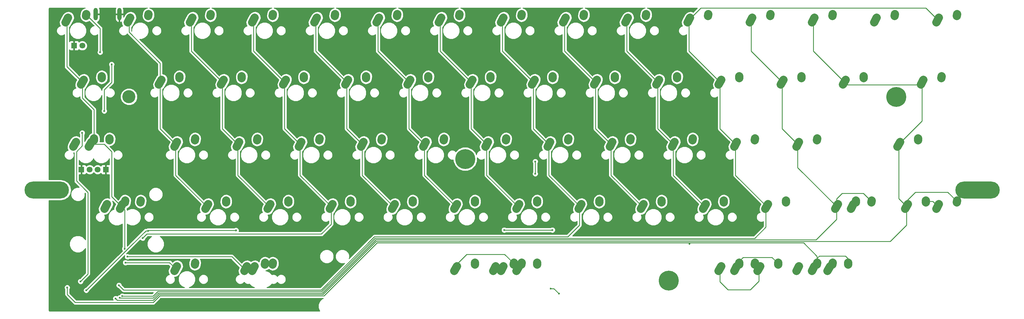
<source format=gtl>
G04 #@! TF.FileFunction,Copper,L1,Top,Signal*
%FSLAX46Y46*%
G04 Gerber Fmt 4.6, Leading zero omitted, Abs format (unit mm)*
G04 Created by KiCad (PCBNEW 4.0.5+dfsg1-4) date Wed May 24 11:15:47 2017*
%MOMM*%
%LPD*%
G01*
G04 APERTURE LIST*
%ADD10C,0.100000*%
%ADD11O,13.600000X5.200000*%
%ADD12C,4.000000*%
%ADD13C,6.100000*%
%ADD14R,1.800000X1.800000*%
%ADD15C,1.800000*%
%ADD16C,2.500000*%
%ADD17O,1.300000X3.800000*%
%ADD18C,0.600000*%
%ADD19C,0.500000*%
%ADD20C,0.250000*%
%ADD21C,0.254000*%
G04 APERTURE END LIST*
D10*
D11*
X66600000Y-156000000D03*
X351700000Y-156000000D03*
D12*
X91800000Y-127400000D03*
D13*
X326800000Y-127500000D03*
X257100000Y-183800000D03*
X194800000Y-146500000D03*
D14*
X75000000Y-111750000D03*
D15*
X77540000Y-111750000D03*
D14*
X77250000Y-149750000D03*
D15*
X79790000Y-149750000D03*
D14*
X84750000Y-149750000D03*
D15*
X82210000Y-149750000D03*
D16*
X75581703Y-141256296D02*
X74770797Y-142716204D01*
X81120974Y-140176922D02*
X81081526Y-140755578D01*
D17*
X81600000Y-102100000D03*
X88900000Y-102100000D03*
D16*
X297037953Y-179356296D02*
X296227047Y-180816204D01*
X302577224Y-178276922D02*
X302537776Y-178855578D01*
X306562953Y-179356296D02*
X305752047Y-180816204D01*
X312102224Y-178276922D02*
X312062776Y-178855578D01*
X320850453Y-103156296D02*
X320039547Y-104616204D01*
X326389724Y-102076922D02*
X326350276Y-102655578D01*
X73200453Y-103156296D02*
X72389547Y-104616204D01*
X78739724Y-102076922D02*
X78700276Y-102655578D01*
X111300453Y-103156296D02*
X110489547Y-104616204D01*
X116839724Y-102076922D02*
X116800276Y-102655578D01*
X130350453Y-103156296D02*
X129539547Y-104616204D01*
X135889724Y-102076922D02*
X135850276Y-102655578D01*
X149400453Y-103156296D02*
X148589547Y-104616204D01*
X154939724Y-102076922D02*
X154900276Y-102655578D01*
X168450453Y-103156296D02*
X167639547Y-104616204D01*
X173989724Y-102076922D02*
X173950276Y-102655578D01*
X187500453Y-103156296D02*
X186689547Y-104616204D01*
X193039724Y-102076922D02*
X193000276Y-102655578D01*
X206550453Y-103156296D02*
X205739547Y-104616204D01*
X212089724Y-102076922D02*
X212050276Y-102655578D01*
X225600453Y-103156296D02*
X224789547Y-104616204D01*
X231139724Y-102076922D02*
X231100276Y-102655578D01*
X244650453Y-103156296D02*
X243839547Y-104616204D01*
X250189724Y-102076922D02*
X250150276Y-102655578D01*
X263700453Y-103156296D02*
X262889547Y-104616204D01*
X269239724Y-102076922D02*
X269200276Y-102655578D01*
X282750453Y-103156296D02*
X281939547Y-104616204D01*
X288289724Y-102076922D02*
X288250276Y-102655578D01*
X301800453Y-103156296D02*
X300989547Y-104616204D01*
X307339724Y-102076922D02*
X307300276Y-102655578D01*
X101775453Y-122206296D02*
X100964547Y-123666204D01*
X107314724Y-121126922D02*
X107275276Y-121705578D01*
X120825453Y-122206296D02*
X120014547Y-123666204D01*
X126364724Y-121126922D02*
X126325276Y-121705578D01*
X139875453Y-122206296D02*
X139064547Y-123666204D01*
X145414724Y-121126922D02*
X145375276Y-121705578D01*
X158925453Y-122206296D02*
X158114547Y-123666204D01*
X164464724Y-121126922D02*
X164425276Y-121705578D01*
X177975453Y-122206296D02*
X177164547Y-123666204D01*
X183514724Y-121126922D02*
X183475276Y-121705578D01*
X197025453Y-122206296D02*
X196214547Y-123666204D01*
X202564724Y-121126922D02*
X202525276Y-121705578D01*
X216075453Y-122206296D02*
X215264547Y-123666204D01*
X221614724Y-121126922D02*
X221575276Y-121705578D01*
X235125453Y-122206296D02*
X234314547Y-123666204D01*
X240664724Y-121126922D02*
X240625276Y-121705578D01*
X254175453Y-122206296D02*
X253364547Y-123666204D01*
X259714724Y-121126922D02*
X259675276Y-121705578D01*
X273225453Y-122206296D02*
X272414547Y-123666204D01*
X278764724Y-121126922D02*
X278725276Y-121705578D01*
X292275453Y-122206296D02*
X291464547Y-123666204D01*
X297814724Y-121126922D02*
X297775276Y-121705578D01*
X311325453Y-122206296D02*
X310514547Y-123666204D01*
X316864724Y-121126922D02*
X316825276Y-121705578D01*
X106537953Y-141256296D02*
X105727047Y-142716204D01*
X112077224Y-140176922D02*
X112037776Y-140755578D01*
X125587953Y-141256296D02*
X124777047Y-142716204D01*
X131127224Y-140176922D02*
X131087776Y-140755578D01*
X144637953Y-141256296D02*
X143827047Y-142716204D01*
X150177224Y-140176922D02*
X150137776Y-140755578D01*
X163687953Y-141256296D02*
X162877047Y-142716204D01*
X169227224Y-140176922D02*
X169187776Y-140755578D01*
X182737953Y-141256296D02*
X181927047Y-142716204D01*
X188277224Y-140176922D02*
X188237776Y-140755578D01*
X201787953Y-141256296D02*
X200977047Y-142716204D01*
X207327224Y-140176922D02*
X207287776Y-140755578D01*
X220837953Y-141256296D02*
X220027047Y-142716204D01*
X226377224Y-140176922D02*
X226337776Y-140755578D01*
X239887953Y-141256296D02*
X239077047Y-142716204D01*
X245427224Y-140176922D02*
X245387776Y-140755578D01*
X258937953Y-141256296D02*
X258127047Y-142716204D01*
X264477224Y-140176922D02*
X264437776Y-140755578D01*
X277987953Y-141256296D02*
X277177047Y-142716204D01*
X283527224Y-140176922D02*
X283487776Y-140755578D01*
X297037953Y-141256296D02*
X296227047Y-142716204D01*
X302577224Y-140176922D02*
X302537776Y-140755578D01*
X116062953Y-160306296D02*
X115252047Y-161766204D01*
X121602224Y-159226922D02*
X121562776Y-159805578D01*
X135112953Y-160306296D02*
X134302047Y-161766204D01*
X140652224Y-159226922D02*
X140612776Y-159805578D01*
X154162953Y-160306296D02*
X153352047Y-161766204D01*
X159702224Y-159226922D02*
X159662776Y-159805578D01*
X173212953Y-160306296D02*
X172402047Y-161766204D01*
X178752224Y-159226922D02*
X178712776Y-159805578D01*
X192262953Y-160306296D02*
X191452047Y-161766204D01*
X197802224Y-159226922D02*
X197762776Y-159805578D01*
X211312953Y-160306296D02*
X210502047Y-161766204D01*
X216852224Y-159226922D02*
X216812776Y-159805578D01*
X230362953Y-160306296D02*
X229552047Y-161766204D01*
X235902224Y-159226922D02*
X235862776Y-159805578D01*
X249412953Y-160306296D02*
X248602047Y-161766204D01*
X254952224Y-159226922D02*
X254912776Y-159805578D01*
X268462953Y-160306296D02*
X267652047Y-161766204D01*
X274002224Y-159226922D02*
X273962776Y-159805578D01*
X287512953Y-160306296D02*
X286702047Y-161766204D01*
X293052224Y-159226922D02*
X293012776Y-159805578D01*
X330375453Y-160306296D02*
X329564547Y-161766204D01*
X335914724Y-159226922D02*
X335875276Y-159805578D01*
X106537953Y-179356296D02*
X105727047Y-180816204D01*
X112077224Y-178276922D02*
X112037776Y-178855578D01*
X301800453Y-179356296D02*
X300989547Y-180816204D01*
X307339724Y-178276922D02*
X307300276Y-178855578D01*
X339900453Y-103156296D02*
X339089547Y-104616204D01*
X345439724Y-102076922D02*
X345400276Y-102655578D01*
X92250453Y-103156296D02*
X91439547Y-104616204D01*
X97789724Y-102076922D02*
X97750276Y-102655578D01*
X80344203Y-141256296D02*
X79533297Y-142716204D01*
X85883474Y-140176922D02*
X85844026Y-140755578D01*
X89869203Y-160306296D02*
X89058297Y-161766204D01*
X95408474Y-159226922D02*
X95369026Y-159805578D01*
X308944203Y-160306296D02*
X308133297Y-161766204D01*
X314483474Y-159226922D02*
X314444026Y-159805578D01*
X285131703Y-179356296D02*
X284320797Y-180816204D01*
X290670974Y-178276922D02*
X290631526Y-178855578D01*
X127969203Y-179356296D02*
X127158297Y-180816204D01*
X133508474Y-178276922D02*
X133469026Y-178855578D01*
X77962953Y-122206296D02*
X77152047Y-123666204D01*
X83502224Y-121126922D02*
X83462776Y-121705578D01*
X130350453Y-179356296D02*
X129539547Y-180816204D01*
X135889724Y-178276922D02*
X135850276Y-178855578D01*
X277987953Y-179356296D02*
X277177047Y-180816204D01*
X283527224Y-178276922D02*
X283487776Y-178855578D01*
X335137953Y-122206296D02*
X334327047Y-123666204D01*
X340677224Y-121126922D02*
X340637776Y-121705578D01*
X273225453Y-179356296D02*
X272414547Y-180816204D01*
X278764724Y-178276922D02*
X278725276Y-178855578D01*
X211312953Y-179356296D02*
X210502047Y-180816204D01*
X216852224Y-178276922D02*
X216812776Y-178855578D01*
X206550453Y-179356296D02*
X205739547Y-180816204D01*
X212089724Y-178276922D02*
X212050276Y-178855578D01*
X204169203Y-179356296D02*
X203358297Y-180816204D01*
X209708474Y-178276922D02*
X209669026Y-178855578D01*
X327994203Y-141256296D02*
X327183297Y-142716204D01*
X333533474Y-140176922D02*
X333494026Y-140755578D01*
X85106703Y-160306296D02*
X84295797Y-161766204D01*
X90645974Y-159226922D02*
X90606526Y-159805578D01*
X339900453Y-160306296D02*
X339089547Y-161766204D01*
X345439724Y-159226922D02*
X345400276Y-159805578D01*
X313706703Y-160306296D02*
X312895797Y-161766204D01*
X319245974Y-159226922D02*
X319206526Y-159805578D01*
X192262953Y-179356296D02*
X191452047Y-180816204D01*
X197802224Y-178276922D02*
X197762776Y-178855578D01*
D18*
X107500000Y-165000000D03*
X110750000Y-165000000D03*
X92750000Y-140250000D03*
X83000000Y-113750000D03*
X86500000Y-117500000D03*
X84250000Y-131750000D03*
X77000000Y-184000000D03*
X77500000Y-138500000D03*
X216250000Y-147250000D03*
X216250000Y-151000000D03*
X78750000Y-186750000D03*
X97750000Y-168500000D03*
X221500000Y-168250000D03*
X206750000Y-168250000D03*
X124600000Y-168400000D03*
X223500000Y-187750000D03*
X221000000Y-186200000D03*
X90500000Y-174000000D03*
X90750000Y-178250000D03*
X106132500Y-180086250D03*
X91350000Y-176450000D03*
X96000000Y-170750000D03*
X88750000Y-185200000D03*
X263500000Y-172500000D03*
X72900000Y-185900000D03*
X89750000Y-188500000D03*
X89000000Y-189000000D03*
X87750000Y-189250000D03*
D19*
X110750000Y-165000000D02*
X107500000Y-165000000D01*
D20*
X83000000Y-106500000D02*
X78866250Y-102366250D01*
X83000000Y-107000000D02*
X83000000Y-106500000D01*
X83000000Y-109750000D02*
X83000000Y-107000000D01*
X83000000Y-113750000D02*
X83000000Y-109750000D01*
X78866250Y-102366250D02*
X78720000Y-102366250D01*
X86500000Y-123000000D02*
X85750000Y-123750000D01*
X86500000Y-121750000D02*
X86500000Y-123000000D01*
X86500000Y-117500000D02*
X86500000Y-121750000D01*
X78250000Y-155750000D02*
X79250000Y-156750000D01*
X79250000Y-156750000D02*
X79250000Y-181750000D01*
X79250000Y-181750000D02*
X77000000Y-184000000D01*
X77500000Y-138500000D02*
X77500000Y-142500000D01*
X77500000Y-142500000D02*
X75750000Y-144250000D01*
X75750000Y-144250000D02*
X75750000Y-153250000D01*
X75750000Y-153250000D02*
X78250000Y-155750000D01*
X85750000Y-123750000D02*
X84250000Y-125250000D01*
X84250000Y-125250000D02*
X84250000Y-131750000D01*
X86000000Y-123500000D02*
X85750000Y-123750000D01*
X83482500Y-121416250D02*
X84416250Y-121416250D01*
X216250000Y-147250000D02*
X216250000Y-151000000D01*
X78750000Y-186750000D02*
X85000000Y-180500000D01*
X97000000Y-168500000D02*
X97750000Y-168500000D01*
X92750000Y-172750000D02*
X97000000Y-168500000D01*
X89500000Y-176000000D02*
X92750000Y-172750000D01*
X85000000Y-180500000D02*
X89500000Y-176000000D01*
X124600000Y-168400000D02*
X97850000Y-168400000D01*
X97850000Y-168400000D02*
X97750000Y-168500000D01*
X206750000Y-168250000D02*
X221500000Y-168250000D01*
X124500000Y-168500000D02*
X124600000Y-168400000D01*
X124587500Y-168387500D02*
X124600000Y-168400000D01*
X335895000Y-159516250D02*
X337975000Y-159516250D01*
X337975000Y-159516250D02*
X339495000Y-161036250D01*
X221000000Y-186200000D02*
X221950000Y-186200000D01*
X221950000Y-186200000D02*
X223500000Y-187750000D01*
X221000000Y-186200000D02*
X221000000Y-186250000D01*
X191857500Y-180086250D02*
X191857500Y-179142500D01*
X191857500Y-179142500D02*
X195250000Y-175750000D01*
X195250000Y-175750000D02*
X206872500Y-175750000D01*
X206872500Y-175750000D02*
X209688750Y-178566250D01*
X272820000Y-180086250D02*
X272820000Y-184120000D01*
X272820000Y-184120000D02*
X275250000Y-186550000D01*
X275250000Y-186550000D02*
X282150000Y-186550000D01*
X282150000Y-186550000D02*
X284726250Y-183973750D01*
X284726250Y-183973750D02*
X284726250Y-180086250D01*
X283507500Y-178566250D02*
X283507500Y-178867500D01*
X283507500Y-178867500D02*
X284726250Y-180086250D01*
X90500000Y-170750000D02*
X90500000Y-174000000D01*
X81101250Y-140466250D02*
X81101250Y-131351250D01*
X81101250Y-131351250D02*
X77557500Y-127807500D01*
X90500000Y-163250000D02*
X90500000Y-162072500D01*
X90500000Y-162072500D02*
X89463750Y-161036250D01*
X90500000Y-163250000D02*
X90500000Y-170750000D01*
X90500000Y-170750000D02*
X90500000Y-171000000D01*
X81500000Y-141986250D02*
X84236250Y-141986250D01*
X86500000Y-144250000D02*
X86500000Y-158072500D01*
X86500000Y-158072500D02*
X89463750Y-161036250D01*
X79938750Y-141986250D02*
X81500000Y-141986250D01*
X84236250Y-141986250D02*
X86500000Y-144250000D01*
X72795000Y-103886250D02*
X72795000Y-118173750D01*
X72795000Y-118173750D02*
X77557500Y-122936250D01*
X77557500Y-122936250D02*
X77557500Y-127807500D01*
X81101250Y-140466250D02*
X79938750Y-141986250D01*
X81101250Y-140466250D02*
X79938750Y-141986250D01*
X106132500Y-180086250D02*
X106086250Y-180086250D01*
X106086250Y-180086250D02*
X104250000Y-178250000D01*
X104250000Y-178250000D02*
X90750000Y-178250000D01*
X91845000Y-103886250D02*
X91845000Y-107595000D01*
X101370000Y-117120000D02*
X101370000Y-122936250D01*
X91845000Y-107595000D02*
X101370000Y-117120000D01*
X106132500Y-179882500D02*
X106132500Y-180086250D01*
X101370000Y-122936250D02*
X101370000Y-137223750D01*
X101370000Y-137223750D02*
X106132500Y-141986250D01*
X106132500Y-180086250D02*
X106163750Y-180086250D01*
X106132500Y-141986250D02*
X106132500Y-151511250D01*
X106132500Y-151511250D02*
X115657500Y-161036250D01*
X91350000Y-176450000D02*
X96650000Y-176450000D01*
X96650000Y-176450000D02*
X113700000Y-176450000D01*
X113700000Y-176450000D02*
X122450000Y-176450000D01*
X122450000Y-176450000D02*
X123350000Y-176450000D01*
X123350000Y-176450000D02*
X126986250Y-180086250D01*
X126986250Y-180086250D02*
X127563750Y-180086250D01*
X125182500Y-141986250D02*
X125182500Y-151511250D01*
X125182500Y-151511250D02*
X134707500Y-161036250D01*
X120420000Y-122936250D02*
X120420000Y-137223750D01*
X120420000Y-137223750D02*
X125182500Y-141986250D01*
X110895000Y-103886250D02*
X110895000Y-113411250D01*
X110895000Y-113411250D02*
X120420000Y-122936250D01*
X127563750Y-180086250D02*
X129945000Y-180086250D01*
X150250000Y-169500000D02*
X150750000Y-169500000D01*
X97250000Y-169500000D02*
X150250000Y-169500000D01*
X96000000Y-170750000D02*
X97250000Y-169500000D01*
X153757500Y-166492500D02*
X153757500Y-161036250D01*
X150750000Y-169500000D02*
X153757500Y-166492500D01*
X129945000Y-103886250D02*
X129945000Y-113411250D01*
X129945000Y-113411250D02*
X139470000Y-122936250D01*
X154250000Y-161528750D02*
X153757500Y-161036250D01*
X144232500Y-141986250D02*
X144232500Y-151511250D01*
X144232500Y-151511250D02*
X153757500Y-161036250D01*
X139470000Y-122936250D02*
X139470000Y-137223750D01*
X139470000Y-137223750D02*
X144232500Y-141986250D01*
X148995000Y-103886250D02*
X148995000Y-113411250D01*
X148995000Y-113411250D02*
X158520000Y-122936250D01*
X163282500Y-141986250D02*
X163282500Y-151511250D01*
X163282500Y-151511250D02*
X172807500Y-161036250D01*
X158520000Y-122936250D02*
X158520000Y-137223750D01*
X158520000Y-137223750D02*
X163282500Y-141986250D01*
X182332500Y-141986250D02*
X182332500Y-151511250D01*
X182332500Y-151511250D02*
X191857500Y-161036250D01*
X168045000Y-103886250D02*
X168045000Y-113411250D01*
X168045000Y-113411250D02*
X177570000Y-122936250D01*
X177570000Y-122936250D02*
X177570000Y-137223750D01*
X177570000Y-137223750D02*
X182332500Y-141986250D01*
X201382500Y-141986250D02*
X201382500Y-151511250D01*
X201382500Y-151511250D02*
X210907500Y-161036250D01*
X187095000Y-103886250D02*
X187095000Y-113411250D01*
X187095000Y-113411250D02*
X196620000Y-122936250D01*
X196620000Y-122936250D02*
X196620000Y-137223750D01*
X196620000Y-137223750D02*
X201382500Y-141986250D01*
X229799998Y-166799998D02*
X229799998Y-161193752D01*
X229799998Y-161193752D02*
X229957500Y-161036250D01*
X150679414Y-186661392D02*
X147000000Y-186661392D01*
X166990810Y-170349996D02*
X150679414Y-186661392D01*
X226250000Y-170349996D02*
X166990810Y-170349996D01*
X229799998Y-166799998D02*
X226250000Y-170349996D01*
X88750000Y-185200000D02*
X88750000Y-185250000D01*
X90161392Y-186661392D02*
X147000000Y-186661392D01*
X88750000Y-185250000D02*
X90161392Y-186661392D01*
X147000000Y-186661392D02*
X149838608Y-186661392D01*
X220432500Y-141986250D02*
X220432500Y-151511250D01*
X220432500Y-151511250D02*
X229957500Y-161036250D01*
X206145000Y-103886250D02*
X206145000Y-113411250D01*
X206145000Y-113411250D02*
X215670000Y-122936250D01*
X230000000Y-161078750D02*
X229957500Y-161036250D01*
X215670000Y-122936250D02*
X215670000Y-137223750D01*
X215670000Y-137223750D02*
X220432500Y-141986250D01*
X225195000Y-103886250D02*
X225195000Y-113411250D01*
X225195000Y-113411250D02*
X234720000Y-122936250D01*
X288735004Y-176650004D02*
X290651250Y-178566250D01*
X279924996Y-176650004D02*
X288735004Y-176650004D01*
X277582500Y-180086250D02*
X277582500Y-178992500D01*
X277582500Y-178992500D02*
X279924996Y-176650004D01*
X239500000Y-151500000D02*
X239482500Y-151500000D01*
X239482500Y-151511250D02*
X239482500Y-151500000D01*
X239482500Y-141986250D02*
X239482500Y-151511250D01*
X239482500Y-151511250D02*
X249007500Y-161036250D01*
X234720000Y-122936250D02*
X234720000Y-137223750D01*
X234720000Y-137223750D02*
X239482500Y-141986250D01*
X263200002Y-172200002D02*
X263049998Y-172200002D01*
X263500000Y-172500000D02*
X263200002Y-172200002D01*
X150250000Y-188461400D02*
X101250000Y-188461400D01*
X99211400Y-190500000D02*
X97750000Y-190500000D01*
X101250000Y-188461400D02*
X99211400Y-190500000D01*
X298450002Y-172200002D02*
X263000000Y-172200002D01*
X263000000Y-172200002D02*
X167799998Y-172200002D01*
X302557500Y-176307500D02*
X298450002Y-172200002D01*
X302557500Y-178566250D02*
X302557500Y-176307500D01*
X151538600Y-188461400D02*
X150250000Y-188461400D01*
X167799998Y-172200002D02*
X151538600Y-188461400D01*
X72900000Y-185900000D02*
X72900000Y-188000000D01*
X75400000Y-190500000D02*
X97750000Y-190500000D01*
X72900000Y-188000000D02*
X75400000Y-190500000D01*
X302557500Y-178566250D02*
X302557500Y-178097506D01*
X302557500Y-178566250D02*
X302557500Y-176942500D01*
X311250000Y-176250000D02*
X312082500Y-177082500D01*
X303250000Y-176250000D02*
X311250000Y-176250000D01*
X302557500Y-176942500D02*
X303250000Y-176250000D01*
X312082500Y-177082500D02*
X312082500Y-178566250D01*
X244245000Y-103886250D02*
X244245000Y-113411250D01*
X244245000Y-113411250D02*
X253770000Y-122936250D01*
X253770000Y-122936250D02*
X253770000Y-137223750D01*
X253770000Y-137223750D02*
X258532500Y-141986250D01*
X258532500Y-141986250D02*
X258532500Y-151511250D01*
X258532500Y-151511250D02*
X268057500Y-161036250D01*
X286857500Y-167392500D02*
X286857500Y-161286250D01*
X286857500Y-161286250D02*
X287107500Y-161036250D01*
X150865810Y-187111394D02*
X149500000Y-187111394D01*
X167177206Y-170799998D02*
X150865810Y-187111394D01*
X283450002Y-170799998D02*
X167177206Y-170799998D01*
X286857500Y-167392500D02*
X283450002Y-170799998D01*
X150025004Y-187111394D02*
X149500000Y-187111394D01*
X149500000Y-187111394D02*
X149250000Y-187111394D01*
X89750000Y-188500000D02*
X99250000Y-188500000D01*
X99250000Y-188500000D02*
X100638606Y-187111394D01*
X100638606Y-187111394D02*
X149250000Y-187111394D01*
X327750000Y-100250000D02*
X335858750Y-100250000D01*
X335858750Y-100250000D02*
X339495000Y-103886250D01*
X284250000Y-100250000D02*
X266931250Y-100250000D01*
X266931250Y-100250000D02*
X263295000Y-103886250D01*
X263295000Y-103886250D02*
X263295000Y-113411250D01*
X263295000Y-113411250D02*
X272820000Y-122936250D01*
X327750000Y-100250000D02*
X284250000Y-100250000D01*
X277582500Y-141986250D02*
X277582500Y-151511250D01*
X277582500Y-151511250D02*
X287107500Y-161036250D01*
X272820000Y-122936250D02*
X272820000Y-137223750D01*
X272820000Y-137223750D02*
X277582500Y-141986250D01*
X290000000Y-171250000D02*
X302250000Y-171250000D01*
X302250000Y-171250000D02*
X308500000Y-165000000D01*
X151052206Y-187561396D02*
X150000000Y-187561396D01*
X167363602Y-171250000D02*
X151052206Y-187561396D01*
X290000000Y-171250000D02*
X167363602Y-171250000D01*
X150331805Y-187561396D02*
X150000000Y-187561396D01*
X150000000Y-187561396D02*
X149750000Y-187561396D01*
X100825002Y-187561396D02*
X149750000Y-187561396D01*
X99250000Y-189136398D02*
X100825002Y-187561396D01*
X89150000Y-189150000D02*
X99236398Y-189150000D01*
X89000000Y-189000000D02*
X89150000Y-189150000D01*
X99236398Y-189150000D02*
X99250000Y-189136398D01*
X99236398Y-189150000D02*
X99250000Y-189136398D01*
X308538750Y-161036250D02*
X308538750Y-158711250D01*
X316710000Y-157000000D02*
X319226250Y-159516250D01*
X310250000Y-157000000D02*
X316710000Y-157000000D01*
X308538750Y-158711250D02*
X310250000Y-157000000D01*
X308500000Y-165000000D02*
X308500000Y-161075000D01*
X282345000Y-103886250D02*
X282345000Y-113411250D01*
X282345000Y-113411250D02*
X291870000Y-122936250D01*
X308500000Y-161075000D02*
X308538750Y-161036250D01*
X296632500Y-141986250D02*
X296632500Y-149130000D01*
X296632500Y-149130000D02*
X308538750Y-161036250D01*
X291870000Y-122936250D02*
X291870000Y-137223750D01*
X291870000Y-137223750D02*
X296632500Y-141986250D01*
X293000000Y-171750000D02*
X325000000Y-171750000D01*
X325000000Y-171750000D02*
X325750000Y-171000000D01*
X259250000Y-171750000D02*
X267000000Y-171750000D01*
X151250000Y-188000000D02*
X167500000Y-171750000D01*
X167500000Y-171750000D02*
X259250000Y-171750000D01*
X151250000Y-188011398D02*
X151250000Y-188000000D01*
X287000000Y-171750000D02*
X293000000Y-171750000D01*
X280500000Y-171750000D02*
X287000000Y-171750000D01*
X267000000Y-171750000D02*
X280500000Y-171750000D01*
X99250000Y-189750000D02*
X99272796Y-189750000D01*
X99272796Y-189750000D02*
X101011398Y-188011398D01*
X101011398Y-188011398D02*
X151250000Y-188011398D01*
X88250000Y-189750000D02*
X99250000Y-189750000D01*
X87750000Y-189250000D02*
X88250000Y-189750000D01*
X329970000Y-161036250D02*
X329970000Y-159355000D01*
X329970000Y-159355000D02*
X332675000Y-156650000D01*
X342553750Y-156650000D02*
X345420000Y-159516250D01*
X332675000Y-156650000D02*
X342553750Y-156650000D01*
X301395000Y-103886250D02*
X301395000Y-113411250D01*
X301395000Y-113411250D02*
X310920000Y-122936250D01*
X316750000Y-123750000D02*
X311733750Y-123750000D01*
X311733750Y-123750000D02*
X310920000Y-122936250D01*
X315500000Y-123750000D02*
X316750000Y-123750000D01*
X316750000Y-123750000D02*
X333918750Y-123750000D01*
X333918750Y-123750000D02*
X334732500Y-122936250D01*
X329970000Y-161036250D02*
X329970000Y-166780000D01*
X325750000Y-171000000D02*
X329970000Y-166780000D01*
X325159996Y-171590004D02*
X325750000Y-171000000D01*
X327588750Y-141986250D02*
X327588750Y-158655000D01*
X327588750Y-158655000D02*
X329970000Y-161036250D01*
X334732500Y-122936250D02*
X334732500Y-134842500D01*
X334732500Y-134842500D02*
X327588750Y-141986250D01*
D21*
G36*
X78141387Y-100247864D02*
X77503472Y-100613941D01*
X77054207Y-101196270D01*
X76861988Y-101906198D01*
X76816742Y-102569880D01*
X76910833Y-103299327D01*
X77276909Y-103937242D01*
X77859238Y-104386507D01*
X78569166Y-104578726D01*
X79298613Y-104484635D01*
X79686969Y-104261771D01*
X81095386Y-105670188D01*
X80985733Y-105670092D01*
X80439405Y-105895830D01*
X80021049Y-106313456D01*
X79794358Y-106859389D01*
X79793842Y-107450517D01*
X80019580Y-107996845D01*
X80437206Y-108415201D01*
X80983139Y-108641892D01*
X81574267Y-108642408D01*
X82120595Y-108416670D01*
X82240000Y-108297473D01*
X82240000Y-113187537D01*
X82207808Y-113219673D01*
X82065162Y-113563201D01*
X82064838Y-113935167D01*
X82206883Y-114278943D01*
X82469673Y-114542192D01*
X82813201Y-114684838D01*
X83185167Y-114685162D01*
X83528943Y-114543117D01*
X83792192Y-114280327D01*
X83934838Y-113936799D01*
X83935162Y-113564833D01*
X83793117Y-113221057D01*
X83760000Y-113187882D01*
X83760000Y-107450517D01*
X88683842Y-107450517D01*
X88909580Y-107996845D01*
X89327206Y-108415201D01*
X89873139Y-108641892D01*
X90464267Y-108642408D01*
X91010595Y-108416670D01*
X91302702Y-108125072D01*
X91307599Y-108132401D01*
X100610000Y-117434802D01*
X100610000Y-120706083D01*
X100153467Y-121244408D01*
X99290812Y-122797484D01*
X99065976Y-123497766D01*
X99126242Y-124230783D01*
X99381744Y-124727938D01*
X98854405Y-124945830D01*
X98436049Y-125363456D01*
X98209358Y-125909389D01*
X98208842Y-126500517D01*
X98434580Y-127046845D01*
X98852206Y-127465201D01*
X99398139Y-127691892D01*
X99989267Y-127692408D01*
X100535595Y-127466670D01*
X100610000Y-127392395D01*
X100610000Y-137223750D01*
X100667852Y-137514589D01*
X100832599Y-137761151D01*
X104362424Y-141290976D01*
X104053312Y-141847484D01*
X103828476Y-142547766D01*
X103888742Y-143280783D01*
X104144244Y-143777938D01*
X103616905Y-143995830D01*
X103198549Y-144413456D01*
X102971858Y-144959389D01*
X102971342Y-145550517D01*
X103197080Y-146096845D01*
X103614706Y-146515201D01*
X104160639Y-146741892D01*
X104751767Y-146742408D01*
X105298095Y-146516670D01*
X105372500Y-146442395D01*
X105372500Y-151511250D01*
X105430352Y-151802089D01*
X105595099Y-152048651D01*
X113887424Y-160340976D01*
X113578312Y-160897484D01*
X113353476Y-161597766D01*
X113413742Y-162330783D01*
X113669244Y-162827938D01*
X113141905Y-163045830D01*
X112723549Y-163463456D01*
X112496858Y-164009389D01*
X112496342Y-164600517D01*
X112722080Y-165146845D01*
X113139706Y-165565201D01*
X113685639Y-165791892D01*
X114276767Y-165792408D01*
X114823095Y-165566670D01*
X115241451Y-165149044D01*
X115375226Y-164826876D01*
X116433145Y-164826876D01*
X116832528Y-165793457D01*
X117571404Y-166533623D01*
X118537285Y-166934692D01*
X119583126Y-166935605D01*
X120549707Y-166536222D01*
X121289873Y-165797346D01*
X121690942Y-164831465D01*
X121691143Y-164600517D01*
X122656342Y-164600517D01*
X122882080Y-165146845D01*
X123299706Y-165565201D01*
X123845639Y-165791892D01*
X124436767Y-165792408D01*
X124983095Y-165566670D01*
X125401451Y-165149044D01*
X125628142Y-164603111D01*
X125628658Y-164011983D01*
X125402920Y-163465655D01*
X124985294Y-163047299D01*
X124439361Y-162820608D01*
X123848233Y-162820092D01*
X123301905Y-163045830D01*
X122883549Y-163463456D01*
X122656858Y-164009389D01*
X122656342Y-164600517D01*
X121691143Y-164600517D01*
X121691855Y-163785624D01*
X121292472Y-162819043D01*
X120553596Y-162078877D01*
X119587715Y-161677808D01*
X118541874Y-161676895D01*
X117575293Y-162076278D01*
X116835127Y-162815154D01*
X116434058Y-163781035D01*
X116433145Y-164826876D01*
X115375226Y-164826876D01*
X115468142Y-164603111D01*
X115468658Y-164011983D01*
X115323152Y-163659832D01*
X115744167Y-163625218D01*
X116398325Y-163289027D01*
X116874032Y-162728092D01*
X117736688Y-161175016D01*
X117961524Y-160474734D01*
X117901258Y-159741717D01*
X117890036Y-159719880D01*
X119679242Y-159719880D01*
X119773333Y-160449327D01*
X120139409Y-161087242D01*
X120721738Y-161536507D01*
X121431666Y-161728726D01*
X122161113Y-161634635D01*
X122799028Y-161268559D01*
X123248293Y-160686230D01*
X123440512Y-159976302D01*
X123485758Y-159312619D01*
X123391667Y-158583172D01*
X123025591Y-157945258D01*
X122443262Y-157495993D01*
X121733334Y-157303774D01*
X121003887Y-157397864D01*
X120365972Y-157763941D01*
X119916707Y-158346270D01*
X119724488Y-159056198D01*
X119679242Y-159719880D01*
X117890036Y-159719880D01*
X117565067Y-159087559D01*
X117004132Y-158611852D01*
X116303850Y-158387016D01*
X115570832Y-158447282D01*
X114916675Y-158783473D01*
X114716070Y-159020018D01*
X106892500Y-151196448D01*
X106892500Y-145776876D01*
X106908145Y-145776876D01*
X107307528Y-146743457D01*
X108046404Y-147483623D01*
X109012285Y-147884692D01*
X110058126Y-147885605D01*
X111024707Y-147486222D01*
X111764873Y-146747346D01*
X112165942Y-145781465D01*
X112166143Y-145550517D01*
X113131342Y-145550517D01*
X113357080Y-146096845D01*
X113774706Y-146515201D01*
X114320639Y-146741892D01*
X114911767Y-146742408D01*
X115458095Y-146516670D01*
X115876451Y-146099044D01*
X116103142Y-145553111D01*
X116103658Y-144961983D01*
X115877920Y-144415655D01*
X115460294Y-143997299D01*
X114914361Y-143770608D01*
X114323233Y-143770092D01*
X113776905Y-143995830D01*
X113358549Y-144413456D01*
X113131858Y-144959389D01*
X113131342Y-145550517D01*
X112166143Y-145550517D01*
X112166855Y-144735624D01*
X111767472Y-143769043D01*
X111028596Y-143028877D01*
X110062715Y-142627808D01*
X109016874Y-142626895D01*
X108050293Y-143026278D01*
X107310127Y-143765154D01*
X106909058Y-144731035D01*
X106908145Y-145776876D01*
X106892500Y-145776876D01*
X106892500Y-144216417D01*
X107349032Y-143678092D01*
X108211688Y-142125016D01*
X108436524Y-141424734D01*
X108376258Y-140691717D01*
X108365036Y-140669880D01*
X110154242Y-140669880D01*
X110248333Y-141399327D01*
X110614409Y-142037242D01*
X111196738Y-142486507D01*
X111906666Y-142678726D01*
X112636113Y-142584635D01*
X113274028Y-142218559D01*
X113723293Y-141636230D01*
X113915512Y-140926302D01*
X113960758Y-140262619D01*
X113866667Y-139533172D01*
X113500591Y-138895258D01*
X112918262Y-138445993D01*
X112208334Y-138253774D01*
X111478887Y-138347864D01*
X110840972Y-138713941D01*
X110391707Y-139296270D01*
X110199488Y-140006198D01*
X110154242Y-140669880D01*
X108365036Y-140669880D01*
X108040067Y-140037559D01*
X107479132Y-139561852D01*
X106778850Y-139337016D01*
X106045832Y-139397282D01*
X105391675Y-139733473D01*
X105191070Y-139970018D01*
X102130000Y-136908948D01*
X102130000Y-126726876D01*
X102145645Y-126726876D01*
X102545028Y-127693457D01*
X103283904Y-128433623D01*
X104249785Y-128834692D01*
X105295626Y-128835605D01*
X106262207Y-128436222D01*
X107002373Y-127697346D01*
X107403442Y-126731465D01*
X107403643Y-126500517D01*
X108368842Y-126500517D01*
X108594580Y-127046845D01*
X109012206Y-127465201D01*
X109558139Y-127691892D01*
X110149267Y-127692408D01*
X110695595Y-127466670D01*
X111113951Y-127049044D01*
X111340642Y-126503111D01*
X111341158Y-125911983D01*
X111115420Y-125365655D01*
X110697794Y-124947299D01*
X110151861Y-124720608D01*
X109560733Y-124720092D01*
X109014405Y-124945830D01*
X108596049Y-125363456D01*
X108369358Y-125909389D01*
X108368842Y-126500517D01*
X107403643Y-126500517D01*
X107404355Y-125685624D01*
X107004972Y-124719043D01*
X106266096Y-123978877D01*
X105300215Y-123577808D01*
X104254374Y-123576895D01*
X103287793Y-123976278D01*
X102547627Y-124715154D01*
X102146558Y-125681035D01*
X102145645Y-126726876D01*
X102130000Y-126726876D01*
X102130000Y-125166417D01*
X102586532Y-124628092D01*
X103449188Y-123075016D01*
X103674024Y-122374734D01*
X103613758Y-121641717D01*
X103602536Y-121619880D01*
X105391742Y-121619880D01*
X105485833Y-122349327D01*
X105851909Y-122987242D01*
X106434238Y-123436507D01*
X107144166Y-123628726D01*
X107873613Y-123534635D01*
X108511528Y-123168559D01*
X108960793Y-122586230D01*
X109153012Y-121876302D01*
X109198258Y-121212619D01*
X109104167Y-120483172D01*
X108738091Y-119845258D01*
X108155762Y-119395993D01*
X107445834Y-119203774D01*
X106716387Y-119297864D01*
X106078472Y-119663941D01*
X105629207Y-120246270D01*
X105436988Y-120956198D01*
X105391742Y-121619880D01*
X103602536Y-121619880D01*
X103277567Y-120987559D01*
X102716632Y-120511852D01*
X102130000Y-120323505D01*
X102130000Y-117120000D01*
X102072148Y-116829161D01*
X102072148Y-116829160D01*
X101907401Y-116582599D01*
X95109830Y-109785028D01*
X95770626Y-109785605D01*
X96737207Y-109386222D01*
X97477373Y-108647346D01*
X97878442Y-107681465D01*
X97878643Y-107450517D01*
X98843842Y-107450517D01*
X99069580Y-107996845D01*
X99487206Y-108415201D01*
X100033139Y-108641892D01*
X100624267Y-108642408D01*
X101170595Y-108416670D01*
X101588951Y-107999044D01*
X101815642Y-107453111D01*
X101815644Y-107450517D01*
X107733842Y-107450517D01*
X107959580Y-107996845D01*
X108377206Y-108415201D01*
X108923139Y-108641892D01*
X109514267Y-108642408D01*
X110060595Y-108416670D01*
X110135000Y-108342395D01*
X110135000Y-113411250D01*
X110192852Y-113702089D01*
X110357599Y-113948651D01*
X118649924Y-122240976D01*
X118340812Y-122797484D01*
X118115976Y-123497766D01*
X118176242Y-124230783D01*
X118431744Y-124727938D01*
X117904405Y-124945830D01*
X117486049Y-125363456D01*
X117259358Y-125909389D01*
X117258842Y-126500517D01*
X117484580Y-127046845D01*
X117902206Y-127465201D01*
X118448139Y-127691892D01*
X119039267Y-127692408D01*
X119585595Y-127466670D01*
X119660000Y-127392395D01*
X119660000Y-137223750D01*
X119717852Y-137514589D01*
X119882599Y-137761151D01*
X123412424Y-141290976D01*
X123103312Y-141847484D01*
X122878476Y-142547766D01*
X122938742Y-143280783D01*
X123194244Y-143777938D01*
X122666905Y-143995830D01*
X122248549Y-144413456D01*
X122021858Y-144959389D01*
X122021342Y-145550517D01*
X122247080Y-146096845D01*
X122664706Y-146515201D01*
X123210639Y-146741892D01*
X123801767Y-146742408D01*
X124348095Y-146516670D01*
X124422500Y-146442395D01*
X124422500Y-151511250D01*
X124480352Y-151802089D01*
X124645099Y-152048651D01*
X132937424Y-160340976D01*
X132628312Y-160897484D01*
X132403476Y-161597766D01*
X132463742Y-162330783D01*
X132719244Y-162827938D01*
X132191905Y-163045830D01*
X131773549Y-163463456D01*
X131546858Y-164009389D01*
X131546342Y-164600517D01*
X131772080Y-165146845D01*
X132189706Y-165565201D01*
X132735639Y-165791892D01*
X133326767Y-165792408D01*
X133873095Y-165566670D01*
X134291451Y-165149044D01*
X134425226Y-164826876D01*
X135483145Y-164826876D01*
X135882528Y-165793457D01*
X136621404Y-166533623D01*
X137587285Y-166934692D01*
X138633126Y-166935605D01*
X139599707Y-166536222D01*
X140339873Y-165797346D01*
X140740942Y-164831465D01*
X140741143Y-164600517D01*
X141706342Y-164600517D01*
X141932080Y-165146845D01*
X142349706Y-165565201D01*
X142895639Y-165791892D01*
X143486767Y-165792408D01*
X144033095Y-165566670D01*
X144451451Y-165149044D01*
X144678142Y-164603111D01*
X144678658Y-164011983D01*
X144452920Y-163465655D01*
X144035294Y-163047299D01*
X143489361Y-162820608D01*
X142898233Y-162820092D01*
X142351905Y-163045830D01*
X141933549Y-163463456D01*
X141706858Y-164009389D01*
X141706342Y-164600517D01*
X140741143Y-164600517D01*
X140741855Y-163785624D01*
X140342472Y-162819043D01*
X139603596Y-162078877D01*
X138637715Y-161677808D01*
X137591874Y-161676895D01*
X136625293Y-162076278D01*
X135885127Y-162815154D01*
X135484058Y-163781035D01*
X135483145Y-164826876D01*
X134425226Y-164826876D01*
X134518142Y-164603111D01*
X134518658Y-164011983D01*
X134373152Y-163659832D01*
X134794167Y-163625218D01*
X135448325Y-163289027D01*
X135924032Y-162728092D01*
X136786688Y-161175016D01*
X137011524Y-160474734D01*
X136951258Y-159741717D01*
X136940036Y-159719880D01*
X138729242Y-159719880D01*
X138823333Y-160449327D01*
X139189409Y-161087242D01*
X139771738Y-161536507D01*
X140481666Y-161728726D01*
X141211113Y-161634635D01*
X141849028Y-161268559D01*
X142298293Y-160686230D01*
X142490512Y-159976302D01*
X142535758Y-159312619D01*
X142441667Y-158583172D01*
X142075591Y-157945258D01*
X141493262Y-157495993D01*
X140783334Y-157303774D01*
X140053887Y-157397864D01*
X139415972Y-157763941D01*
X138966707Y-158346270D01*
X138774488Y-159056198D01*
X138729242Y-159719880D01*
X136940036Y-159719880D01*
X136615067Y-159087559D01*
X136054132Y-158611852D01*
X135353850Y-158387016D01*
X134620832Y-158447282D01*
X133966675Y-158783473D01*
X133766070Y-159020018D01*
X125942500Y-151196448D01*
X125942500Y-145776876D01*
X125958145Y-145776876D01*
X126357528Y-146743457D01*
X127096404Y-147483623D01*
X128062285Y-147884692D01*
X129108126Y-147885605D01*
X130074707Y-147486222D01*
X130814873Y-146747346D01*
X131215942Y-145781465D01*
X131216143Y-145550517D01*
X132181342Y-145550517D01*
X132407080Y-146096845D01*
X132824706Y-146515201D01*
X133370639Y-146741892D01*
X133961767Y-146742408D01*
X134508095Y-146516670D01*
X134926451Y-146099044D01*
X135153142Y-145553111D01*
X135153658Y-144961983D01*
X134927920Y-144415655D01*
X134510294Y-143997299D01*
X133964361Y-143770608D01*
X133373233Y-143770092D01*
X132826905Y-143995830D01*
X132408549Y-144413456D01*
X132181858Y-144959389D01*
X132181342Y-145550517D01*
X131216143Y-145550517D01*
X131216855Y-144735624D01*
X130817472Y-143769043D01*
X130078596Y-143028877D01*
X129112715Y-142627808D01*
X128066874Y-142626895D01*
X127100293Y-143026278D01*
X126360127Y-143765154D01*
X125959058Y-144731035D01*
X125958145Y-145776876D01*
X125942500Y-145776876D01*
X125942500Y-144216417D01*
X126399032Y-143678092D01*
X127261688Y-142125016D01*
X127486524Y-141424734D01*
X127426258Y-140691717D01*
X127415036Y-140669880D01*
X129204242Y-140669880D01*
X129298333Y-141399327D01*
X129664409Y-142037242D01*
X130246738Y-142486507D01*
X130956666Y-142678726D01*
X131686113Y-142584635D01*
X132324028Y-142218559D01*
X132773293Y-141636230D01*
X132965512Y-140926302D01*
X133010758Y-140262619D01*
X132916667Y-139533172D01*
X132550591Y-138895258D01*
X131968262Y-138445993D01*
X131258334Y-138253774D01*
X130528887Y-138347864D01*
X129890972Y-138713941D01*
X129441707Y-139296270D01*
X129249488Y-140006198D01*
X129204242Y-140669880D01*
X127415036Y-140669880D01*
X127090067Y-140037559D01*
X126529132Y-139561852D01*
X125828850Y-139337016D01*
X125095832Y-139397282D01*
X124441675Y-139733473D01*
X124241070Y-139970018D01*
X121180000Y-136908948D01*
X121180000Y-126726876D01*
X121195645Y-126726876D01*
X121595028Y-127693457D01*
X122333904Y-128433623D01*
X123299785Y-128834692D01*
X124345626Y-128835605D01*
X125312207Y-128436222D01*
X126052373Y-127697346D01*
X126453442Y-126731465D01*
X126453643Y-126500517D01*
X127418842Y-126500517D01*
X127644580Y-127046845D01*
X128062206Y-127465201D01*
X128608139Y-127691892D01*
X129199267Y-127692408D01*
X129745595Y-127466670D01*
X130163951Y-127049044D01*
X130390642Y-126503111D01*
X130391158Y-125911983D01*
X130165420Y-125365655D01*
X129747794Y-124947299D01*
X129201861Y-124720608D01*
X128610733Y-124720092D01*
X128064405Y-124945830D01*
X127646049Y-125363456D01*
X127419358Y-125909389D01*
X127418842Y-126500517D01*
X126453643Y-126500517D01*
X126454355Y-125685624D01*
X126054972Y-124719043D01*
X125316096Y-123978877D01*
X124350215Y-123577808D01*
X123304374Y-123576895D01*
X122337793Y-123976278D01*
X121597627Y-124715154D01*
X121196558Y-125681035D01*
X121195645Y-126726876D01*
X121180000Y-126726876D01*
X121180000Y-125166417D01*
X121636532Y-124628092D01*
X122499188Y-123075016D01*
X122724024Y-122374734D01*
X122663758Y-121641717D01*
X122652536Y-121619880D01*
X124441742Y-121619880D01*
X124535833Y-122349327D01*
X124901909Y-122987242D01*
X125484238Y-123436507D01*
X126194166Y-123628726D01*
X126923613Y-123534635D01*
X127561528Y-123168559D01*
X128010793Y-122586230D01*
X128203012Y-121876302D01*
X128248258Y-121212619D01*
X128154167Y-120483172D01*
X127788091Y-119845258D01*
X127205762Y-119395993D01*
X126495834Y-119203774D01*
X125766387Y-119297864D01*
X125128472Y-119663941D01*
X124679207Y-120246270D01*
X124486988Y-120956198D01*
X124441742Y-121619880D01*
X122652536Y-121619880D01*
X122327567Y-120987559D01*
X121766632Y-120511852D01*
X121066350Y-120287016D01*
X120333332Y-120347282D01*
X119679175Y-120683473D01*
X119478570Y-120920018D01*
X111655000Y-113096448D01*
X111655000Y-107676876D01*
X111670645Y-107676876D01*
X112070028Y-108643457D01*
X112808904Y-109383623D01*
X113774785Y-109784692D01*
X114820626Y-109785605D01*
X115787207Y-109386222D01*
X116527373Y-108647346D01*
X116928442Y-107681465D01*
X116928643Y-107450517D01*
X117893842Y-107450517D01*
X118119580Y-107996845D01*
X118537206Y-108415201D01*
X119083139Y-108641892D01*
X119674267Y-108642408D01*
X120220595Y-108416670D01*
X120638951Y-107999044D01*
X120865642Y-107453111D01*
X120866158Y-106861983D01*
X120640420Y-106315655D01*
X120222794Y-105897299D01*
X119676861Y-105670608D01*
X119085733Y-105670092D01*
X118539405Y-105895830D01*
X118121049Y-106313456D01*
X117894358Y-106859389D01*
X117893842Y-107450517D01*
X116928643Y-107450517D01*
X116929355Y-106635624D01*
X116529972Y-105669043D01*
X115791096Y-104928877D01*
X114825215Y-104527808D01*
X113779374Y-104526895D01*
X112812793Y-104926278D01*
X112072627Y-105665154D01*
X111671558Y-106631035D01*
X111670645Y-107676876D01*
X111655000Y-107676876D01*
X111655000Y-106116417D01*
X112111532Y-105578092D01*
X112974188Y-104025016D01*
X113199024Y-103324734D01*
X113138758Y-102591717D01*
X112802567Y-101937559D01*
X112241632Y-101461852D01*
X111541350Y-101237016D01*
X110808332Y-101297282D01*
X110154175Y-101633473D01*
X109678467Y-102194408D01*
X108815812Y-103747484D01*
X108590976Y-104447766D01*
X108651242Y-105180783D01*
X108906744Y-105677938D01*
X108379405Y-105895830D01*
X107961049Y-106313456D01*
X107734358Y-106859389D01*
X107733842Y-107450517D01*
X101815644Y-107450517D01*
X101816158Y-106861983D01*
X101590420Y-106315655D01*
X101172794Y-105897299D01*
X100626861Y-105670608D01*
X100035733Y-105670092D01*
X99489405Y-105895830D01*
X99071049Y-106313456D01*
X98844358Y-106859389D01*
X98843842Y-107450517D01*
X97878643Y-107450517D01*
X97879355Y-106635624D01*
X97479972Y-105669043D01*
X96741096Y-104928877D01*
X95775215Y-104527808D01*
X94729374Y-104526895D01*
X93762793Y-104926278D01*
X93022627Y-105665154D01*
X92621558Y-106631035D01*
X92620977Y-107296175D01*
X92605000Y-107280198D01*
X92605000Y-106116417D01*
X93061532Y-105578092D01*
X93924188Y-104025016D01*
X94149024Y-103324734D01*
X94088758Y-102591717D01*
X93752567Y-101937559D01*
X93191632Y-101461852D01*
X92491350Y-101237016D01*
X91758332Y-101297282D01*
X91104175Y-101633473D01*
X90628467Y-102194408D01*
X90185000Y-102992801D01*
X90185000Y-102227000D01*
X89027000Y-102227000D01*
X89027000Y-104469067D01*
X89225471Y-104593099D01*
X89274415Y-104585786D01*
X89542659Y-104442523D01*
X89540976Y-104447766D01*
X89601242Y-105180783D01*
X89856744Y-105677938D01*
X89329405Y-105895830D01*
X88911049Y-106313456D01*
X88684358Y-106859389D01*
X88683842Y-107450517D01*
X83760000Y-107450517D01*
X83760000Y-106500000D01*
X83702148Y-106209161D01*
X83702148Y-106209160D01*
X83537401Y-105962599D01*
X82095773Y-104520971D01*
X82418829Y-104348435D01*
X82738584Y-103959081D01*
X82885000Y-103477000D01*
X82885000Y-102227000D01*
X87615000Y-102227000D01*
X87615000Y-103477000D01*
X87761416Y-103959081D01*
X88081171Y-104348435D01*
X88525585Y-104585786D01*
X88574529Y-104593099D01*
X88773000Y-104469067D01*
X88773000Y-102227000D01*
X87615000Y-102227000D01*
X82885000Y-102227000D01*
X81727000Y-102227000D01*
X81727000Y-102247000D01*
X81473000Y-102247000D01*
X81473000Y-102227000D01*
X81453000Y-102227000D01*
X81453000Y-101973000D01*
X81473000Y-101973000D01*
X81473000Y-101953000D01*
X81727000Y-101953000D01*
X81727000Y-101973000D01*
X82885000Y-101973000D01*
X82885000Y-100723000D01*
X82738584Y-100240919D01*
X82713192Y-100210000D01*
X87786808Y-100210000D01*
X87761416Y-100240919D01*
X87615000Y-100723000D01*
X87615000Y-101973000D01*
X88773000Y-101973000D01*
X88773000Y-101953000D01*
X89027000Y-101953000D01*
X89027000Y-101973000D01*
X90185000Y-101973000D01*
X90185000Y-100723000D01*
X90038584Y-100240919D01*
X90013192Y-100210000D01*
X97484933Y-100210000D01*
X97191387Y-100247864D01*
X96553472Y-100613941D01*
X96104207Y-101196270D01*
X95911988Y-101906198D01*
X95866742Y-102569880D01*
X95960833Y-103299327D01*
X96326909Y-103937242D01*
X96909238Y-104386507D01*
X97619166Y-104578726D01*
X98348613Y-104484635D01*
X98986528Y-104118559D01*
X99435793Y-103536230D01*
X99628012Y-102826302D01*
X99673258Y-102162619D01*
X99579167Y-101433172D01*
X99213091Y-100795258D01*
X98630762Y-100345993D01*
X98128495Y-100210000D01*
X116534933Y-100210000D01*
X116241387Y-100247864D01*
X115603472Y-100613941D01*
X115154207Y-101196270D01*
X114961988Y-101906198D01*
X114916742Y-102569880D01*
X115010833Y-103299327D01*
X115376909Y-103937242D01*
X115959238Y-104386507D01*
X116669166Y-104578726D01*
X117398613Y-104484635D01*
X118036528Y-104118559D01*
X118485793Y-103536230D01*
X118678012Y-102826302D01*
X118723258Y-102162619D01*
X118629167Y-101433172D01*
X118263091Y-100795258D01*
X117680762Y-100345993D01*
X117178495Y-100210000D01*
X135584933Y-100210000D01*
X135291387Y-100247864D01*
X134653472Y-100613941D01*
X134204207Y-101196270D01*
X134011988Y-101906198D01*
X133966742Y-102569880D01*
X134060833Y-103299327D01*
X134426909Y-103937242D01*
X135009238Y-104386507D01*
X135719166Y-104578726D01*
X136448613Y-104484635D01*
X137086528Y-104118559D01*
X137535793Y-103536230D01*
X137728012Y-102826302D01*
X137773258Y-102162619D01*
X137679167Y-101433172D01*
X137313091Y-100795258D01*
X136730762Y-100345993D01*
X136228495Y-100210000D01*
X154634933Y-100210000D01*
X154341387Y-100247864D01*
X153703472Y-100613941D01*
X153254207Y-101196270D01*
X153061988Y-101906198D01*
X153016742Y-102569880D01*
X153110833Y-103299327D01*
X153476909Y-103937242D01*
X154059238Y-104386507D01*
X154769166Y-104578726D01*
X155498613Y-104484635D01*
X156136528Y-104118559D01*
X156585793Y-103536230D01*
X156778012Y-102826302D01*
X156823258Y-102162619D01*
X156729167Y-101433172D01*
X156363091Y-100795258D01*
X155780762Y-100345993D01*
X155278495Y-100210000D01*
X173684933Y-100210000D01*
X173391387Y-100247864D01*
X172753472Y-100613941D01*
X172304207Y-101196270D01*
X172111988Y-101906198D01*
X172066742Y-102569880D01*
X172160833Y-103299327D01*
X172526909Y-103937242D01*
X173109238Y-104386507D01*
X173819166Y-104578726D01*
X174548613Y-104484635D01*
X175186528Y-104118559D01*
X175635793Y-103536230D01*
X175828012Y-102826302D01*
X175873258Y-102162619D01*
X175779167Y-101433172D01*
X175413091Y-100795258D01*
X174830762Y-100345993D01*
X174328495Y-100210000D01*
X192734933Y-100210000D01*
X192441387Y-100247864D01*
X191803472Y-100613941D01*
X191354207Y-101196270D01*
X191161988Y-101906198D01*
X191116742Y-102569880D01*
X191210833Y-103299327D01*
X191576909Y-103937242D01*
X192159238Y-104386507D01*
X192869166Y-104578726D01*
X193598613Y-104484635D01*
X194236528Y-104118559D01*
X194685793Y-103536230D01*
X194878012Y-102826302D01*
X194923258Y-102162619D01*
X194829167Y-101433172D01*
X194463091Y-100795258D01*
X193880762Y-100345993D01*
X193378495Y-100210000D01*
X211784933Y-100210000D01*
X211491387Y-100247864D01*
X210853472Y-100613941D01*
X210404207Y-101196270D01*
X210211988Y-101906198D01*
X210166742Y-102569880D01*
X210260833Y-103299327D01*
X210626909Y-103937242D01*
X211209238Y-104386507D01*
X211919166Y-104578726D01*
X212648613Y-104484635D01*
X213286528Y-104118559D01*
X213735793Y-103536230D01*
X213928012Y-102826302D01*
X213973258Y-102162619D01*
X213879167Y-101433172D01*
X213513091Y-100795258D01*
X212930762Y-100345993D01*
X212428495Y-100210000D01*
X230834933Y-100210000D01*
X230541387Y-100247864D01*
X229903472Y-100613941D01*
X229454207Y-101196270D01*
X229261988Y-101906198D01*
X229216742Y-102569880D01*
X229310833Y-103299327D01*
X229676909Y-103937242D01*
X230259238Y-104386507D01*
X230969166Y-104578726D01*
X231698613Y-104484635D01*
X232336528Y-104118559D01*
X232785793Y-103536230D01*
X232978012Y-102826302D01*
X233023258Y-102162619D01*
X232929167Y-101433172D01*
X232563091Y-100795258D01*
X231980762Y-100345993D01*
X231478495Y-100210000D01*
X249884933Y-100210000D01*
X249591387Y-100247864D01*
X248953472Y-100613941D01*
X248504207Y-101196270D01*
X248311988Y-101906198D01*
X248266742Y-102569880D01*
X248360833Y-103299327D01*
X248726909Y-103937242D01*
X249309238Y-104386507D01*
X250019166Y-104578726D01*
X250748613Y-104484635D01*
X251386528Y-104118559D01*
X251835793Y-103536230D01*
X252028012Y-102826302D01*
X252073258Y-102162619D01*
X251979167Y-101433172D01*
X251613091Y-100795258D01*
X251030762Y-100345993D01*
X250528495Y-100210000D01*
X265896448Y-100210000D01*
X264643236Y-101463212D01*
X264641632Y-101461852D01*
X263941350Y-101237016D01*
X263208332Y-101297282D01*
X262554175Y-101633473D01*
X262078467Y-102194408D01*
X261215812Y-103747484D01*
X260990976Y-104447766D01*
X261051242Y-105180783D01*
X261306744Y-105677938D01*
X260779405Y-105895830D01*
X260361049Y-106313456D01*
X260134358Y-106859389D01*
X260133842Y-107450517D01*
X260359580Y-107996845D01*
X260777206Y-108415201D01*
X261323139Y-108641892D01*
X261914267Y-108642408D01*
X262460595Y-108416670D01*
X262535000Y-108342395D01*
X262535000Y-113411250D01*
X262592852Y-113702089D01*
X262757599Y-113948651D01*
X271049924Y-122240976D01*
X270740812Y-122797484D01*
X270515976Y-123497766D01*
X270576242Y-124230783D01*
X270831744Y-124727938D01*
X270304405Y-124945830D01*
X269886049Y-125363456D01*
X269659358Y-125909389D01*
X269658842Y-126500517D01*
X269884580Y-127046845D01*
X270302206Y-127465201D01*
X270848139Y-127691892D01*
X271439267Y-127692408D01*
X271985595Y-127466670D01*
X272060000Y-127392395D01*
X272060000Y-137223750D01*
X272117852Y-137514589D01*
X272282599Y-137761151D01*
X275812424Y-141290976D01*
X275503312Y-141847484D01*
X275278476Y-142547766D01*
X275338742Y-143280783D01*
X275594244Y-143777938D01*
X275066905Y-143995830D01*
X274648549Y-144413456D01*
X274421858Y-144959389D01*
X274421342Y-145550517D01*
X274647080Y-146096845D01*
X275064706Y-146515201D01*
X275610639Y-146741892D01*
X276201767Y-146742408D01*
X276748095Y-146516670D01*
X276822500Y-146442395D01*
X276822500Y-151511250D01*
X276880352Y-151802089D01*
X277045099Y-152048651D01*
X285337424Y-160340976D01*
X285028312Y-160897484D01*
X284803476Y-161597766D01*
X284863742Y-162330783D01*
X285119244Y-162827938D01*
X284591905Y-163045830D01*
X284173549Y-163463456D01*
X283946858Y-164009389D01*
X283946342Y-164600517D01*
X284172080Y-165146845D01*
X284589706Y-165565201D01*
X285135639Y-165791892D01*
X285726767Y-165792408D01*
X286097500Y-165639224D01*
X286097500Y-167077698D01*
X283135200Y-170039998D01*
X227634800Y-170039998D01*
X230337399Y-167337399D01*
X230502146Y-167090838D01*
X230559998Y-166799998D01*
X230559998Y-164826876D01*
X230733145Y-164826876D01*
X231132528Y-165793457D01*
X231871404Y-166533623D01*
X232837285Y-166934692D01*
X233883126Y-166935605D01*
X234849707Y-166536222D01*
X235589873Y-165797346D01*
X235990942Y-164831465D01*
X235991143Y-164600517D01*
X236956342Y-164600517D01*
X237182080Y-165146845D01*
X237599706Y-165565201D01*
X238145639Y-165791892D01*
X238736767Y-165792408D01*
X239283095Y-165566670D01*
X239701451Y-165149044D01*
X239928142Y-164603111D01*
X239928658Y-164011983D01*
X239702920Y-163465655D01*
X239285294Y-163047299D01*
X238739361Y-162820608D01*
X238148233Y-162820092D01*
X237601905Y-163045830D01*
X237183549Y-163463456D01*
X236956858Y-164009389D01*
X236956342Y-164600517D01*
X235991143Y-164600517D01*
X235991855Y-163785624D01*
X235592472Y-162819043D01*
X234853596Y-162078877D01*
X233887715Y-161677808D01*
X232841874Y-161676895D01*
X231875293Y-162076278D01*
X231135127Y-162815154D01*
X230734058Y-163781035D01*
X230733145Y-164826876D01*
X230559998Y-164826876D01*
X230559998Y-163360117D01*
X230698325Y-163289027D01*
X231174032Y-162728092D01*
X232036688Y-161175016D01*
X232261524Y-160474734D01*
X232201258Y-159741717D01*
X232190036Y-159719880D01*
X233979242Y-159719880D01*
X234073333Y-160449327D01*
X234439409Y-161087242D01*
X235021738Y-161536507D01*
X235731666Y-161728726D01*
X236461113Y-161634635D01*
X237099028Y-161268559D01*
X237548293Y-160686230D01*
X237740512Y-159976302D01*
X237785758Y-159312619D01*
X237691667Y-158583172D01*
X237325591Y-157945258D01*
X236743262Y-157495993D01*
X236033334Y-157303774D01*
X235303887Y-157397864D01*
X234665972Y-157763941D01*
X234216707Y-158346270D01*
X234024488Y-159056198D01*
X233979242Y-159719880D01*
X232190036Y-159719880D01*
X231865067Y-159087559D01*
X231304132Y-158611852D01*
X230603850Y-158387016D01*
X229870832Y-158447282D01*
X229216675Y-158783473D01*
X229016070Y-159020018D01*
X221192500Y-151196448D01*
X221192500Y-145776876D01*
X221208145Y-145776876D01*
X221607528Y-146743457D01*
X222346404Y-147483623D01*
X223312285Y-147884692D01*
X224358126Y-147885605D01*
X225324707Y-147486222D01*
X226064873Y-146747346D01*
X226465942Y-145781465D01*
X226466143Y-145550517D01*
X227431342Y-145550517D01*
X227657080Y-146096845D01*
X228074706Y-146515201D01*
X228620639Y-146741892D01*
X229211767Y-146742408D01*
X229758095Y-146516670D01*
X230176451Y-146099044D01*
X230403142Y-145553111D01*
X230403658Y-144961983D01*
X230177920Y-144415655D01*
X229760294Y-143997299D01*
X229214361Y-143770608D01*
X228623233Y-143770092D01*
X228076905Y-143995830D01*
X227658549Y-144413456D01*
X227431858Y-144959389D01*
X227431342Y-145550517D01*
X226466143Y-145550517D01*
X226466855Y-144735624D01*
X226067472Y-143769043D01*
X225328596Y-143028877D01*
X224362715Y-142627808D01*
X223316874Y-142626895D01*
X222350293Y-143026278D01*
X221610127Y-143765154D01*
X221209058Y-144731035D01*
X221208145Y-145776876D01*
X221192500Y-145776876D01*
X221192500Y-144216417D01*
X221649032Y-143678092D01*
X222511688Y-142125016D01*
X222736524Y-141424734D01*
X222676258Y-140691717D01*
X222665036Y-140669880D01*
X224454242Y-140669880D01*
X224548333Y-141399327D01*
X224914409Y-142037242D01*
X225496738Y-142486507D01*
X226206666Y-142678726D01*
X226936113Y-142584635D01*
X227574028Y-142218559D01*
X228023293Y-141636230D01*
X228215512Y-140926302D01*
X228260758Y-140262619D01*
X228166667Y-139533172D01*
X227800591Y-138895258D01*
X227218262Y-138445993D01*
X226508334Y-138253774D01*
X225778887Y-138347864D01*
X225140972Y-138713941D01*
X224691707Y-139296270D01*
X224499488Y-140006198D01*
X224454242Y-140669880D01*
X222665036Y-140669880D01*
X222340067Y-140037559D01*
X221779132Y-139561852D01*
X221078850Y-139337016D01*
X220345832Y-139397282D01*
X219691675Y-139733473D01*
X219491070Y-139970018D01*
X216430000Y-136908948D01*
X216430000Y-126726876D01*
X216445645Y-126726876D01*
X216845028Y-127693457D01*
X217583904Y-128433623D01*
X218549785Y-128834692D01*
X219595626Y-128835605D01*
X220562207Y-128436222D01*
X221302373Y-127697346D01*
X221703442Y-126731465D01*
X221703643Y-126500517D01*
X222668842Y-126500517D01*
X222894580Y-127046845D01*
X223312206Y-127465201D01*
X223858139Y-127691892D01*
X224449267Y-127692408D01*
X224995595Y-127466670D01*
X225413951Y-127049044D01*
X225640642Y-126503111D01*
X225641158Y-125911983D01*
X225415420Y-125365655D01*
X224997794Y-124947299D01*
X224451861Y-124720608D01*
X223860733Y-124720092D01*
X223314405Y-124945830D01*
X222896049Y-125363456D01*
X222669358Y-125909389D01*
X222668842Y-126500517D01*
X221703643Y-126500517D01*
X221704355Y-125685624D01*
X221304972Y-124719043D01*
X220566096Y-123978877D01*
X219600215Y-123577808D01*
X218554374Y-123576895D01*
X217587793Y-123976278D01*
X216847627Y-124715154D01*
X216446558Y-125681035D01*
X216445645Y-126726876D01*
X216430000Y-126726876D01*
X216430000Y-125166417D01*
X216886532Y-124628092D01*
X217749188Y-123075016D01*
X217974024Y-122374734D01*
X217913758Y-121641717D01*
X217902536Y-121619880D01*
X219691742Y-121619880D01*
X219785833Y-122349327D01*
X220151909Y-122987242D01*
X220734238Y-123436507D01*
X221444166Y-123628726D01*
X222173613Y-123534635D01*
X222811528Y-123168559D01*
X223260793Y-122586230D01*
X223453012Y-121876302D01*
X223498258Y-121212619D01*
X223404167Y-120483172D01*
X223038091Y-119845258D01*
X222455762Y-119395993D01*
X221745834Y-119203774D01*
X221016387Y-119297864D01*
X220378472Y-119663941D01*
X219929207Y-120246270D01*
X219736988Y-120956198D01*
X219691742Y-121619880D01*
X217902536Y-121619880D01*
X217577567Y-120987559D01*
X217016632Y-120511852D01*
X216316350Y-120287016D01*
X215583332Y-120347282D01*
X214929175Y-120683473D01*
X214728570Y-120920018D01*
X206905000Y-113096448D01*
X206905000Y-107676876D01*
X206920645Y-107676876D01*
X207320028Y-108643457D01*
X208058904Y-109383623D01*
X209024785Y-109784692D01*
X210070626Y-109785605D01*
X211037207Y-109386222D01*
X211777373Y-108647346D01*
X212178442Y-107681465D01*
X212178643Y-107450517D01*
X213143842Y-107450517D01*
X213369580Y-107996845D01*
X213787206Y-108415201D01*
X214333139Y-108641892D01*
X214924267Y-108642408D01*
X215470595Y-108416670D01*
X215888951Y-107999044D01*
X216115642Y-107453111D01*
X216115644Y-107450517D01*
X222033842Y-107450517D01*
X222259580Y-107996845D01*
X222677206Y-108415201D01*
X223223139Y-108641892D01*
X223814267Y-108642408D01*
X224360595Y-108416670D01*
X224435000Y-108342395D01*
X224435000Y-113411250D01*
X224492852Y-113702089D01*
X224657599Y-113948651D01*
X232949924Y-122240976D01*
X232640812Y-122797484D01*
X232415976Y-123497766D01*
X232476242Y-124230783D01*
X232731744Y-124727938D01*
X232204405Y-124945830D01*
X231786049Y-125363456D01*
X231559358Y-125909389D01*
X231558842Y-126500517D01*
X231784580Y-127046845D01*
X232202206Y-127465201D01*
X232748139Y-127691892D01*
X233339267Y-127692408D01*
X233885595Y-127466670D01*
X233960000Y-127392395D01*
X233960000Y-137223750D01*
X234017852Y-137514589D01*
X234182599Y-137761151D01*
X237712424Y-141290976D01*
X237403312Y-141847484D01*
X237178476Y-142547766D01*
X237238742Y-143280783D01*
X237494244Y-143777938D01*
X236966905Y-143995830D01*
X236548549Y-144413456D01*
X236321858Y-144959389D01*
X236321342Y-145550517D01*
X236547080Y-146096845D01*
X236964706Y-146515201D01*
X237510639Y-146741892D01*
X238101767Y-146742408D01*
X238648095Y-146516670D01*
X238722500Y-146442395D01*
X238722500Y-151511250D01*
X238780352Y-151802089D01*
X238945099Y-152048651D01*
X247237424Y-160340976D01*
X246928312Y-160897484D01*
X246703476Y-161597766D01*
X246763742Y-162330783D01*
X247019244Y-162827938D01*
X246491905Y-163045830D01*
X246073549Y-163463456D01*
X245846858Y-164009389D01*
X245846342Y-164600517D01*
X246072080Y-165146845D01*
X246489706Y-165565201D01*
X247035639Y-165791892D01*
X247626767Y-165792408D01*
X248173095Y-165566670D01*
X248591451Y-165149044D01*
X248725226Y-164826876D01*
X249783145Y-164826876D01*
X250182528Y-165793457D01*
X250921404Y-166533623D01*
X251887285Y-166934692D01*
X252933126Y-166935605D01*
X253899707Y-166536222D01*
X254639873Y-165797346D01*
X255040942Y-164831465D01*
X255041143Y-164600517D01*
X256006342Y-164600517D01*
X256232080Y-165146845D01*
X256649706Y-165565201D01*
X257195639Y-165791892D01*
X257786767Y-165792408D01*
X258333095Y-165566670D01*
X258751451Y-165149044D01*
X258978142Y-164603111D01*
X258978658Y-164011983D01*
X258752920Y-163465655D01*
X258335294Y-163047299D01*
X257789361Y-162820608D01*
X257198233Y-162820092D01*
X256651905Y-163045830D01*
X256233549Y-163463456D01*
X256006858Y-164009389D01*
X256006342Y-164600517D01*
X255041143Y-164600517D01*
X255041855Y-163785624D01*
X254642472Y-162819043D01*
X253903596Y-162078877D01*
X252937715Y-161677808D01*
X251891874Y-161676895D01*
X250925293Y-162076278D01*
X250185127Y-162815154D01*
X249784058Y-163781035D01*
X249783145Y-164826876D01*
X248725226Y-164826876D01*
X248818142Y-164603111D01*
X248818658Y-164011983D01*
X248673152Y-163659832D01*
X249094167Y-163625218D01*
X249748325Y-163289027D01*
X250224032Y-162728092D01*
X251086688Y-161175016D01*
X251311524Y-160474734D01*
X251251258Y-159741717D01*
X251240036Y-159719880D01*
X253029242Y-159719880D01*
X253123333Y-160449327D01*
X253489409Y-161087242D01*
X254071738Y-161536507D01*
X254781666Y-161728726D01*
X255511113Y-161634635D01*
X256149028Y-161268559D01*
X256598293Y-160686230D01*
X256790512Y-159976302D01*
X256835758Y-159312619D01*
X256741667Y-158583172D01*
X256375591Y-157945258D01*
X255793262Y-157495993D01*
X255083334Y-157303774D01*
X254353887Y-157397864D01*
X253715972Y-157763941D01*
X253266707Y-158346270D01*
X253074488Y-159056198D01*
X253029242Y-159719880D01*
X251240036Y-159719880D01*
X250915067Y-159087559D01*
X250354132Y-158611852D01*
X249653850Y-158387016D01*
X248920832Y-158447282D01*
X248266675Y-158783473D01*
X248066070Y-159020018D01*
X240242500Y-151196448D01*
X240242500Y-145776876D01*
X240258145Y-145776876D01*
X240657528Y-146743457D01*
X241396404Y-147483623D01*
X242362285Y-147884692D01*
X243408126Y-147885605D01*
X244374707Y-147486222D01*
X245114873Y-146747346D01*
X245515942Y-145781465D01*
X245516143Y-145550517D01*
X246481342Y-145550517D01*
X246707080Y-146096845D01*
X247124706Y-146515201D01*
X247670639Y-146741892D01*
X248261767Y-146742408D01*
X248808095Y-146516670D01*
X249226451Y-146099044D01*
X249453142Y-145553111D01*
X249453658Y-144961983D01*
X249227920Y-144415655D01*
X248810294Y-143997299D01*
X248264361Y-143770608D01*
X247673233Y-143770092D01*
X247126905Y-143995830D01*
X246708549Y-144413456D01*
X246481858Y-144959389D01*
X246481342Y-145550517D01*
X245516143Y-145550517D01*
X245516855Y-144735624D01*
X245117472Y-143769043D01*
X244378596Y-143028877D01*
X243412715Y-142627808D01*
X242366874Y-142626895D01*
X241400293Y-143026278D01*
X240660127Y-143765154D01*
X240259058Y-144731035D01*
X240258145Y-145776876D01*
X240242500Y-145776876D01*
X240242500Y-144216417D01*
X240699032Y-143678092D01*
X241561688Y-142125016D01*
X241786524Y-141424734D01*
X241726258Y-140691717D01*
X241715036Y-140669880D01*
X243504242Y-140669880D01*
X243598333Y-141399327D01*
X243964409Y-142037242D01*
X244546738Y-142486507D01*
X245256666Y-142678726D01*
X245986113Y-142584635D01*
X246624028Y-142218559D01*
X247073293Y-141636230D01*
X247265512Y-140926302D01*
X247310758Y-140262619D01*
X247216667Y-139533172D01*
X246850591Y-138895258D01*
X246268262Y-138445993D01*
X245558334Y-138253774D01*
X244828887Y-138347864D01*
X244190972Y-138713941D01*
X243741707Y-139296270D01*
X243549488Y-140006198D01*
X243504242Y-140669880D01*
X241715036Y-140669880D01*
X241390067Y-140037559D01*
X240829132Y-139561852D01*
X240128850Y-139337016D01*
X239395832Y-139397282D01*
X238741675Y-139733473D01*
X238541070Y-139970018D01*
X235480000Y-136908948D01*
X235480000Y-126726876D01*
X235495645Y-126726876D01*
X235895028Y-127693457D01*
X236633904Y-128433623D01*
X237599785Y-128834692D01*
X238645626Y-128835605D01*
X239612207Y-128436222D01*
X240352373Y-127697346D01*
X240753442Y-126731465D01*
X240753643Y-126500517D01*
X241718842Y-126500517D01*
X241944580Y-127046845D01*
X242362206Y-127465201D01*
X242908139Y-127691892D01*
X243499267Y-127692408D01*
X244045595Y-127466670D01*
X244463951Y-127049044D01*
X244690642Y-126503111D01*
X244691158Y-125911983D01*
X244465420Y-125365655D01*
X244047794Y-124947299D01*
X243501861Y-124720608D01*
X242910733Y-124720092D01*
X242364405Y-124945830D01*
X241946049Y-125363456D01*
X241719358Y-125909389D01*
X241718842Y-126500517D01*
X240753643Y-126500517D01*
X240754355Y-125685624D01*
X240354972Y-124719043D01*
X239616096Y-123978877D01*
X238650215Y-123577808D01*
X237604374Y-123576895D01*
X236637793Y-123976278D01*
X235897627Y-124715154D01*
X235496558Y-125681035D01*
X235495645Y-126726876D01*
X235480000Y-126726876D01*
X235480000Y-125166417D01*
X235936532Y-124628092D01*
X236799188Y-123075016D01*
X237024024Y-122374734D01*
X236963758Y-121641717D01*
X236952536Y-121619880D01*
X238741742Y-121619880D01*
X238835833Y-122349327D01*
X239201909Y-122987242D01*
X239784238Y-123436507D01*
X240494166Y-123628726D01*
X241223613Y-123534635D01*
X241861528Y-123168559D01*
X242310793Y-122586230D01*
X242503012Y-121876302D01*
X242548258Y-121212619D01*
X242454167Y-120483172D01*
X242088091Y-119845258D01*
X241505762Y-119395993D01*
X240795834Y-119203774D01*
X240066387Y-119297864D01*
X239428472Y-119663941D01*
X238979207Y-120246270D01*
X238786988Y-120956198D01*
X238741742Y-121619880D01*
X236952536Y-121619880D01*
X236627567Y-120987559D01*
X236066632Y-120511852D01*
X235366350Y-120287016D01*
X234633332Y-120347282D01*
X233979175Y-120683473D01*
X233778570Y-120920018D01*
X225955000Y-113096448D01*
X225955000Y-107676876D01*
X225970645Y-107676876D01*
X226370028Y-108643457D01*
X227108904Y-109383623D01*
X228074785Y-109784692D01*
X229120626Y-109785605D01*
X230087207Y-109386222D01*
X230827373Y-108647346D01*
X231228442Y-107681465D01*
X231228643Y-107450517D01*
X232193842Y-107450517D01*
X232419580Y-107996845D01*
X232837206Y-108415201D01*
X233383139Y-108641892D01*
X233974267Y-108642408D01*
X234520595Y-108416670D01*
X234938951Y-107999044D01*
X235165642Y-107453111D01*
X235165644Y-107450517D01*
X241083842Y-107450517D01*
X241309580Y-107996845D01*
X241727206Y-108415201D01*
X242273139Y-108641892D01*
X242864267Y-108642408D01*
X243410595Y-108416670D01*
X243485000Y-108342395D01*
X243485000Y-113411250D01*
X243542852Y-113702089D01*
X243707599Y-113948651D01*
X251999924Y-122240976D01*
X251690812Y-122797484D01*
X251465976Y-123497766D01*
X251526242Y-124230783D01*
X251781744Y-124727938D01*
X251254405Y-124945830D01*
X250836049Y-125363456D01*
X250609358Y-125909389D01*
X250608842Y-126500517D01*
X250834580Y-127046845D01*
X251252206Y-127465201D01*
X251798139Y-127691892D01*
X252389267Y-127692408D01*
X252935595Y-127466670D01*
X253010000Y-127392395D01*
X253010000Y-137223750D01*
X253067852Y-137514589D01*
X253232599Y-137761151D01*
X256762424Y-141290976D01*
X256453312Y-141847484D01*
X256228476Y-142547766D01*
X256288742Y-143280783D01*
X256544244Y-143777938D01*
X256016905Y-143995830D01*
X255598549Y-144413456D01*
X255371858Y-144959389D01*
X255371342Y-145550517D01*
X255597080Y-146096845D01*
X256014706Y-146515201D01*
X256560639Y-146741892D01*
X257151767Y-146742408D01*
X257698095Y-146516670D01*
X257772500Y-146442395D01*
X257772500Y-151511250D01*
X257830352Y-151802089D01*
X257995099Y-152048651D01*
X266287424Y-160340976D01*
X265978312Y-160897484D01*
X265753476Y-161597766D01*
X265813742Y-162330783D01*
X266069244Y-162827938D01*
X265541905Y-163045830D01*
X265123549Y-163463456D01*
X264896858Y-164009389D01*
X264896342Y-164600517D01*
X265122080Y-165146845D01*
X265539706Y-165565201D01*
X266085639Y-165791892D01*
X266676767Y-165792408D01*
X267223095Y-165566670D01*
X267641451Y-165149044D01*
X267775226Y-164826876D01*
X268833145Y-164826876D01*
X269232528Y-165793457D01*
X269971404Y-166533623D01*
X270937285Y-166934692D01*
X271983126Y-166935605D01*
X272949707Y-166536222D01*
X273689873Y-165797346D01*
X274090942Y-164831465D01*
X274091143Y-164600517D01*
X275056342Y-164600517D01*
X275282080Y-165146845D01*
X275699706Y-165565201D01*
X276245639Y-165791892D01*
X276836767Y-165792408D01*
X277383095Y-165566670D01*
X277801451Y-165149044D01*
X278028142Y-164603111D01*
X278028658Y-164011983D01*
X277802920Y-163465655D01*
X277385294Y-163047299D01*
X276839361Y-162820608D01*
X276248233Y-162820092D01*
X275701905Y-163045830D01*
X275283549Y-163463456D01*
X275056858Y-164009389D01*
X275056342Y-164600517D01*
X274091143Y-164600517D01*
X274091855Y-163785624D01*
X273692472Y-162819043D01*
X272953596Y-162078877D01*
X271987715Y-161677808D01*
X270941874Y-161676895D01*
X269975293Y-162076278D01*
X269235127Y-162815154D01*
X268834058Y-163781035D01*
X268833145Y-164826876D01*
X267775226Y-164826876D01*
X267868142Y-164603111D01*
X267868658Y-164011983D01*
X267723152Y-163659832D01*
X268144167Y-163625218D01*
X268798325Y-163289027D01*
X269274032Y-162728092D01*
X270136688Y-161175016D01*
X270361524Y-160474734D01*
X270301258Y-159741717D01*
X270290036Y-159719880D01*
X272079242Y-159719880D01*
X272173333Y-160449327D01*
X272539409Y-161087242D01*
X273121738Y-161536507D01*
X273831666Y-161728726D01*
X274561113Y-161634635D01*
X275199028Y-161268559D01*
X275648293Y-160686230D01*
X275840512Y-159976302D01*
X275885758Y-159312619D01*
X275791667Y-158583172D01*
X275425591Y-157945258D01*
X274843262Y-157495993D01*
X274133334Y-157303774D01*
X273403887Y-157397864D01*
X272765972Y-157763941D01*
X272316707Y-158346270D01*
X272124488Y-159056198D01*
X272079242Y-159719880D01*
X270290036Y-159719880D01*
X269965067Y-159087559D01*
X269404132Y-158611852D01*
X268703850Y-158387016D01*
X267970832Y-158447282D01*
X267316675Y-158783473D01*
X267116070Y-159020018D01*
X259292500Y-151196448D01*
X259292500Y-145776876D01*
X259308145Y-145776876D01*
X259707528Y-146743457D01*
X260446404Y-147483623D01*
X261412285Y-147884692D01*
X262458126Y-147885605D01*
X263424707Y-147486222D01*
X264164873Y-146747346D01*
X264565942Y-145781465D01*
X264566143Y-145550517D01*
X265531342Y-145550517D01*
X265757080Y-146096845D01*
X266174706Y-146515201D01*
X266720639Y-146741892D01*
X267311767Y-146742408D01*
X267858095Y-146516670D01*
X268276451Y-146099044D01*
X268503142Y-145553111D01*
X268503658Y-144961983D01*
X268277920Y-144415655D01*
X267860294Y-143997299D01*
X267314361Y-143770608D01*
X266723233Y-143770092D01*
X266176905Y-143995830D01*
X265758549Y-144413456D01*
X265531858Y-144959389D01*
X265531342Y-145550517D01*
X264566143Y-145550517D01*
X264566855Y-144735624D01*
X264167472Y-143769043D01*
X263428596Y-143028877D01*
X262462715Y-142627808D01*
X261416874Y-142626895D01*
X260450293Y-143026278D01*
X259710127Y-143765154D01*
X259309058Y-144731035D01*
X259308145Y-145776876D01*
X259292500Y-145776876D01*
X259292500Y-144216417D01*
X259749032Y-143678092D01*
X260611688Y-142125016D01*
X260836524Y-141424734D01*
X260776258Y-140691717D01*
X260765036Y-140669880D01*
X262554242Y-140669880D01*
X262648333Y-141399327D01*
X263014409Y-142037242D01*
X263596738Y-142486507D01*
X264306666Y-142678726D01*
X265036113Y-142584635D01*
X265674028Y-142218559D01*
X266123293Y-141636230D01*
X266315512Y-140926302D01*
X266360758Y-140262619D01*
X266266667Y-139533172D01*
X265900591Y-138895258D01*
X265318262Y-138445993D01*
X264608334Y-138253774D01*
X263878887Y-138347864D01*
X263240972Y-138713941D01*
X262791707Y-139296270D01*
X262599488Y-140006198D01*
X262554242Y-140669880D01*
X260765036Y-140669880D01*
X260440067Y-140037559D01*
X259879132Y-139561852D01*
X259178850Y-139337016D01*
X258445832Y-139397282D01*
X257791675Y-139733473D01*
X257591070Y-139970018D01*
X254530000Y-136908948D01*
X254530000Y-126726876D01*
X254545645Y-126726876D01*
X254945028Y-127693457D01*
X255683904Y-128433623D01*
X256649785Y-128834692D01*
X257695626Y-128835605D01*
X258662207Y-128436222D01*
X259402373Y-127697346D01*
X259803442Y-126731465D01*
X259803643Y-126500517D01*
X260768842Y-126500517D01*
X260994580Y-127046845D01*
X261412206Y-127465201D01*
X261958139Y-127691892D01*
X262549267Y-127692408D01*
X263095595Y-127466670D01*
X263513951Y-127049044D01*
X263740642Y-126503111D01*
X263741158Y-125911983D01*
X263515420Y-125365655D01*
X263097794Y-124947299D01*
X262551861Y-124720608D01*
X261960733Y-124720092D01*
X261414405Y-124945830D01*
X260996049Y-125363456D01*
X260769358Y-125909389D01*
X260768842Y-126500517D01*
X259803643Y-126500517D01*
X259804355Y-125685624D01*
X259404972Y-124719043D01*
X258666096Y-123978877D01*
X257700215Y-123577808D01*
X256654374Y-123576895D01*
X255687793Y-123976278D01*
X254947627Y-124715154D01*
X254546558Y-125681035D01*
X254545645Y-126726876D01*
X254530000Y-126726876D01*
X254530000Y-125166417D01*
X254986532Y-124628092D01*
X255849188Y-123075016D01*
X256074024Y-122374734D01*
X256013758Y-121641717D01*
X256002536Y-121619880D01*
X257791742Y-121619880D01*
X257885833Y-122349327D01*
X258251909Y-122987242D01*
X258834238Y-123436507D01*
X259544166Y-123628726D01*
X260273613Y-123534635D01*
X260911528Y-123168559D01*
X261360793Y-122586230D01*
X261553012Y-121876302D01*
X261598258Y-121212619D01*
X261504167Y-120483172D01*
X261138091Y-119845258D01*
X260555762Y-119395993D01*
X259845834Y-119203774D01*
X259116387Y-119297864D01*
X258478472Y-119663941D01*
X258029207Y-120246270D01*
X257836988Y-120956198D01*
X257791742Y-121619880D01*
X256002536Y-121619880D01*
X255677567Y-120987559D01*
X255116632Y-120511852D01*
X254416350Y-120287016D01*
X253683332Y-120347282D01*
X253029175Y-120683473D01*
X252828570Y-120920018D01*
X245005000Y-113096448D01*
X245005000Y-107676876D01*
X245020645Y-107676876D01*
X245420028Y-108643457D01*
X246158904Y-109383623D01*
X247124785Y-109784692D01*
X248170626Y-109785605D01*
X249137207Y-109386222D01*
X249877373Y-108647346D01*
X250278442Y-107681465D01*
X250278643Y-107450517D01*
X251243842Y-107450517D01*
X251469580Y-107996845D01*
X251887206Y-108415201D01*
X252433139Y-108641892D01*
X253024267Y-108642408D01*
X253570595Y-108416670D01*
X253988951Y-107999044D01*
X254215642Y-107453111D01*
X254216158Y-106861983D01*
X253990420Y-106315655D01*
X253572794Y-105897299D01*
X253026861Y-105670608D01*
X252435733Y-105670092D01*
X251889405Y-105895830D01*
X251471049Y-106313456D01*
X251244358Y-106859389D01*
X251243842Y-107450517D01*
X250278643Y-107450517D01*
X250279355Y-106635624D01*
X249879972Y-105669043D01*
X249141096Y-104928877D01*
X248175215Y-104527808D01*
X247129374Y-104526895D01*
X246162793Y-104926278D01*
X245422627Y-105665154D01*
X245021558Y-106631035D01*
X245020645Y-107676876D01*
X245005000Y-107676876D01*
X245005000Y-106116417D01*
X245461532Y-105578092D01*
X246324188Y-104025016D01*
X246549024Y-103324734D01*
X246488758Y-102591717D01*
X246152567Y-101937559D01*
X245591632Y-101461852D01*
X244891350Y-101237016D01*
X244158332Y-101297282D01*
X243504175Y-101633473D01*
X243028467Y-102194408D01*
X242165812Y-103747484D01*
X241940976Y-104447766D01*
X242001242Y-105180783D01*
X242256744Y-105677938D01*
X241729405Y-105895830D01*
X241311049Y-106313456D01*
X241084358Y-106859389D01*
X241083842Y-107450517D01*
X235165644Y-107450517D01*
X235166158Y-106861983D01*
X234940420Y-106315655D01*
X234522794Y-105897299D01*
X233976861Y-105670608D01*
X233385733Y-105670092D01*
X232839405Y-105895830D01*
X232421049Y-106313456D01*
X232194358Y-106859389D01*
X232193842Y-107450517D01*
X231228643Y-107450517D01*
X231229355Y-106635624D01*
X230829972Y-105669043D01*
X230091096Y-104928877D01*
X229125215Y-104527808D01*
X228079374Y-104526895D01*
X227112793Y-104926278D01*
X226372627Y-105665154D01*
X225971558Y-106631035D01*
X225970645Y-107676876D01*
X225955000Y-107676876D01*
X225955000Y-106116417D01*
X226411532Y-105578092D01*
X227274188Y-104025016D01*
X227499024Y-103324734D01*
X227438758Y-102591717D01*
X227102567Y-101937559D01*
X226541632Y-101461852D01*
X225841350Y-101237016D01*
X225108332Y-101297282D01*
X224454175Y-101633473D01*
X223978467Y-102194408D01*
X223115812Y-103747484D01*
X222890976Y-104447766D01*
X222951242Y-105180783D01*
X223206744Y-105677938D01*
X222679405Y-105895830D01*
X222261049Y-106313456D01*
X222034358Y-106859389D01*
X222033842Y-107450517D01*
X216115644Y-107450517D01*
X216116158Y-106861983D01*
X215890420Y-106315655D01*
X215472794Y-105897299D01*
X214926861Y-105670608D01*
X214335733Y-105670092D01*
X213789405Y-105895830D01*
X213371049Y-106313456D01*
X213144358Y-106859389D01*
X213143842Y-107450517D01*
X212178643Y-107450517D01*
X212179355Y-106635624D01*
X211779972Y-105669043D01*
X211041096Y-104928877D01*
X210075215Y-104527808D01*
X209029374Y-104526895D01*
X208062793Y-104926278D01*
X207322627Y-105665154D01*
X206921558Y-106631035D01*
X206920645Y-107676876D01*
X206905000Y-107676876D01*
X206905000Y-106116417D01*
X207361532Y-105578092D01*
X208224188Y-104025016D01*
X208449024Y-103324734D01*
X208388758Y-102591717D01*
X208052567Y-101937559D01*
X207491632Y-101461852D01*
X206791350Y-101237016D01*
X206058332Y-101297282D01*
X205404175Y-101633473D01*
X204928467Y-102194408D01*
X204065812Y-103747484D01*
X203840976Y-104447766D01*
X203901242Y-105180783D01*
X204156744Y-105677938D01*
X203629405Y-105895830D01*
X203211049Y-106313456D01*
X202984358Y-106859389D01*
X202983842Y-107450517D01*
X203209580Y-107996845D01*
X203627206Y-108415201D01*
X204173139Y-108641892D01*
X204764267Y-108642408D01*
X205310595Y-108416670D01*
X205385000Y-108342395D01*
X205385000Y-113411250D01*
X205442852Y-113702089D01*
X205607599Y-113948651D01*
X213899924Y-122240976D01*
X213590812Y-122797484D01*
X213365976Y-123497766D01*
X213426242Y-124230783D01*
X213681744Y-124727938D01*
X213154405Y-124945830D01*
X212736049Y-125363456D01*
X212509358Y-125909389D01*
X212508842Y-126500517D01*
X212734580Y-127046845D01*
X213152206Y-127465201D01*
X213698139Y-127691892D01*
X214289267Y-127692408D01*
X214835595Y-127466670D01*
X214910000Y-127392395D01*
X214910000Y-137223750D01*
X214967852Y-137514589D01*
X215132599Y-137761151D01*
X218662424Y-141290976D01*
X218353312Y-141847484D01*
X218128476Y-142547766D01*
X218188742Y-143280783D01*
X218444244Y-143777938D01*
X217916905Y-143995830D01*
X217498549Y-144413456D01*
X217271858Y-144959389D01*
X217271342Y-145550517D01*
X217497080Y-146096845D01*
X217914706Y-146515201D01*
X218460639Y-146741892D01*
X219051767Y-146742408D01*
X219598095Y-146516670D01*
X219672500Y-146442395D01*
X219672500Y-151511250D01*
X219730352Y-151802089D01*
X219895099Y-152048651D01*
X228187424Y-160340976D01*
X227878312Y-160897484D01*
X227653476Y-161597766D01*
X227713742Y-162330783D01*
X227969244Y-162827938D01*
X227441905Y-163045830D01*
X227023549Y-163463456D01*
X226796858Y-164009389D01*
X226796342Y-164600517D01*
X227022080Y-165146845D01*
X227439706Y-165565201D01*
X227985639Y-165791892D01*
X228576767Y-165792408D01*
X229039998Y-165601005D01*
X229039998Y-166485196D01*
X225935198Y-169589996D01*
X166990810Y-169589996D01*
X166748224Y-169638250D01*
X166699970Y-169647848D01*
X166453409Y-169812595D01*
X159220082Y-177045922D01*
X159321124Y-176802586D01*
X159321874Y-175943683D01*
X158993878Y-175149873D01*
X158387072Y-174542006D01*
X157593836Y-174212626D01*
X156734933Y-174211876D01*
X155941123Y-174539872D01*
X155333256Y-175146678D01*
X155003876Y-175939914D01*
X155003126Y-176798817D01*
X155331122Y-177592627D01*
X155937928Y-178200494D01*
X156731164Y-178529874D01*
X157590067Y-178530624D01*
X157837700Y-178428304D01*
X150364612Y-185901392D01*
X134074437Y-185901392D01*
X134837207Y-185586222D01*
X135577373Y-184847346D01*
X135604970Y-184780886D01*
X135751889Y-184841892D01*
X136343017Y-184842408D01*
X136889345Y-184616670D01*
X137239619Y-184267007D01*
X137587206Y-184615201D01*
X138133139Y-184841892D01*
X138724267Y-184842408D01*
X139270595Y-184616670D01*
X139688951Y-184199044D01*
X139915642Y-183653111D01*
X139916158Y-183061983D01*
X139690420Y-182515655D01*
X139272794Y-182097299D01*
X138726861Y-181870608D01*
X138135733Y-181870092D01*
X137589405Y-182095830D01*
X137239131Y-182445493D01*
X136891544Y-182097299D01*
X136345611Y-181870608D01*
X135754483Y-181870092D01*
X135605791Y-181931530D01*
X135579972Y-181869043D01*
X134841096Y-181128877D01*
X133875215Y-180727808D01*
X133733620Y-180727684D01*
X134067363Y-180684635D01*
X134680419Y-180332824D01*
X135009238Y-180586507D01*
X135719166Y-180778726D01*
X136448613Y-180684635D01*
X137086528Y-180318559D01*
X137535793Y-179736230D01*
X137728012Y-179026302D01*
X137773258Y-178362619D01*
X137679167Y-177633172D01*
X137313091Y-176995258D01*
X137058468Y-176798817D01*
X150240626Y-176798817D01*
X150568622Y-177592627D01*
X151175428Y-178200494D01*
X151968664Y-178529874D01*
X152827567Y-178530624D01*
X153621377Y-178202628D01*
X154229244Y-177595822D01*
X154558624Y-176802586D01*
X154559374Y-175943683D01*
X154231378Y-175149873D01*
X153624572Y-174542006D01*
X152831336Y-174212626D01*
X151972433Y-174211876D01*
X151178623Y-174539872D01*
X150570756Y-175146678D01*
X150241376Y-175939914D01*
X150240626Y-176798817D01*
X137058468Y-176798817D01*
X136730762Y-176545993D01*
X136020834Y-176353774D01*
X135291387Y-176447864D01*
X134678331Y-176799676D01*
X134349512Y-176545993D01*
X133639584Y-176353774D01*
X132910137Y-176447864D01*
X132272222Y-176813941D01*
X131822957Y-177396270D01*
X131665257Y-177978709D01*
X131291632Y-177661852D01*
X130591350Y-177437016D01*
X129858332Y-177497282D01*
X129204175Y-177833473D01*
X129165929Y-177878571D01*
X128910382Y-177661852D01*
X128210100Y-177437016D01*
X127477082Y-177497282D01*
X126822925Y-177833473D01*
X126357309Y-178382507D01*
X123887401Y-175912599D01*
X123640839Y-175747852D01*
X123350000Y-175690000D01*
X91912463Y-175690000D01*
X91880327Y-175657808D01*
X91536799Y-175515162D01*
X91164833Y-175514838D01*
X90986123Y-175588679D01*
X95251332Y-171323470D01*
X95469673Y-171542192D01*
X95813201Y-171684838D01*
X96185167Y-171685162D01*
X96528943Y-171543117D01*
X96792192Y-171280327D01*
X96934838Y-170936799D01*
X96934879Y-170889923D01*
X97564802Y-170260000D01*
X98707749Y-170260000D01*
X98527443Y-170334501D01*
X97788346Y-171072309D01*
X97387856Y-172036794D01*
X97386945Y-173081124D01*
X97785751Y-174046307D01*
X98523559Y-174785404D01*
X99488044Y-175185894D01*
X100532374Y-175186805D01*
X101497557Y-174787999D01*
X102236654Y-174050191D01*
X102637144Y-173085706D01*
X102638055Y-172041376D01*
X102239249Y-171076193D01*
X101501441Y-170337096D01*
X101315774Y-170260000D01*
X150750000Y-170260000D01*
X151040839Y-170202148D01*
X151287401Y-170037401D01*
X152889635Y-168435167D01*
X205814838Y-168435167D01*
X205956883Y-168778943D01*
X206219673Y-169042192D01*
X206563201Y-169184838D01*
X206935167Y-169185162D01*
X207278943Y-169043117D01*
X207312118Y-169010000D01*
X220937537Y-169010000D01*
X220969673Y-169042192D01*
X221313201Y-169184838D01*
X221685167Y-169185162D01*
X222028943Y-169043117D01*
X222292192Y-168780327D01*
X222434838Y-168436799D01*
X222435162Y-168064833D01*
X222293117Y-167721057D01*
X222030327Y-167457808D01*
X221686799Y-167315162D01*
X221314833Y-167314838D01*
X220971057Y-167456883D01*
X220937882Y-167490000D01*
X207312463Y-167490000D01*
X207280327Y-167457808D01*
X206936799Y-167315162D01*
X206564833Y-167314838D01*
X206221057Y-167456883D01*
X205957808Y-167719673D01*
X205815162Y-168063201D01*
X205814838Y-168435167D01*
X152889635Y-168435167D01*
X154294901Y-167029901D01*
X154459648Y-166783340D01*
X154517500Y-166492500D01*
X154517500Y-164826876D01*
X154533145Y-164826876D01*
X154932528Y-165793457D01*
X155671404Y-166533623D01*
X156637285Y-166934692D01*
X157683126Y-166935605D01*
X158649707Y-166536222D01*
X159389873Y-165797346D01*
X159790942Y-164831465D01*
X159791143Y-164600517D01*
X160756342Y-164600517D01*
X160982080Y-165146845D01*
X161399706Y-165565201D01*
X161945639Y-165791892D01*
X162536767Y-165792408D01*
X163083095Y-165566670D01*
X163501451Y-165149044D01*
X163728142Y-164603111D01*
X163728658Y-164011983D01*
X163502920Y-163465655D01*
X163085294Y-163047299D01*
X162539361Y-162820608D01*
X161948233Y-162820092D01*
X161401905Y-163045830D01*
X160983549Y-163463456D01*
X160756858Y-164009389D01*
X160756342Y-164600517D01*
X159791143Y-164600517D01*
X159791855Y-163785624D01*
X159392472Y-162819043D01*
X158653596Y-162078877D01*
X157687715Y-161677808D01*
X156641874Y-161676895D01*
X155675293Y-162076278D01*
X154935127Y-162815154D01*
X154534058Y-163781035D01*
X154533145Y-164826876D01*
X154517500Y-164826876D01*
X154517500Y-163266417D01*
X154974032Y-162728092D01*
X155836688Y-161175016D01*
X156061524Y-160474734D01*
X156001258Y-159741717D01*
X155990036Y-159719880D01*
X157779242Y-159719880D01*
X157873333Y-160449327D01*
X158239409Y-161087242D01*
X158821738Y-161536507D01*
X159531666Y-161728726D01*
X160261113Y-161634635D01*
X160899028Y-161268559D01*
X161348293Y-160686230D01*
X161540512Y-159976302D01*
X161585758Y-159312619D01*
X161491667Y-158583172D01*
X161125591Y-157945258D01*
X160543262Y-157495993D01*
X159833334Y-157303774D01*
X159103887Y-157397864D01*
X158465972Y-157763941D01*
X158016707Y-158346270D01*
X157824488Y-159056198D01*
X157779242Y-159719880D01*
X155990036Y-159719880D01*
X155665067Y-159087559D01*
X155104132Y-158611852D01*
X154403850Y-158387016D01*
X153670832Y-158447282D01*
X153016675Y-158783473D01*
X152816070Y-159020018D01*
X144992500Y-151196448D01*
X144992500Y-145776876D01*
X145008145Y-145776876D01*
X145407528Y-146743457D01*
X146146404Y-147483623D01*
X147112285Y-147884692D01*
X148158126Y-147885605D01*
X149124707Y-147486222D01*
X149864873Y-146747346D01*
X150265942Y-145781465D01*
X150266143Y-145550517D01*
X151231342Y-145550517D01*
X151457080Y-146096845D01*
X151874706Y-146515201D01*
X152420639Y-146741892D01*
X153011767Y-146742408D01*
X153558095Y-146516670D01*
X153976451Y-146099044D01*
X154203142Y-145553111D01*
X154203658Y-144961983D01*
X153977920Y-144415655D01*
X153560294Y-143997299D01*
X153014361Y-143770608D01*
X152423233Y-143770092D01*
X151876905Y-143995830D01*
X151458549Y-144413456D01*
X151231858Y-144959389D01*
X151231342Y-145550517D01*
X150266143Y-145550517D01*
X150266855Y-144735624D01*
X149867472Y-143769043D01*
X149128596Y-143028877D01*
X148162715Y-142627808D01*
X147116874Y-142626895D01*
X146150293Y-143026278D01*
X145410127Y-143765154D01*
X145009058Y-144731035D01*
X145008145Y-145776876D01*
X144992500Y-145776876D01*
X144992500Y-144216417D01*
X145449032Y-143678092D01*
X146311688Y-142125016D01*
X146536524Y-141424734D01*
X146476258Y-140691717D01*
X146465036Y-140669880D01*
X148254242Y-140669880D01*
X148348333Y-141399327D01*
X148714409Y-142037242D01*
X149296738Y-142486507D01*
X150006666Y-142678726D01*
X150736113Y-142584635D01*
X151374028Y-142218559D01*
X151823293Y-141636230D01*
X152015512Y-140926302D01*
X152060758Y-140262619D01*
X151966667Y-139533172D01*
X151600591Y-138895258D01*
X151018262Y-138445993D01*
X150308334Y-138253774D01*
X149578887Y-138347864D01*
X148940972Y-138713941D01*
X148491707Y-139296270D01*
X148299488Y-140006198D01*
X148254242Y-140669880D01*
X146465036Y-140669880D01*
X146140067Y-140037559D01*
X145579132Y-139561852D01*
X144878850Y-139337016D01*
X144145832Y-139397282D01*
X143491675Y-139733473D01*
X143291070Y-139970018D01*
X140230000Y-136908948D01*
X140230000Y-126726876D01*
X140245645Y-126726876D01*
X140645028Y-127693457D01*
X141383904Y-128433623D01*
X142349785Y-128834692D01*
X143395626Y-128835605D01*
X144362207Y-128436222D01*
X145102373Y-127697346D01*
X145503442Y-126731465D01*
X145503643Y-126500517D01*
X146468842Y-126500517D01*
X146694580Y-127046845D01*
X147112206Y-127465201D01*
X147658139Y-127691892D01*
X148249267Y-127692408D01*
X148795595Y-127466670D01*
X149213951Y-127049044D01*
X149440642Y-126503111D01*
X149441158Y-125911983D01*
X149215420Y-125365655D01*
X148797794Y-124947299D01*
X148251861Y-124720608D01*
X147660733Y-124720092D01*
X147114405Y-124945830D01*
X146696049Y-125363456D01*
X146469358Y-125909389D01*
X146468842Y-126500517D01*
X145503643Y-126500517D01*
X145504355Y-125685624D01*
X145104972Y-124719043D01*
X144366096Y-123978877D01*
X143400215Y-123577808D01*
X142354374Y-123576895D01*
X141387793Y-123976278D01*
X140647627Y-124715154D01*
X140246558Y-125681035D01*
X140245645Y-126726876D01*
X140230000Y-126726876D01*
X140230000Y-125166417D01*
X140686532Y-124628092D01*
X141549188Y-123075016D01*
X141774024Y-122374734D01*
X141713758Y-121641717D01*
X141702536Y-121619880D01*
X143491742Y-121619880D01*
X143585833Y-122349327D01*
X143951909Y-122987242D01*
X144534238Y-123436507D01*
X145244166Y-123628726D01*
X145973613Y-123534635D01*
X146611528Y-123168559D01*
X147060793Y-122586230D01*
X147253012Y-121876302D01*
X147298258Y-121212619D01*
X147204167Y-120483172D01*
X146838091Y-119845258D01*
X146255762Y-119395993D01*
X145545834Y-119203774D01*
X144816387Y-119297864D01*
X144178472Y-119663941D01*
X143729207Y-120246270D01*
X143536988Y-120956198D01*
X143491742Y-121619880D01*
X141702536Y-121619880D01*
X141377567Y-120987559D01*
X140816632Y-120511852D01*
X140116350Y-120287016D01*
X139383332Y-120347282D01*
X138729175Y-120683473D01*
X138528570Y-120920018D01*
X130705000Y-113096448D01*
X130705000Y-107676876D01*
X130720645Y-107676876D01*
X131120028Y-108643457D01*
X131858904Y-109383623D01*
X132824785Y-109784692D01*
X133870626Y-109785605D01*
X134837207Y-109386222D01*
X135577373Y-108647346D01*
X135978442Y-107681465D01*
X135978643Y-107450517D01*
X136943842Y-107450517D01*
X137169580Y-107996845D01*
X137587206Y-108415201D01*
X138133139Y-108641892D01*
X138724267Y-108642408D01*
X139270595Y-108416670D01*
X139688951Y-107999044D01*
X139915642Y-107453111D01*
X139915644Y-107450517D01*
X145833842Y-107450517D01*
X146059580Y-107996845D01*
X146477206Y-108415201D01*
X147023139Y-108641892D01*
X147614267Y-108642408D01*
X148160595Y-108416670D01*
X148235000Y-108342395D01*
X148235000Y-113411250D01*
X148292852Y-113702089D01*
X148457599Y-113948651D01*
X156749924Y-122240976D01*
X156440812Y-122797484D01*
X156215976Y-123497766D01*
X156276242Y-124230783D01*
X156531744Y-124727938D01*
X156004405Y-124945830D01*
X155586049Y-125363456D01*
X155359358Y-125909389D01*
X155358842Y-126500517D01*
X155584580Y-127046845D01*
X156002206Y-127465201D01*
X156548139Y-127691892D01*
X157139267Y-127692408D01*
X157685595Y-127466670D01*
X157760000Y-127392395D01*
X157760000Y-137223750D01*
X157817852Y-137514589D01*
X157982599Y-137761151D01*
X161512424Y-141290976D01*
X161203312Y-141847484D01*
X160978476Y-142547766D01*
X161038742Y-143280783D01*
X161294244Y-143777938D01*
X160766905Y-143995830D01*
X160348549Y-144413456D01*
X160121858Y-144959389D01*
X160121342Y-145550517D01*
X160347080Y-146096845D01*
X160764706Y-146515201D01*
X161310639Y-146741892D01*
X161901767Y-146742408D01*
X162448095Y-146516670D01*
X162522500Y-146442395D01*
X162522500Y-151511250D01*
X162580352Y-151802089D01*
X162745099Y-152048651D01*
X171037424Y-160340976D01*
X170728312Y-160897484D01*
X170503476Y-161597766D01*
X170563742Y-162330783D01*
X170819244Y-162827938D01*
X170291905Y-163045830D01*
X169873549Y-163463456D01*
X169646858Y-164009389D01*
X169646342Y-164600517D01*
X169872080Y-165146845D01*
X170289706Y-165565201D01*
X170835639Y-165791892D01*
X171426767Y-165792408D01*
X171973095Y-165566670D01*
X172391451Y-165149044D01*
X172525226Y-164826876D01*
X173583145Y-164826876D01*
X173982528Y-165793457D01*
X174721404Y-166533623D01*
X175687285Y-166934692D01*
X176733126Y-166935605D01*
X177699707Y-166536222D01*
X178439873Y-165797346D01*
X178840942Y-164831465D01*
X178841143Y-164600517D01*
X179806342Y-164600517D01*
X180032080Y-165146845D01*
X180449706Y-165565201D01*
X180995639Y-165791892D01*
X181586767Y-165792408D01*
X182133095Y-165566670D01*
X182551451Y-165149044D01*
X182778142Y-164603111D01*
X182778658Y-164011983D01*
X182552920Y-163465655D01*
X182135294Y-163047299D01*
X181589361Y-162820608D01*
X180998233Y-162820092D01*
X180451905Y-163045830D01*
X180033549Y-163463456D01*
X179806858Y-164009389D01*
X179806342Y-164600517D01*
X178841143Y-164600517D01*
X178841855Y-163785624D01*
X178442472Y-162819043D01*
X177703596Y-162078877D01*
X176737715Y-161677808D01*
X175691874Y-161676895D01*
X174725293Y-162076278D01*
X173985127Y-162815154D01*
X173584058Y-163781035D01*
X173583145Y-164826876D01*
X172525226Y-164826876D01*
X172618142Y-164603111D01*
X172618658Y-164011983D01*
X172473152Y-163659832D01*
X172894167Y-163625218D01*
X173548325Y-163289027D01*
X174024032Y-162728092D01*
X174886688Y-161175016D01*
X175111524Y-160474734D01*
X175051258Y-159741717D01*
X175040036Y-159719880D01*
X176829242Y-159719880D01*
X176923333Y-160449327D01*
X177289409Y-161087242D01*
X177871738Y-161536507D01*
X178581666Y-161728726D01*
X179311113Y-161634635D01*
X179949028Y-161268559D01*
X180398293Y-160686230D01*
X180590512Y-159976302D01*
X180635758Y-159312619D01*
X180541667Y-158583172D01*
X180175591Y-157945258D01*
X179593262Y-157495993D01*
X178883334Y-157303774D01*
X178153887Y-157397864D01*
X177515972Y-157763941D01*
X177066707Y-158346270D01*
X176874488Y-159056198D01*
X176829242Y-159719880D01*
X175040036Y-159719880D01*
X174715067Y-159087559D01*
X174154132Y-158611852D01*
X173453850Y-158387016D01*
X172720832Y-158447282D01*
X172066675Y-158783473D01*
X171866070Y-159020018D01*
X164042500Y-151196448D01*
X164042500Y-145776876D01*
X164058145Y-145776876D01*
X164457528Y-146743457D01*
X165196404Y-147483623D01*
X166162285Y-147884692D01*
X167208126Y-147885605D01*
X168174707Y-147486222D01*
X168914873Y-146747346D01*
X169315942Y-145781465D01*
X169316143Y-145550517D01*
X170281342Y-145550517D01*
X170507080Y-146096845D01*
X170924706Y-146515201D01*
X171470639Y-146741892D01*
X172061767Y-146742408D01*
X172608095Y-146516670D01*
X173026451Y-146099044D01*
X173253142Y-145553111D01*
X173253658Y-144961983D01*
X173027920Y-144415655D01*
X172610294Y-143997299D01*
X172064361Y-143770608D01*
X171473233Y-143770092D01*
X170926905Y-143995830D01*
X170508549Y-144413456D01*
X170281858Y-144959389D01*
X170281342Y-145550517D01*
X169316143Y-145550517D01*
X169316855Y-144735624D01*
X168917472Y-143769043D01*
X168178596Y-143028877D01*
X167212715Y-142627808D01*
X166166874Y-142626895D01*
X165200293Y-143026278D01*
X164460127Y-143765154D01*
X164059058Y-144731035D01*
X164058145Y-145776876D01*
X164042500Y-145776876D01*
X164042500Y-144216417D01*
X164499032Y-143678092D01*
X165361688Y-142125016D01*
X165586524Y-141424734D01*
X165526258Y-140691717D01*
X165515036Y-140669880D01*
X167304242Y-140669880D01*
X167398333Y-141399327D01*
X167764409Y-142037242D01*
X168346738Y-142486507D01*
X169056666Y-142678726D01*
X169786113Y-142584635D01*
X170424028Y-142218559D01*
X170873293Y-141636230D01*
X171065512Y-140926302D01*
X171110758Y-140262619D01*
X171016667Y-139533172D01*
X170650591Y-138895258D01*
X170068262Y-138445993D01*
X169358334Y-138253774D01*
X168628887Y-138347864D01*
X167990972Y-138713941D01*
X167541707Y-139296270D01*
X167349488Y-140006198D01*
X167304242Y-140669880D01*
X165515036Y-140669880D01*
X165190067Y-140037559D01*
X164629132Y-139561852D01*
X163928850Y-139337016D01*
X163195832Y-139397282D01*
X162541675Y-139733473D01*
X162341070Y-139970018D01*
X159280000Y-136908948D01*
X159280000Y-126726876D01*
X159295645Y-126726876D01*
X159695028Y-127693457D01*
X160433904Y-128433623D01*
X161399785Y-128834692D01*
X162445626Y-128835605D01*
X163412207Y-128436222D01*
X164152373Y-127697346D01*
X164553442Y-126731465D01*
X164553643Y-126500517D01*
X165518842Y-126500517D01*
X165744580Y-127046845D01*
X166162206Y-127465201D01*
X166708139Y-127691892D01*
X167299267Y-127692408D01*
X167845595Y-127466670D01*
X168263951Y-127049044D01*
X168490642Y-126503111D01*
X168491158Y-125911983D01*
X168265420Y-125365655D01*
X167847794Y-124947299D01*
X167301861Y-124720608D01*
X166710733Y-124720092D01*
X166164405Y-124945830D01*
X165746049Y-125363456D01*
X165519358Y-125909389D01*
X165518842Y-126500517D01*
X164553643Y-126500517D01*
X164554355Y-125685624D01*
X164154972Y-124719043D01*
X163416096Y-123978877D01*
X162450215Y-123577808D01*
X161404374Y-123576895D01*
X160437793Y-123976278D01*
X159697627Y-124715154D01*
X159296558Y-125681035D01*
X159295645Y-126726876D01*
X159280000Y-126726876D01*
X159280000Y-125166417D01*
X159736532Y-124628092D01*
X160599188Y-123075016D01*
X160824024Y-122374734D01*
X160763758Y-121641717D01*
X160752536Y-121619880D01*
X162541742Y-121619880D01*
X162635833Y-122349327D01*
X163001909Y-122987242D01*
X163584238Y-123436507D01*
X164294166Y-123628726D01*
X165023613Y-123534635D01*
X165661528Y-123168559D01*
X166110793Y-122586230D01*
X166303012Y-121876302D01*
X166348258Y-121212619D01*
X166254167Y-120483172D01*
X165888091Y-119845258D01*
X165305762Y-119395993D01*
X164595834Y-119203774D01*
X163866387Y-119297864D01*
X163228472Y-119663941D01*
X162779207Y-120246270D01*
X162586988Y-120956198D01*
X162541742Y-121619880D01*
X160752536Y-121619880D01*
X160427567Y-120987559D01*
X159866632Y-120511852D01*
X159166350Y-120287016D01*
X158433332Y-120347282D01*
X157779175Y-120683473D01*
X157578570Y-120920018D01*
X149755000Y-113096448D01*
X149755000Y-107676876D01*
X149770645Y-107676876D01*
X150170028Y-108643457D01*
X150908904Y-109383623D01*
X151874785Y-109784692D01*
X152920626Y-109785605D01*
X153887207Y-109386222D01*
X154627373Y-108647346D01*
X155028442Y-107681465D01*
X155028643Y-107450517D01*
X155993842Y-107450517D01*
X156219580Y-107996845D01*
X156637206Y-108415201D01*
X157183139Y-108641892D01*
X157774267Y-108642408D01*
X158320595Y-108416670D01*
X158738951Y-107999044D01*
X158965642Y-107453111D01*
X158965644Y-107450517D01*
X164883842Y-107450517D01*
X165109580Y-107996845D01*
X165527206Y-108415201D01*
X166073139Y-108641892D01*
X166664267Y-108642408D01*
X167210595Y-108416670D01*
X167285000Y-108342395D01*
X167285000Y-113411250D01*
X167342852Y-113702089D01*
X167507599Y-113948651D01*
X175799924Y-122240976D01*
X175490812Y-122797484D01*
X175265976Y-123497766D01*
X175326242Y-124230783D01*
X175581744Y-124727938D01*
X175054405Y-124945830D01*
X174636049Y-125363456D01*
X174409358Y-125909389D01*
X174408842Y-126500517D01*
X174634580Y-127046845D01*
X175052206Y-127465201D01*
X175598139Y-127691892D01*
X176189267Y-127692408D01*
X176735595Y-127466670D01*
X176810000Y-127392395D01*
X176810000Y-137223750D01*
X176867852Y-137514589D01*
X177032599Y-137761151D01*
X180562424Y-141290976D01*
X180253312Y-141847484D01*
X180028476Y-142547766D01*
X180088742Y-143280783D01*
X180344244Y-143777938D01*
X179816905Y-143995830D01*
X179398549Y-144413456D01*
X179171858Y-144959389D01*
X179171342Y-145550517D01*
X179397080Y-146096845D01*
X179814706Y-146515201D01*
X180360639Y-146741892D01*
X180951767Y-146742408D01*
X181498095Y-146516670D01*
X181572500Y-146442395D01*
X181572500Y-151511250D01*
X181630352Y-151802089D01*
X181795099Y-152048651D01*
X190087424Y-160340976D01*
X189778312Y-160897484D01*
X189553476Y-161597766D01*
X189613742Y-162330783D01*
X189869244Y-162827938D01*
X189341905Y-163045830D01*
X188923549Y-163463456D01*
X188696858Y-164009389D01*
X188696342Y-164600517D01*
X188922080Y-165146845D01*
X189339706Y-165565201D01*
X189885639Y-165791892D01*
X190476767Y-165792408D01*
X191023095Y-165566670D01*
X191441451Y-165149044D01*
X191575226Y-164826876D01*
X192633145Y-164826876D01*
X193032528Y-165793457D01*
X193771404Y-166533623D01*
X194737285Y-166934692D01*
X195783126Y-166935605D01*
X196749707Y-166536222D01*
X197489873Y-165797346D01*
X197890942Y-164831465D01*
X197891143Y-164600517D01*
X198856342Y-164600517D01*
X199082080Y-165146845D01*
X199499706Y-165565201D01*
X200045639Y-165791892D01*
X200636767Y-165792408D01*
X201183095Y-165566670D01*
X201601451Y-165149044D01*
X201828142Y-164603111D01*
X201828658Y-164011983D01*
X201602920Y-163465655D01*
X201185294Y-163047299D01*
X200639361Y-162820608D01*
X200048233Y-162820092D01*
X199501905Y-163045830D01*
X199083549Y-163463456D01*
X198856858Y-164009389D01*
X198856342Y-164600517D01*
X197891143Y-164600517D01*
X197891855Y-163785624D01*
X197492472Y-162819043D01*
X196753596Y-162078877D01*
X195787715Y-161677808D01*
X194741874Y-161676895D01*
X193775293Y-162076278D01*
X193035127Y-162815154D01*
X192634058Y-163781035D01*
X192633145Y-164826876D01*
X191575226Y-164826876D01*
X191668142Y-164603111D01*
X191668658Y-164011983D01*
X191523152Y-163659832D01*
X191944167Y-163625218D01*
X192598325Y-163289027D01*
X193074032Y-162728092D01*
X193936688Y-161175016D01*
X194161524Y-160474734D01*
X194101258Y-159741717D01*
X194090036Y-159719880D01*
X195879242Y-159719880D01*
X195973333Y-160449327D01*
X196339409Y-161087242D01*
X196921738Y-161536507D01*
X197631666Y-161728726D01*
X198361113Y-161634635D01*
X198999028Y-161268559D01*
X199448293Y-160686230D01*
X199640512Y-159976302D01*
X199685758Y-159312619D01*
X199591667Y-158583172D01*
X199225591Y-157945258D01*
X198643262Y-157495993D01*
X197933334Y-157303774D01*
X197203887Y-157397864D01*
X196565972Y-157763941D01*
X196116707Y-158346270D01*
X195924488Y-159056198D01*
X195879242Y-159719880D01*
X194090036Y-159719880D01*
X193765067Y-159087559D01*
X193204132Y-158611852D01*
X192503850Y-158387016D01*
X191770832Y-158447282D01*
X191116675Y-158783473D01*
X190916070Y-159020018D01*
X183092500Y-151196448D01*
X183092500Y-145776876D01*
X183108145Y-145776876D01*
X183507528Y-146743457D01*
X184246404Y-147483623D01*
X185212285Y-147884692D01*
X186258126Y-147885605D01*
X187224707Y-147486222D01*
X187964873Y-146747346D01*
X188365942Y-145781465D01*
X188366855Y-144735624D01*
X187967472Y-143769043D01*
X187228596Y-143028877D01*
X186262715Y-142627808D01*
X185216874Y-142626895D01*
X184250293Y-143026278D01*
X183510127Y-143765154D01*
X183109058Y-144731035D01*
X183108145Y-145776876D01*
X183092500Y-145776876D01*
X183092500Y-144216417D01*
X183549032Y-143678092D01*
X184411688Y-142125016D01*
X184636524Y-141424734D01*
X184576258Y-140691717D01*
X184565036Y-140669880D01*
X186354242Y-140669880D01*
X186448333Y-141399327D01*
X186814409Y-142037242D01*
X187396738Y-142486507D01*
X188106666Y-142678726D01*
X188836113Y-142584635D01*
X189474028Y-142218559D01*
X189923293Y-141636230D01*
X190115512Y-140926302D01*
X190160758Y-140262619D01*
X190066667Y-139533172D01*
X189700591Y-138895258D01*
X189118262Y-138445993D01*
X188408334Y-138253774D01*
X187678887Y-138347864D01*
X187040972Y-138713941D01*
X186591707Y-139296270D01*
X186399488Y-140006198D01*
X186354242Y-140669880D01*
X184565036Y-140669880D01*
X184240067Y-140037559D01*
X183679132Y-139561852D01*
X182978850Y-139337016D01*
X182245832Y-139397282D01*
X181591675Y-139733473D01*
X181391070Y-139970018D01*
X178330000Y-136908948D01*
X178330000Y-126726876D01*
X178345645Y-126726876D01*
X178745028Y-127693457D01*
X179483904Y-128433623D01*
X180449785Y-128834692D01*
X181495626Y-128835605D01*
X182462207Y-128436222D01*
X183202373Y-127697346D01*
X183603442Y-126731465D01*
X183603643Y-126500517D01*
X184568842Y-126500517D01*
X184794580Y-127046845D01*
X185212206Y-127465201D01*
X185758139Y-127691892D01*
X186349267Y-127692408D01*
X186895595Y-127466670D01*
X187313951Y-127049044D01*
X187540642Y-126503111D01*
X187541158Y-125911983D01*
X187315420Y-125365655D01*
X186897794Y-124947299D01*
X186351861Y-124720608D01*
X185760733Y-124720092D01*
X185214405Y-124945830D01*
X184796049Y-125363456D01*
X184569358Y-125909389D01*
X184568842Y-126500517D01*
X183603643Y-126500517D01*
X183604355Y-125685624D01*
X183204972Y-124719043D01*
X182466096Y-123978877D01*
X181500215Y-123577808D01*
X180454374Y-123576895D01*
X179487793Y-123976278D01*
X178747627Y-124715154D01*
X178346558Y-125681035D01*
X178345645Y-126726876D01*
X178330000Y-126726876D01*
X178330000Y-125166417D01*
X178786532Y-124628092D01*
X179649188Y-123075016D01*
X179874024Y-122374734D01*
X179813758Y-121641717D01*
X179802536Y-121619880D01*
X181591742Y-121619880D01*
X181685833Y-122349327D01*
X182051909Y-122987242D01*
X182634238Y-123436507D01*
X183344166Y-123628726D01*
X184073613Y-123534635D01*
X184711528Y-123168559D01*
X185160793Y-122586230D01*
X185353012Y-121876302D01*
X185398258Y-121212619D01*
X185304167Y-120483172D01*
X184938091Y-119845258D01*
X184355762Y-119395993D01*
X183645834Y-119203774D01*
X182916387Y-119297864D01*
X182278472Y-119663941D01*
X181829207Y-120246270D01*
X181636988Y-120956198D01*
X181591742Y-121619880D01*
X179802536Y-121619880D01*
X179477567Y-120987559D01*
X178916632Y-120511852D01*
X178216350Y-120287016D01*
X177483332Y-120347282D01*
X176829175Y-120683473D01*
X176628570Y-120920018D01*
X168805000Y-113096448D01*
X168805000Y-107676876D01*
X168820645Y-107676876D01*
X169220028Y-108643457D01*
X169958904Y-109383623D01*
X170924785Y-109784692D01*
X171970626Y-109785605D01*
X172937207Y-109386222D01*
X173677373Y-108647346D01*
X174078442Y-107681465D01*
X174078643Y-107450517D01*
X175043842Y-107450517D01*
X175269580Y-107996845D01*
X175687206Y-108415201D01*
X176233139Y-108641892D01*
X176824267Y-108642408D01*
X177370595Y-108416670D01*
X177788951Y-107999044D01*
X178015642Y-107453111D01*
X178015644Y-107450517D01*
X183933842Y-107450517D01*
X184159580Y-107996845D01*
X184577206Y-108415201D01*
X185123139Y-108641892D01*
X185714267Y-108642408D01*
X186260595Y-108416670D01*
X186335000Y-108342395D01*
X186335000Y-113411250D01*
X186392852Y-113702089D01*
X186557599Y-113948651D01*
X194849924Y-122240976D01*
X194540812Y-122797484D01*
X194315976Y-123497766D01*
X194376242Y-124230783D01*
X194631744Y-124727938D01*
X194104405Y-124945830D01*
X193686049Y-125363456D01*
X193459358Y-125909389D01*
X193458842Y-126500517D01*
X193684580Y-127046845D01*
X194102206Y-127465201D01*
X194648139Y-127691892D01*
X195239267Y-127692408D01*
X195785595Y-127466670D01*
X195860000Y-127392395D01*
X195860000Y-137223750D01*
X195917852Y-137514589D01*
X196082599Y-137761151D01*
X199612424Y-141290976D01*
X199303312Y-141847484D01*
X199078476Y-142547766D01*
X199138742Y-143280783D01*
X199394244Y-143777938D01*
X198866905Y-143995830D01*
X198448549Y-144413456D01*
X198221858Y-144959389D01*
X198221708Y-145131464D01*
X197925812Y-144415342D01*
X196890110Y-143377831D01*
X195536207Y-142815641D01*
X194070224Y-142814362D01*
X192715342Y-143374188D01*
X191875342Y-144212723D01*
X191660294Y-143997299D01*
X191114361Y-143770608D01*
X190523233Y-143770092D01*
X189976905Y-143995830D01*
X189558549Y-144413456D01*
X189331858Y-144959389D01*
X189331342Y-145550517D01*
X189557080Y-146096845D01*
X189974706Y-146515201D01*
X190520639Y-146741892D01*
X191111767Y-146742408D01*
X191114788Y-146741160D01*
X191114362Y-147229776D01*
X191674188Y-148584658D01*
X192709890Y-149622169D01*
X194063793Y-150184359D01*
X195529776Y-150185638D01*
X196884658Y-149625812D01*
X197922169Y-148590110D01*
X198484359Y-147236207D01*
X198485320Y-146135151D01*
X198864706Y-146515201D01*
X199410639Y-146741892D01*
X200001767Y-146742408D01*
X200548095Y-146516670D01*
X200622500Y-146442395D01*
X200622500Y-151511250D01*
X200680352Y-151802089D01*
X200845099Y-152048651D01*
X209137424Y-160340976D01*
X208828312Y-160897484D01*
X208603476Y-161597766D01*
X208663742Y-162330783D01*
X208919244Y-162827938D01*
X208391905Y-163045830D01*
X207973549Y-163463456D01*
X207746858Y-164009389D01*
X207746342Y-164600517D01*
X207972080Y-165146845D01*
X208389706Y-165565201D01*
X208935639Y-165791892D01*
X209526767Y-165792408D01*
X210073095Y-165566670D01*
X210491451Y-165149044D01*
X210625226Y-164826876D01*
X211683145Y-164826876D01*
X212082528Y-165793457D01*
X212821404Y-166533623D01*
X213787285Y-166934692D01*
X214833126Y-166935605D01*
X215799707Y-166536222D01*
X216539873Y-165797346D01*
X216940942Y-164831465D01*
X216941143Y-164600517D01*
X217906342Y-164600517D01*
X218132080Y-165146845D01*
X218549706Y-165565201D01*
X219095639Y-165791892D01*
X219686767Y-165792408D01*
X220233095Y-165566670D01*
X220651451Y-165149044D01*
X220878142Y-164603111D01*
X220878658Y-164011983D01*
X220652920Y-163465655D01*
X220235294Y-163047299D01*
X219689361Y-162820608D01*
X219098233Y-162820092D01*
X218551905Y-163045830D01*
X218133549Y-163463456D01*
X217906858Y-164009389D01*
X217906342Y-164600517D01*
X216941143Y-164600517D01*
X216941855Y-163785624D01*
X216542472Y-162819043D01*
X215803596Y-162078877D01*
X214837715Y-161677808D01*
X213791874Y-161676895D01*
X212825293Y-162076278D01*
X212085127Y-162815154D01*
X211684058Y-163781035D01*
X211683145Y-164826876D01*
X210625226Y-164826876D01*
X210718142Y-164603111D01*
X210718658Y-164011983D01*
X210573152Y-163659832D01*
X210994167Y-163625218D01*
X211648325Y-163289027D01*
X212124032Y-162728092D01*
X212986688Y-161175016D01*
X213211524Y-160474734D01*
X213151258Y-159741717D01*
X213140036Y-159719880D01*
X214929242Y-159719880D01*
X215023333Y-160449327D01*
X215389409Y-161087242D01*
X215971738Y-161536507D01*
X216681666Y-161728726D01*
X217411113Y-161634635D01*
X218049028Y-161268559D01*
X218498293Y-160686230D01*
X218690512Y-159976302D01*
X218735758Y-159312619D01*
X218641667Y-158583172D01*
X218275591Y-157945258D01*
X217693262Y-157495993D01*
X216983334Y-157303774D01*
X216253887Y-157397864D01*
X215615972Y-157763941D01*
X215166707Y-158346270D01*
X214974488Y-159056198D01*
X214929242Y-159719880D01*
X213140036Y-159719880D01*
X212815067Y-159087559D01*
X212254132Y-158611852D01*
X211553850Y-158387016D01*
X210820832Y-158447282D01*
X210166675Y-158783473D01*
X209966070Y-159020018D01*
X202142500Y-151196448D01*
X202142500Y-145776876D01*
X202158145Y-145776876D01*
X202557528Y-146743457D01*
X203296404Y-147483623D01*
X204262285Y-147884692D01*
X205308126Y-147885605D01*
X206274707Y-147486222D01*
X206325851Y-147435167D01*
X215314838Y-147435167D01*
X215456883Y-147778943D01*
X215490000Y-147812118D01*
X215490000Y-150437537D01*
X215457808Y-150469673D01*
X215315162Y-150813201D01*
X215314838Y-151185167D01*
X215456883Y-151528943D01*
X215719673Y-151792192D01*
X216063201Y-151934838D01*
X216435167Y-151935162D01*
X216778943Y-151793117D01*
X217042192Y-151530327D01*
X217184838Y-151186799D01*
X217185162Y-150814833D01*
X217043117Y-150471057D01*
X217010000Y-150437882D01*
X217010000Y-147812463D01*
X217042192Y-147780327D01*
X217184838Y-147436799D01*
X217185162Y-147064833D01*
X217043117Y-146721057D01*
X216780327Y-146457808D01*
X216436799Y-146315162D01*
X216064833Y-146314838D01*
X215721057Y-146456883D01*
X215457808Y-146719673D01*
X215315162Y-147063201D01*
X215314838Y-147435167D01*
X206325851Y-147435167D01*
X207014873Y-146747346D01*
X207415942Y-145781465D01*
X207416143Y-145550517D01*
X208381342Y-145550517D01*
X208607080Y-146096845D01*
X209024706Y-146515201D01*
X209570639Y-146741892D01*
X210161767Y-146742408D01*
X210708095Y-146516670D01*
X211126451Y-146099044D01*
X211353142Y-145553111D01*
X211353658Y-144961983D01*
X211127920Y-144415655D01*
X210710294Y-143997299D01*
X210164361Y-143770608D01*
X209573233Y-143770092D01*
X209026905Y-143995830D01*
X208608549Y-144413456D01*
X208381858Y-144959389D01*
X208381342Y-145550517D01*
X207416143Y-145550517D01*
X207416855Y-144735624D01*
X207017472Y-143769043D01*
X206278596Y-143028877D01*
X205312715Y-142627808D01*
X204266874Y-142626895D01*
X203300293Y-143026278D01*
X202560127Y-143765154D01*
X202159058Y-144731035D01*
X202158145Y-145776876D01*
X202142500Y-145776876D01*
X202142500Y-144216417D01*
X202599032Y-143678092D01*
X203461688Y-142125016D01*
X203686524Y-141424734D01*
X203626258Y-140691717D01*
X203615036Y-140669880D01*
X205404242Y-140669880D01*
X205498333Y-141399327D01*
X205864409Y-142037242D01*
X206446738Y-142486507D01*
X207156666Y-142678726D01*
X207886113Y-142584635D01*
X208524028Y-142218559D01*
X208973293Y-141636230D01*
X209165512Y-140926302D01*
X209210758Y-140262619D01*
X209116667Y-139533172D01*
X208750591Y-138895258D01*
X208168262Y-138445993D01*
X207458334Y-138253774D01*
X206728887Y-138347864D01*
X206090972Y-138713941D01*
X205641707Y-139296270D01*
X205449488Y-140006198D01*
X205404242Y-140669880D01*
X203615036Y-140669880D01*
X203290067Y-140037559D01*
X202729132Y-139561852D01*
X202028850Y-139337016D01*
X201295832Y-139397282D01*
X200641675Y-139733473D01*
X200441070Y-139970018D01*
X197380000Y-136908948D01*
X197380000Y-126726876D01*
X197395645Y-126726876D01*
X197795028Y-127693457D01*
X198533904Y-128433623D01*
X199499785Y-128834692D01*
X200545626Y-128835605D01*
X201512207Y-128436222D01*
X202252373Y-127697346D01*
X202653442Y-126731465D01*
X202653643Y-126500517D01*
X203618842Y-126500517D01*
X203844580Y-127046845D01*
X204262206Y-127465201D01*
X204808139Y-127691892D01*
X205399267Y-127692408D01*
X205945595Y-127466670D01*
X206363951Y-127049044D01*
X206590642Y-126503111D01*
X206591158Y-125911983D01*
X206365420Y-125365655D01*
X205947794Y-124947299D01*
X205401861Y-124720608D01*
X204810733Y-124720092D01*
X204264405Y-124945830D01*
X203846049Y-125363456D01*
X203619358Y-125909389D01*
X203618842Y-126500517D01*
X202653643Y-126500517D01*
X202654355Y-125685624D01*
X202254972Y-124719043D01*
X201516096Y-123978877D01*
X200550215Y-123577808D01*
X199504374Y-123576895D01*
X198537793Y-123976278D01*
X197797627Y-124715154D01*
X197396558Y-125681035D01*
X197395645Y-126726876D01*
X197380000Y-126726876D01*
X197380000Y-125166417D01*
X197836532Y-124628092D01*
X198699188Y-123075016D01*
X198924024Y-122374734D01*
X198863758Y-121641717D01*
X198852536Y-121619880D01*
X200641742Y-121619880D01*
X200735833Y-122349327D01*
X201101909Y-122987242D01*
X201684238Y-123436507D01*
X202394166Y-123628726D01*
X203123613Y-123534635D01*
X203761528Y-123168559D01*
X204210793Y-122586230D01*
X204403012Y-121876302D01*
X204448258Y-121212619D01*
X204354167Y-120483172D01*
X203988091Y-119845258D01*
X203405762Y-119395993D01*
X202695834Y-119203774D01*
X201966387Y-119297864D01*
X201328472Y-119663941D01*
X200879207Y-120246270D01*
X200686988Y-120956198D01*
X200641742Y-121619880D01*
X198852536Y-121619880D01*
X198527567Y-120987559D01*
X197966632Y-120511852D01*
X197266350Y-120287016D01*
X196533332Y-120347282D01*
X195879175Y-120683473D01*
X195678570Y-120920018D01*
X187855000Y-113096448D01*
X187855000Y-107676876D01*
X187870645Y-107676876D01*
X188270028Y-108643457D01*
X189008904Y-109383623D01*
X189974785Y-109784692D01*
X191020626Y-109785605D01*
X191987207Y-109386222D01*
X192727373Y-108647346D01*
X193128442Y-107681465D01*
X193128643Y-107450517D01*
X194093842Y-107450517D01*
X194319580Y-107996845D01*
X194737206Y-108415201D01*
X195283139Y-108641892D01*
X195874267Y-108642408D01*
X196420595Y-108416670D01*
X196838951Y-107999044D01*
X197065642Y-107453111D01*
X197066158Y-106861983D01*
X196840420Y-106315655D01*
X196422794Y-105897299D01*
X195876861Y-105670608D01*
X195285733Y-105670092D01*
X194739405Y-105895830D01*
X194321049Y-106313456D01*
X194094358Y-106859389D01*
X194093842Y-107450517D01*
X193128643Y-107450517D01*
X193129355Y-106635624D01*
X192729972Y-105669043D01*
X191991096Y-104928877D01*
X191025215Y-104527808D01*
X189979374Y-104526895D01*
X189012793Y-104926278D01*
X188272627Y-105665154D01*
X187871558Y-106631035D01*
X187870645Y-107676876D01*
X187855000Y-107676876D01*
X187855000Y-106116417D01*
X188311532Y-105578092D01*
X189174188Y-104025016D01*
X189399024Y-103324734D01*
X189338758Y-102591717D01*
X189002567Y-101937559D01*
X188441632Y-101461852D01*
X187741350Y-101237016D01*
X187008332Y-101297282D01*
X186354175Y-101633473D01*
X185878467Y-102194408D01*
X185015812Y-103747484D01*
X184790976Y-104447766D01*
X184851242Y-105180783D01*
X185106744Y-105677938D01*
X184579405Y-105895830D01*
X184161049Y-106313456D01*
X183934358Y-106859389D01*
X183933842Y-107450517D01*
X178015644Y-107450517D01*
X178016158Y-106861983D01*
X177790420Y-106315655D01*
X177372794Y-105897299D01*
X176826861Y-105670608D01*
X176235733Y-105670092D01*
X175689405Y-105895830D01*
X175271049Y-106313456D01*
X175044358Y-106859389D01*
X175043842Y-107450517D01*
X174078643Y-107450517D01*
X174079355Y-106635624D01*
X173679972Y-105669043D01*
X172941096Y-104928877D01*
X171975215Y-104527808D01*
X170929374Y-104526895D01*
X169962793Y-104926278D01*
X169222627Y-105665154D01*
X168821558Y-106631035D01*
X168820645Y-107676876D01*
X168805000Y-107676876D01*
X168805000Y-106116417D01*
X169261532Y-105578092D01*
X170124188Y-104025016D01*
X170349024Y-103324734D01*
X170288758Y-102591717D01*
X169952567Y-101937559D01*
X169391632Y-101461852D01*
X168691350Y-101237016D01*
X167958332Y-101297282D01*
X167304175Y-101633473D01*
X166828467Y-102194408D01*
X165965812Y-103747484D01*
X165740976Y-104447766D01*
X165801242Y-105180783D01*
X166056744Y-105677938D01*
X165529405Y-105895830D01*
X165111049Y-106313456D01*
X164884358Y-106859389D01*
X164883842Y-107450517D01*
X158965644Y-107450517D01*
X158966158Y-106861983D01*
X158740420Y-106315655D01*
X158322794Y-105897299D01*
X157776861Y-105670608D01*
X157185733Y-105670092D01*
X156639405Y-105895830D01*
X156221049Y-106313456D01*
X155994358Y-106859389D01*
X155993842Y-107450517D01*
X155028643Y-107450517D01*
X155029355Y-106635624D01*
X154629972Y-105669043D01*
X153891096Y-104928877D01*
X152925215Y-104527808D01*
X151879374Y-104526895D01*
X150912793Y-104926278D01*
X150172627Y-105665154D01*
X149771558Y-106631035D01*
X149770645Y-107676876D01*
X149755000Y-107676876D01*
X149755000Y-106116417D01*
X150211532Y-105578092D01*
X151074188Y-104025016D01*
X151299024Y-103324734D01*
X151238758Y-102591717D01*
X150902567Y-101937559D01*
X150341632Y-101461852D01*
X149641350Y-101237016D01*
X148908332Y-101297282D01*
X148254175Y-101633473D01*
X147778467Y-102194408D01*
X146915812Y-103747484D01*
X146690976Y-104447766D01*
X146751242Y-105180783D01*
X147006744Y-105677938D01*
X146479405Y-105895830D01*
X146061049Y-106313456D01*
X145834358Y-106859389D01*
X145833842Y-107450517D01*
X139915644Y-107450517D01*
X139916158Y-106861983D01*
X139690420Y-106315655D01*
X139272794Y-105897299D01*
X138726861Y-105670608D01*
X138135733Y-105670092D01*
X137589405Y-105895830D01*
X137171049Y-106313456D01*
X136944358Y-106859389D01*
X136943842Y-107450517D01*
X135978643Y-107450517D01*
X135979355Y-106635624D01*
X135579972Y-105669043D01*
X134841096Y-104928877D01*
X133875215Y-104527808D01*
X132829374Y-104526895D01*
X131862793Y-104926278D01*
X131122627Y-105665154D01*
X130721558Y-106631035D01*
X130720645Y-107676876D01*
X130705000Y-107676876D01*
X130705000Y-106116417D01*
X131161532Y-105578092D01*
X132024188Y-104025016D01*
X132249024Y-103324734D01*
X132188758Y-102591717D01*
X131852567Y-101937559D01*
X131291632Y-101461852D01*
X130591350Y-101237016D01*
X129858332Y-101297282D01*
X129204175Y-101633473D01*
X128728467Y-102194408D01*
X127865812Y-103747484D01*
X127640976Y-104447766D01*
X127701242Y-105180783D01*
X127956744Y-105677938D01*
X127429405Y-105895830D01*
X127011049Y-106313456D01*
X126784358Y-106859389D01*
X126783842Y-107450517D01*
X127009580Y-107996845D01*
X127427206Y-108415201D01*
X127973139Y-108641892D01*
X128564267Y-108642408D01*
X129110595Y-108416670D01*
X129185000Y-108342395D01*
X129185000Y-113411250D01*
X129242852Y-113702089D01*
X129407599Y-113948651D01*
X137699924Y-122240976D01*
X137390812Y-122797484D01*
X137165976Y-123497766D01*
X137226242Y-124230783D01*
X137481744Y-124727938D01*
X136954405Y-124945830D01*
X136536049Y-125363456D01*
X136309358Y-125909389D01*
X136308842Y-126500517D01*
X136534580Y-127046845D01*
X136952206Y-127465201D01*
X137498139Y-127691892D01*
X138089267Y-127692408D01*
X138635595Y-127466670D01*
X138710000Y-127392395D01*
X138710000Y-137223750D01*
X138767852Y-137514589D01*
X138932599Y-137761151D01*
X142462424Y-141290976D01*
X142153312Y-141847484D01*
X141928476Y-142547766D01*
X141988742Y-143280783D01*
X142244244Y-143777938D01*
X141716905Y-143995830D01*
X141298549Y-144413456D01*
X141071858Y-144959389D01*
X141071342Y-145550517D01*
X141297080Y-146096845D01*
X141714706Y-146515201D01*
X142260639Y-146741892D01*
X142851767Y-146742408D01*
X143398095Y-146516670D01*
X143472500Y-146442395D01*
X143472500Y-151511250D01*
X143530352Y-151802089D01*
X143695099Y-152048651D01*
X151987424Y-160340976D01*
X151678312Y-160897484D01*
X151453476Y-161597766D01*
X151513742Y-162330783D01*
X151769244Y-162827938D01*
X151241905Y-163045830D01*
X150823549Y-163463456D01*
X150596858Y-164009389D01*
X150596342Y-164600517D01*
X150822080Y-165146845D01*
X151239706Y-165565201D01*
X151785639Y-165791892D01*
X152376767Y-165792408D01*
X152923095Y-165566670D01*
X152997500Y-165492395D01*
X152997500Y-166177698D01*
X150435198Y-168740000D01*
X125471223Y-168740000D01*
X125534838Y-168586799D01*
X125535162Y-168214833D01*
X125393117Y-167871057D01*
X125130327Y-167607808D01*
X124786799Y-167465162D01*
X124414833Y-167464838D01*
X124071057Y-167606883D01*
X124037882Y-167640000D01*
X98117028Y-167640000D01*
X97936799Y-167565162D01*
X97564833Y-167564838D01*
X97221057Y-167706883D01*
X97187882Y-167740000D01*
X97000000Y-167740000D01*
X96709161Y-167797852D01*
X96462599Y-167962599D01*
X91260000Y-173165198D01*
X91260000Y-166415764D01*
X91377654Y-166533623D01*
X92343535Y-166934692D01*
X93389376Y-166935605D01*
X94355957Y-166536222D01*
X95096123Y-165797346D01*
X95497192Y-164831465D01*
X95497393Y-164600517D01*
X96462592Y-164600517D01*
X96688330Y-165146845D01*
X97105956Y-165565201D01*
X97651889Y-165791892D01*
X98243017Y-165792408D01*
X98789345Y-165566670D01*
X99207701Y-165149044D01*
X99434392Y-164603111D01*
X99434908Y-164011983D01*
X99209170Y-163465655D01*
X98791544Y-163047299D01*
X98245611Y-162820608D01*
X97654483Y-162820092D01*
X97108155Y-163045830D01*
X96689799Y-163463456D01*
X96463108Y-164009389D01*
X96462592Y-164600517D01*
X95497393Y-164600517D01*
X95498105Y-163785624D01*
X95098722Y-162819043D01*
X94359846Y-162078877D01*
X93393965Y-161677808D01*
X92348124Y-161676895D01*
X91381543Y-162076278D01*
X91260000Y-162197609D01*
X91260000Y-162072500D01*
X91203158Y-161786737D01*
X91326375Y-161564904D01*
X91842778Y-161268559D01*
X92292043Y-160686230D01*
X92484262Y-159976302D01*
X92501743Y-159719880D01*
X93485492Y-159719880D01*
X93579583Y-160449327D01*
X93945659Y-161087242D01*
X94527988Y-161536507D01*
X95237916Y-161728726D01*
X95967363Y-161634635D01*
X96605278Y-161268559D01*
X97054543Y-160686230D01*
X97246762Y-159976302D01*
X97292008Y-159312619D01*
X97197917Y-158583172D01*
X96831841Y-157945258D01*
X96577218Y-157748817D01*
X97853126Y-157748817D01*
X98181122Y-158542627D01*
X98787928Y-159150494D01*
X99581164Y-159479874D01*
X100440067Y-159480624D01*
X101233877Y-159152628D01*
X101841744Y-158545822D01*
X102171124Y-157752586D01*
X102171874Y-156893683D01*
X101843878Y-156099873D01*
X101237072Y-155492006D01*
X100443836Y-155162626D01*
X99584933Y-155161876D01*
X98791123Y-155489872D01*
X98183256Y-156096678D01*
X97853876Y-156889914D01*
X97853126Y-157748817D01*
X96577218Y-157748817D01*
X96249512Y-157495993D01*
X95539584Y-157303774D01*
X94810137Y-157397864D01*
X94172222Y-157763941D01*
X93722957Y-158346270D01*
X93530738Y-159056198D01*
X93485492Y-159719880D01*
X92501743Y-159719880D01*
X92529508Y-159312619D01*
X92435417Y-158583172D01*
X92069341Y-157945258D01*
X91487012Y-157495993D01*
X90777084Y-157303774D01*
X90047637Y-157397864D01*
X89409722Y-157763941D01*
X88960457Y-158346270D01*
X88861341Y-158712337D01*
X88722925Y-158783473D01*
X88522320Y-159020018D01*
X87260000Y-157757698D01*
X87260000Y-146193684D01*
X87580956Y-146515201D01*
X88126889Y-146741892D01*
X88718017Y-146742408D01*
X89264345Y-146516670D01*
X89682701Y-146099044D01*
X89909392Y-145553111D01*
X89909908Y-144961983D01*
X89684170Y-144415655D01*
X89266544Y-143997299D01*
X88720611Y-143770608D01*
X88129483Y-143770092D01*
X87583155Y-143995830D01*
X87260000Y-144318421D01*
X87260000Y-144250000D01*
X87202148Y-143959161D01*
X87037401Y-143712599D01*
X85970325Y-142645523D01*
X86442363Y-142584635D01*
X87080278Y-142218559D01*
X87529543Y-141636230D01*
X87721762Y-140926302D01*
X87767008Y-140262619D01*
X87672917Y-139533172D01*
X87306841Y-138895258D01*
X86724512Y-138445993D01*
X86014584Y-138253774D01*
X85285137Y-138347864D01*
X84647222Y-138713941D01*
X84197957Y-139296270D01*
X84005738Y-140006198D01*
X83960492Y-140669880D01*
X84032258Y-141226250D01*
X82878049Y-141226250D01*
X82959262Y-140926302D01*
X83004508Y-140262619D01*
X82910417Y-139533172D01*
X82544341Y-138895258D01*
X81962012Y-138445993D01*
X81861250Y-138418711D01*
X81861250Y-131351250D01*
X81835353Y-131221057D01*
X81803398Y-131060410D01*
X81638651Y-130813849D01*
X78317500Y-127492698D01*
X78317500Y-126726876D01*
X78333145Y-126726876D01*
X78732528Y-127693457D01*
X79471404Y-128433623D01*
X80437285Y-128834692D01*
X81483126Y-128835605D01*
X82449707Y-128436222D01*
X83189873Y-127697346D01*
X83490000Y-126974560D01*
X83490000Y-131187537D01*
X83457808Y-131219673D01*
X83315162Y-131563201D01*
X83314838Y-131935167D01*
X83456883Y-132278943D01*
X83719673Y-132542192D01*
X84063201Y-132684838D01*
X84435167Y-132685162D01*
X84778943Y-132543117D01*
X85042192Y-132280327D01*
X85184838Y-131936799D01*
X85185162Y-131564833D01*
X85043117Y-131221057D01*
X85010000Y-131187882D01*
X85010000Y-127921834D01*
X89164543Y-127921834D01*
X89564853Y-128890658D01*
X90305443Y-129632542D01*
X91273567Y-130034542D01*
X92321834Y-130035457D01*
X93290658Y-129635147D01*
X94032542Y-128894557D01*
X94434542Y-127926433D01*
X94435457Y-126878166D01*
X94035147Y-125909342D01*
X93294557Y-125167458D01*
X92326433Y-124765458D01*
X91278166Y-124764543D01*
X90309342Y-125164853D01*
X89567458Y-125905443D01*
X89165458Y-126873567D01*
X89164543Y-127921834D01*
X85010000Y-127921834D01*
X85010000Y-127275163D01*
X85199706Y-127465201D01*
X85745639Y-127691892D01*
X86336767Y-127692408D01*
X86883095Y-127466670D01*
X87301451Y-127049044D01*
X87528142Y-126503111D01*
X87528658Y-125911983D01*
X87302920Y-125365655D01*
X86885294Y-124947299D01*
X86339361Y-124720608D01*
X85854617Y-124720185D01*
X87037401Y-123537401D01*
X87202148Y-123290840D01*
X87260000Y-123000000D01*
X87260000Y-118062463D01*
X87292192Y-118030327D01*
X87434838Y-117686799D01*
X87435162Y-117314833D01*
X87293117Y-116971057D01*
X87030327Y-116707808D01*
X86686799Y-116565162D01*
X86314833Y-116564838D01*
X85971057Y-116706883D01*
X85707808Y-116969673D01*
X85565162Y-117313201D01*
X85564838Y-117685167D01*
X85706883Y-118028943D01*
X85740000Y-118062118D01*
X85740000Y-122685198D01*
X83712599Y-124712599D01*
X83547852Y-124959161D01*
X83490000Y-125250000D01*
X83490000Y-125439116D01*
X83192472Y-124719043D01*
X82453596Y-123978877D01*
X81487715Y-123577808D01*
X80441874Y-123576895D01*
X79475293Y-123976278D01*
X78735127Y-124715154D01*
X78334058Y-125681035D01*
X78333145Y-126726876D01*
X78317500Y-126726876D01*
X78317500Y-125166417D01*
X78774032Y-124628092D01*
X79636688Y-123075016D01*
X79861524Y-122374734D01*
X79801258Y-121641717D01*
X79790036Y-121619880D01*
X81579242Y-121619880D01*
X81673333Y-122349327D01*
X82039409Y-122987242D01*
X82621738Y-123436507D01*
X83331666Y-123628726D01*
X84061113Y-123534635D01*
X84699028Y-123168559D01*
X85148293Y-122586230D01*
X85340512Y-121876302D01*
X85385758Y-121212619D01*
X85291667Y-120483172D01*
X84925591Y-119845258D01*
X84343262Y-119395993D01*
X83633334Y-119203774D01*
X82903887Y-119297864D01*
X82265972Y-119663941D01*
X81816707Y-120246270D01*
X81624488Y-120956198D01*
X81579242Y-121619880D01*
X79790036Y-121619880D01*
X79465067Y-120987559D01*
X78904132Y-120511852D01*
X78203850Y-120287016D01*
X77470832Y-120347282D01*
X76816675Y-120683473D01*
X76616070Y-120920018D01*
X73555000Y-117858948D01*
X73555000Y-112993589D01*
X73561673Y-113009699D01*
X73740302Y-113188327D01*
X73973691Y-113285000D01*
X74714250Y-113285000D01*
X74873000Y-113126250D01*
X74873000Y-111877000D01*
X74853000Y-111877000D01*
X74853000Y-111623000D01*
X74873000Y-111623000D01*
X74873000Y-110373750D01*
X75127000Y-110373750D01*
X75127000Y-111623000D01*
X75147000Y-111623000D01*
X75147000Y-111877000D01*
X75127000Y-111877000D01*
X75127000Y-113126250D01*
X75285750Y-113285000D01*
X76026309Y-113285000D01*
X76259698Y-113188327D01*
X76438327Y-113009699D01*
X76494119Y-112875006D01*
X76669357Y-113050551D01*
X77233330Y-113284733D01*
X77843991Y-113285265D01*
X78408371Y-113052068D01*
X78840551Y-112620643D01*
X79074733Y-112056670D01*
X79075265Y-111446009D01*
X78842068Y-110881629D01*
X78410643Y-110449449D01*
X77846670Y-110215267D01*
X77236009Y-110214735D01*
X76671629Y-110447932D01*
X76494159Y-110625092D01*
X76438327Y-110490301D01*
X76259698Y-110311673D01*
X76026309Y-110215000D01*
X75285750Y-110215000D01*
X75127000Y-110373750D01*
X74873000Y-110373750D01*
X74714250Y-110215000D01*
X73973691Y-110215000D01*
X73740302Y-110311673D01*
X73561673Y-110490301D01*
X73555000Y-110506411D01*
X73555000Y-107676876D01*
X73570645Y-107676876D01*
X73970028Y-108643457D01*
X74708904Y-109383623D01*
X75674785Y-109784692D01*
X76720626Y-109785605D01*
X77687207Y-109386222D01*
X78427373Y-108647346D01*
X78828442Y-107681465D01*
X78829355Y-106635624D01*
X78429972Y-105669043D01*
X77691096Y-104928877D01*
X76725215Y-104527808D01*
X75679374Y-104526895D01*
X74712793Y-104926278D01*
X73972627Y-105665154D01*
X73571558Y-106631035D01*
X73570645Y-107676876D01*
X73555000Y-107676876D01*
X73555000Y-106116417D01*
X74011532Y-105578092D01*
X74874188Y-104025016D01*
X75099024Y-103324734D01*
X75038758Y-102591717D01*
X74702567Y-101937559D01*
X74141632Y-101461852D01*
X73441350Y-101237016D01*
X72708332Y-101297282D01*
X72054175Y-101633473D01*
X71578467Y-102194408D01*
X70715812Y-103747484D01*
X70490976Y-104447766D01*
X70551242Y-105180783D01*
X70806744Y-105677938D01*
X70279405Y-105895830D01*
X69861049Y-106313456D01*
X69634358Y-106859389D01*
X69633842Y-107450517D01*
X69859580Y-107996845D01*
X70277206Y-108415201D01*
X70823139Y-108641892D01*
X71414267Y-108642408D01*
X71960595Y-108416670D01*
X72035000Y-108342395D01*
X72035000Y-118173750D01*
X72092852Y-118464589D01*
X72257599Y-118711151D01*
X75787424Y-122240976D01*
X75478312Y-122797484D01*
X75253476Y-123497766D01*
X75313742Y-124230783D01*
X75569244Y-124727938D01*
X75041905Y-124945830D01*
X74623549Y-125363456D01*
X74396858Y-125909389D01*
X74396342Y-126500517D01*
X74622080Y-127046845D01*
X75039706Y-127465201D01*
X75585639Y-127691892D01*
X76176767Y-127692408D01*
X76723095Y-127466670D01*
X76797500Y-127392395D01*
X76797500Y-127807500D01*
X76855352Y-128098339D01*
X77020099Y-128344901D01*
X80341250Y-131666052D01*
X80341250Y-138451956D01*
X79884722Y-138713941D01*
X79435457Y-139296270D01*
X79336341Y-139662337D01*
X79197925Y-139733473D01*
X78722217Y-140294408D01*
X78260000Y-141126558D01*
X78260000Y-139062463D01*
X78292192Y-139030327D01*
X78434838Y-138686799D01*
X78435162Y-138314833D01*
X78293117Y-137971057D01*
X78030327Y-137707808D01*
X77686799Y-137565162D01*
X77314833Y-137564838D01*
X76971057Y-137706883D01*
X76707808Y-137969673D01*
X76565162Y-138313201D01*
X76564838Y-138685167D01*
X76706883Y-139028943D01*
X76740000Y-139062118D01*
X76740000Y-139745981D01*
X76522882Y-139561852D01*
X75822600Y-139337016D01*
X75089582Y-139397282D01*
X74435425Y-139733473D01*
X73959717Y-140294408D01*
X73097062Y-141847484D01*
X72872226Y-142547766D01*
X72932492Y-143280783D01*
X73187994Y-143777938D01*
X72660655Y-143995830D01*
X72242299Y-144413456D01*
X72015608Y-144959389D01*
X72015092Y-145550517D01*
X72240830Y-146096845D01*
X72658456Y-146515201D01*
X73204389Y-146741892D01*
X73795517Y-146742408D01*
X74341845Y-146516670D01*
X74760201Y-146099044D01*
X74986892Y-145553111D01*
X74987408Y-144961983D01*
X74841902Y-144609832D01*
X74990000Y-144597656D01*
X74990000Y-153250000D01*
X75047852Y-153540839D01*
X75212599Y-153787401D01*
X76587786Y-155162588D01*
X75772433Y-155161876D01*
X74978623Y-155489872D01*
X74370756Y-156096678D01*
X74041376Y-156889914D01*
X74040626Y-157748817D01*
X74368622Y-158542627D01*
X74975428Y-159150494D01*
X75768664Y-159479874D01*
X76627567Y-159480624D01*
X77421377Y-159152628D01*
X78029244Y-158545822D01*
X78358624Y-157752586D01*
X78359339Y-156934141D01*
X78490000Y-157064802D01*
X78490000Y-171229272D01*
X78426749Y-171076193D01*
X77688941Y-170337096D01*
X76724456Y-169936606D01*
X75680126Y-169935695D01*
X74714943Y-170334501D01*
X73975846Y-171072309D01*
X73575356Y-172036794D01*
X73574445Y-173081124D01*
X73973251Y-174046307D01*
X74711059Y-174785404D01*
X75675544Y-175185894D01*
X76719874Y-175186805D01*
X77685057Y-174787999D01*
X78424154Y-174050191D01*
X78490000Y-173891617D01*
X78490000Y-181435198D01*
X76860320Y-183064878D01*
X76814833Y-183064838D01*
X76471057Y-183206883D01*
X76207808Y-183469673D01*
X76065162Y-183813201D01*
X76064838Y-184185167D01*
X76206883Y-184528943D01*
X76469673Y-184792192D01*
X76813201Y-184934838D01*
X77185167Y-184935162D01*
X77528943Y-184793117D01*
X77792192Y-184530327D01*
X77934838Y-184186799D01*
X77934879Y-184139923D01*
X79787401Y-182287401D01*
X79952148Y-182040839D01*
X80010000Y-181750000D01*
X80010000Y-156750000D01*
X79952148Y-156459161D01*
X79787401Y-156212599D01*
X76510000Y-152935198D01*
X76510000Y-151285000D01*
X76964250Y-151285000D01*
X77123000Y-151126250D01*
X77123000Y-149877000D01*
X77103000Y-149877000D01*
X77103000Y-149623000D01*
X77123000Y-149623000D01*
X77123000Y-148373750D01*
X77377000Y-148373750D01*
X77377000Y-149623000D01*
X77397000Y-149623000D01*
X77397000Y-149877000D01*
X77377000Y-149877000D01*
X77377000Y-151126250D01*
X77535750Y-151285000D01*
X78276309Y-151285000D01*
X78509698Y-151188327D01*
X78688327Y-151009699D01*
X78744119Y-150875006D01*
X78919357Y-151050551D01*
X79483330Y-151284733D01*
X80093991Y-151285265D01*
X80658371Y-151052068D01*
X81000218Y-150710818D01*
X81339357Y-151050551D01*
X81903330Y-151284733D01*
X82513991Y-151285265D01*
X83078371Y-151052068D01*
X83255841Y-150874908D01*
X83311673Y-151009699D01*
X83490302Y-151188327D01*
X83723691Y-151285000D01*
X84464250Y-151285000D01*
X84623000Y-151126250D01*
X84623000Y-149877000D01*
X84603000Y-149877000D01*
X84603000Y-149623000D01*
X84623000Y-149623000D01*
X84623000Y-148373750D01*
X84464250Y-148215000D01*
X83723691Y-148215000D01*
X83490302Y-148311673D01*
X83311673Y-148490301D01*
X83255881Y-148624994D01*
X83080643Y-148449449D01*
X82516670Y-148215267D01*
X81906009Y-148214735D01*
X81341629Y-148447932D01*
X80999782Y-148789182D01*
X80660643Y-148449449D01*
X80096670Y-148215267D01*
X79486009Y-148214735D01*
X78921629Y-148447932D01*
X78744159Y-148625092D01*
X78688327Y-148490301D01*
X78509698Y-148311673D01*
X78276309Y-148215000D01*
X77535750Y-148215000D01*
X77377000Y-148373750D01*
X77123000Y-148373750D01*
X76964250Y-148215000D01*
X76510000Y-148215000D01*
X76510000Y-146902456D01*
X77090154Y-147483623D01*
X78056035Y-147884692D01*
X79101876Y-147885605D01*
X80068457Y-147486222D01*
X80808623Y-146747346D01*
X80962383Y-146377052D01*
X81113778Y-146743457D01*
X81852654Y-147483623D01*
X82818535Y-147884692D01*
X83864376Y-147885605D01*
X84830957Y-147486222D01*
X85571123Y-146747346D01*
X85740000Y-146340645D01*
X85740000Y-148215000D01*
X85035750Y-148215000D01*
X84877000Y-148373750D01*
X84877000Y-149623000D01*
X84897000Y-149623000D01*
X84897000Y-149877000D01*
X84877000Y-149877000D01*
X84877000Y-151126250D01*
X85035750Y-151285000D01*
X85740000Y-151285000D01*
X85740000Y-158072500D01*
X85797852Y-158363339D01*
X85940966Y-158577525D01*
X85347600Y-158387016D01*
X84614582Y-158447282D01*
X83960425Y-158783473D01*
X83484717Y-159344408D01*
X82622062Y-160897484D01*
X82397226Y-161597766D01*
X82457492Y-162330783D01*
X82712994Y-162827938D01*
X82185655Y-163045830D01*
X81767299Y-163463456D01*
X81540608Y-164009389D01*
X81540092Y-164600517D01*
X81765830Y-165146845D01*
X82183456Y-165565201D01*
X82729389Y-165791892D01*
X83320517Y-165792408D01*
X83866845Y-165566670D01*
X84285201Y-165149044D01*
X84511892Y-164603111D01*
X84512408Y-164011983D01*
X84366902Y-163659832D01*
X84787917Y-163625218D01*
X85442075Y-163289027D01*
X85917782Y-162728092D01*
X86780438Y-161175016D01*
X87005274Y-160474734D01*
X86945008Y-159741717D01*
X86787038Y-159434340D01*
X87693674Y-160340976D01*
X87384562Y-160897484D01*
X87159726Y-161597766D01*
X87180011Y-161844491D01*
X86619043Y-162076278D01*
X85878877Y-162815154D01*
X85477808Y-163781035D01*
X85476895Y-164826876D01*
X85876278Y-165793457D01*
X86615154Y-166533623D01*
X87581035Y-166934692D01*
X88626876Y-166935605D01*
X89593457Y-166536222D01*
X89740000Y-166389934D01*
X89740000Y-173437537D01*
X89707808Y-173469673D01*
X89565162Y-173813201D01*
X89564838Y-174185167D01*
X89706883Y-174528943D01*
X89801486Y-174623712D01*
X78610320Y-185814878D01*
X78564833Y-185814838D01*
X78221057Y-185956883D01*
X77957808Y-186219673D01*
X77815162Y-186563201D01*
X77814838Y-186935167D01*
X77956883Y-187278943D01*
X78219673Y-187542192D01*
X78563201Y-187684838D01*
X78935167Y-187685162D01*
X79278943Y-187543117D01*
X79542192Y-187280327D01*
X79684838Y-186936799D01*
X79684879Y-186889923D01*
X88139635Y-178435167D01*
X89814838Y-178435167D01*
X89956883Y-178778943D01*
X90219673Y-179042192D01*
X90563201Y-179184838D01*
X90935167Y-179185162D01*
X91278943Y-179043117D01*
X91312118Y-179010000D01*
X103935198Y-179010000D01*
X104345908Y-179420710D01*
X104053312Y-179947484D01*
X103828476Y-180647766D01*
X103888742Y-181380783D01*
X104144244Y-181877938D01*
X103616905Y-182095830D01*
X103198549Y-182513456D01*
X102971858Y-183059389D01*
X102971342Y-183650517D01*
X103197080Y-184196845D01*
X103614706Y-184615201D01*
X104160639Y-184841892D01*
X104751767Y-184842408D01*
X105298095Y-184616670D01*
X105716451Y-184199044D01*
X105943142Y-183653111D01*
X105943658Y-183061983D01*
X105798152Y-182709832D01*
X106219167Y-182675218D01*
X106873325Y-182339027D01*
X107349032Y-181778092D01*
X108211688Y-180225016D01*
X108436524Y-179524734D01*
X108376258Y-178791717D01*
X108040067Y-178137559D01*
X107479132Y-177661852D01*
X106778850Y-177437016D01*
X106045832Y-177497282D01*
X105391675Y-177833473D01*
X105169846Y-178095044D01*
X104787401Y-177712599D01*
X104540839Y-177547852D01*
X104250000Y-177490000D01*
X91312463Y-177490000D01*
X91280327Y-177457808D01*
X90936799Y-177315162D01*
X90564833Y-177314838D01*
X90221057Y-177456883D01*
X89957808Y-177719673D01*
X89815162Y-178063201D01*
X89814838Y-178435167D01*
X88139635Y-178435167D01*
X90488701Y-176086101D01*
X90415162Y-176263201D01*
X90414838Y-176635167D01*
X90556883Y-176978943D01*
X90819673Y-177242192D01*
X91163201Y-177384838D01*
X91535167Y-177385162D01*
X91878943Y-177243117D01*
X91912118Y-177210000D01*
X110535414Y-177210000D01*
X110391707Y-177396270D01*
X110199488Y-178106198D01*
X110154242Y-178769880D01*
X110248333Y-179499327D01*
X110614409Y-180137242D01*
X111196738Y-180586507D01*
X111906666Y-180778726D01*
X112636113Y-180684635D01*
X113274028Y-180318559D01*
X113723293Y-179736230D01*
X113915512Y-179026302D01*
X113960758Y-178362619D01*
X113866667Y-177633172D01*
X113623824Y-177210000D01*
X123035198Y-177210000D01*
X125587449Y-179762251D01*
X125484562Y-179947484D01*
X125259726Y-180647766D01*
X125319992Y-181380783D01*
X125575494Y-181877938D01*
X125048155Y-182095830D01*
X124629799Y-182513456D01*
X124403108Y-183059389D01*
X124402592Y-183650517D01*
X124628330Y-184196845D01*
X125045956Y-184615201D01*
X125591889Y-184841892D01*
X126183017Y-184842408D01*
X126729345Y-184616670D01*
X127079619Y-184267007D01*
X127427206Y-184615201D01*
X127973139Y-184841892D01*
X128564267Y-184842408D01*
X128712959Y-184780970D01*
X128738778Y-184843457D01*
X129477654Y-185583623D01*
X130242926Y-185901392D01*
X110261937Y-185901392D01*
X111024707Y-185586222D01*
X111764873Y-184847346D01*
X112165942Y-183881465D01*
X112166143Y-183650517D01*
X113131342Y-183650517D01*
X113357080Y-184196845D01*
X113774706Y-184615201D01*
X114320639Y-184841892D01*
X114911767Y-184842408D01*
X115458095Y-184616670D01*
X115876451Y-184199044D01*
X116103142Y-183653111D01*
X116103658Y-183061983D01*
X115877920Y-182515655D01*
X115460294Y-182097299D01*
X114914361Y-181870608D01*
X114323233Y-181870092D01*
X113776905Y-182095830D01*
X113358549Y-182513456D01*
X113131858Y-183059389D01*
X113131342Y-183650517D01*
X112166143Y-183650517D01*
X112166855Y-182835624D01*
X111767472Y-181869043D01*
X111028596Y-181128877D01*
X110062715Y-180727808D01*
X109016874Y-180726895D01*
X108050293Y-181126278D01*
X107310127Y-181865154D01*
X106909058Y-182831035D01*
X106908145Y-183876876D01*
X107307528Y-184843457D01*
X108046404Y-185583623D01*
X108811676Y-185901392D01*
X90476194Y-185901392D01*
X89685079Y-185110277D01*
X89685162Y-185014833D01*
X89543117Y-184671057D01*
X89280327Y-184407808D01*
X88936799Y-184265162D01*
X88564833Y-184264838D01*
X88221057Y-184406883D01*
X87957808Y-184669673D01*
X87815162Y-185013201D01*
X87814838Y-185385167D01*
X87956883Y-185728943D01*
X88219673Y-185992192D01*
X88557789Y-186132591D01*
X89623991Y-187198793D01*
X89870553Y-187363540D01*
X90161392Y-187421392D01*
X99253806Y-187421392D01*
X98935198Y-187740000D01*
X90312463Y-187740000D01*
X90280327Y-187707808D01*
X89936799Y-187565162D01*
X89564833Y-187564838D01*
X89221057Y-187706883D01*
X88957808Y-187969673D01*
X88918254Y-188064928D01*
X88814833Y-188064838D01*
X88471057Y-188206883D01*
X88237506Y-188440027D01*
X87936799Y-188315162D01*
X87564833Y-188314838D01*
X87221057Y-188456883D01*
X86957808Y-188719673D01*
X86815162Y-189063201D01*
X86814838Y-189435167D01*
X86940792Y-189740000D01*
X75714802Y-189740000D01*
X73660000Y-187685198D01*
X73660000Y-186462463D01*
X73692192Y-186430327D01*
X73834838Y-186086799D01*
X73835162Y-185714833D01*
X73693117Y-185371057D01*
X73430327Y-185107808D01*
X73086799Y-184965162D01*
X72714833Y-184964838D01*
X72371057Y-185106883D01*
X72107808Y-185369673D01*
X71965162Y-185713201D01*
X71964838Y-186085167D01*
X72106883Y-186428943D01*
X72140000Y-186462118D01*
X72140000Y-188000000D01*
X72197852Y-188290839D01*
X72362599Y-188537401D01*
X74862599Y-191037401D01*
X75109161Y-191202148D01*
X75400000Y-191260000D01*
X99211400Y-191260000D01*
X99502239Y-191202148D01*
X99748801Y-191037401D01*
X101564802Y-189221400D01*
X151309677Y-189221400D01*
X150914943Y-189384501D01*
X150175846Y-190122309D01*
X149775356Y-191086794D01*
X149774445Y-192131124D01*
X150170645Y-193090000D01*
X67669930Y-193090000D01*
X67494345Y-193055074D01*
X67404774Y-192995225D01*
X67344926Y-192905655D01*
X67310000Y-192730070D01*
X67310000Y-159235000D01*
X70945660Y-159235000D01*
X72183641Y-158988750D01*
X73233150Y-158287490D01*
X73934410Y-157237981D01*
X74180660Y-156000000D01*
X73934410Y-154762019D01*
X73233150Y-153712510D01*
X72183641Y-153011250D01*
X70945660Y-152765000D01*
X67310000Y-152765000D01*
X67310000Y-100569930D01*
X67344926Y-100394345D01*
X67404774Y-100304775D01*
X67494345Y-100244926D01*
X67669930Y-100210000D01*
X78434933Y-100210000D01*
X78141387Y-100247864D01*
X78141387Y-100247864D01*
G37*
X78141387Y-100247864D02*
X77503472Y-100613941D01*
X77054207Y-101196270D01*
X76861988Y-101906198D01*
X76816742Y-102569880D01*
X76910833Y-103299327D01*
X77276909Y-103937242D01*
X77859238Y-104386507D01*
X78569166Y-104578726D01*
X79298613Y-104484635D01*
X79686969Y-104261771D01*
X81095386Y-105670188D01*
X80985733Y-105670092D01*
X80439405Y-105895830D01*
X80021049Y-106313456D01*
X79794358Y-106859389D01*
X79793842Y-107450517D01*
X80019580Y-107996845D01*
X80437206Y-108415201D01*
X80983139Y-108641892D01*
X81574267Y-108642408D01*
X82120595Y-108416670D01*
X82240000Y-108297473D01*
X82240000Y-113187537D01*
X82207808Y-113219673D01*
X82065162Y-113563201D01*
X82064838Y-113935167D01*
X82206883Y-114278943D01*
X82469673Y-114542192D01*
X82813201Y-114684838D01*
X83185167Y-114685162D01*
X83528943Y-114543117D01*
X83792192Y-114280327D01*
X83934838Y-113936799D01*
X83935162Y-113564833D01*
X83793117Y-113221057D01*
X83760000Y-113187882D01*
X83760000Y-107450517D01*
X88683842Y-107450517D01*
X88909580Y-107996845D01*
X89327206Y-108415201D01*
X89873139Y-108641892D01*
X90464267Y-108642408D01*
X91010595Y-108416670D01*
X91302702Y-108125072D01*
X91307599Y-108132401D01*
X100610000Y-117434802D01*
X100610000Y-120706083D01*
X100153467Y-121244408D01*
X99290812Y-122797484D01*
X99065976Y-123497766D01*
X99126242Y-124230783D01*
X99381744Y-124727938D01*
X98854405Y-124945830D01*
X98436049Y-125363456D01*
X98209358Y-125909389D01*
X98208842Y-126500517D01*
X98434580Y-127046845D01*
X98852206Y-127465201D01*
X99398139Y-127691892D01*
X99989267Y-127692408D01*
X100535595Y-127466670D01*
X100610000Y-127392395D01*
X100610000Y-137223750D01*
X100667852Y-137514589D01*
X100832599Y-137761151D01*
X104362424Y-141290976D01*
X104053312Y-141847484D01*
X103828476Y-142547766D01*
X103888742Y-143280783D01*
X104144244Y-143777938D01*
X103616905Y-143995830D01*
X103198549Y-144413456D01*
X102971858Y-144959389D01*
X102971342Y-145550517D01*
X103197080Y-146096845D01*
X103614706Y-146515201D01*
X104160639Y-146741892D01*
X104751767Y-146742408D01*
X105298095Y-146516670D01*
X105372500Y-146442395D01*
X105372500Y-151511250D01*
X105430352Y-151802089D01*
X105595099Y-152048651D01*
X113887424Y-160340976D01*
X113578312Y-160897484D01*
X113353476Y-161597766D01*
X113413742Y-162330783D01*
X113669244Y-162827938D01*
X113141905Y-163045830D01*
X112723549Y-163463456D01*
X112496858Y-164009389D01*
X112496342Y-164600517D01*
X112722080Y-165146845D01*
X113139706Y-165565201D01*
X113685639Y-165791892D01*
X114276767Y-165792408D01*
X114823095Y-165566670D01*
X115241451Y-165149044D01*
X115375226Y-164826876D01*
X116433145Y-164826876D01*
X116832528Y-165793457D01*
X117571404Y-166533623D01*
X118537285Y-166934692D01*
X119583126Y-166935605D01*
X120549707Y-166536222D01*
X121289873Y-165797346D01*
X121690942Y-164831465D01*
X121691143Y-164600517D01*
X122656342Y-164600517D01*
X122882080Y-165146845D01*
X123299706Y-165565201D01*
X123845639Y-165791892D01*
X124436767Y-165792408D01*
X124983095Y-165566670D01*
X125401451Y-165149044D01*
X125628142Y-164603111D01*
X125628658Y-164011983D01*
X125402920Y-163465655D01*
X124985294Y-163047299D01*
X124439361Y-162820608D01*
X123848233Y-162820092D01*
X123301905Y-163045830D01*
X122883549Y-163463456D01*
X122656858Y-164009389D01*
X122656342Y-164600517D01*
X121691143Y-164600517D01*
X121691855Y-163785624D01*
X121292472Y-162819043D01*
X120553596Y-162078877D01*
X119587715Y-161677808D01*
X118541874Y-161676895D01*
X117575293Y-162076278D01*
X116835127Y-162815154D01*
X116434058Y-163781035D01*
X116433145Y-164826876D01*
X115375226Y-164826876D01*
X115468142Y-164603111D01*
X115468658Y-164011983D01*
X115323152Y-163659832D01*
X115744167Y-163625218D01*
X116398325Y-163289027D01*
X116874032Y-162728092D01*
X117736688Y-161175016D01*
X117961524Y-160474734D01*
X117901258Y-159741717D01*
X117890036Y-159719880D01*
X119679242Y-159719880D01*
X119773333Y-160449327D01*
X120139409Y-161087242D01*
X120721738Y-161536507D01*
X121431666Y-161728726D01*
X122161113Y-161634635D01*
X122799028Y-161268559D01*
X123248293Y-160686230D01*
X123440512Y-159976302D01*
X123485758Y-159312619D01*
X123391667Y-158583172D01*
X123025591Y-157945258D01*
X122443262Y-157495993D01*
X121733334Y-157303774D01*
X121003887Y-157397864D01*
X120365972Y-157763941D01*
X119916707Y-158346270D01*
X119724488Y-159056198D01*
X119679242Y-159719880D01*
X117890036Y-159719880D01*
X117565067Y-159087559D01*
X117004132Y-158611852D01*
X116303850Y-158387016D01*
X115570832Y-158447282D01*
X114916675Y-158783473D01*
X114716070Y-159020018D01*
X106892500Y-151196448D01*
X106892500Y-145776876D01*
X106908145Y-145776876D01*
X107307528Y-146743457D01*
X108046404Y-147483623D01*
X109012285Y-147884692D01*
X110058126Y-147885605D01*
X111024707Y-147486222D01*
X111764873Y-146747346D01*
X112165942Y-145781465D01*
X112166143Y-145550517D01*
X113131342Y-145550517D01*
X113357080Y-146096845D01*
X113774706Y-146515201D01*
X114320639Y-146741892D01*
X114911767Y-146742408D01*
X115458095Y-146516670D01*
X115876451Y-146099044D01*
X116103142Y-145553111D01*
X116103658Y-144961983D01*
X115877920Y-144415655D01*
X115460294Y-143997299D01*
X114914361Y-143770608D01*
X114323233Y-143770092D01*
X113776905Y-143995830D01*
X113358549Y-144413456D01*
X113131858Y-144959389D01*
X113131342Y-145550517D01*
X112166143Y-145550517D01*
X112166855Y-144735624D01*
X111767472Y-143769043D01*
X111028596Y-143028877D01*
X110062715Y-142627808D01*
X109016874Y-142626895D01*
X108050293Y-143026278D01*
X107310127Y-143765154D01*
X106909058Y-144731035D01*
X106908145Y-145776876D01*
X106892500Y-145776876D01*
X106892500Y-144216417D01*
X107349032Y-143678092D01*
X108211688Y-142125016D01*
X108436524Y-141424734D01*
X108376258Y-140691717D01*
X108365036Y-140669880D01*
X110154242Y-140669880D01*
X110248333Y-141399327D01*
X110614409Y-142037242D01*
X111196738Y-142486507D01*
X111906666Y-142678726D01*
X112636113Y-142584635D01*
X113274028Y-142218559D01*
X113723293Y-141636230D01*
X113915512Y-140926302D01*
X113960758Y-140262619D01*
X113866667Y-139533172D01*
X113500591Y-138895258D01*
X112918262Y-138445993D01*
X112208334Y-138253774D01*
X111478887Y-138347864D01*
X110840972Y-138713941D01*
X110391707Y-139296270D01*
X110199488Y-140006198D01*
X110154242Y-140669880D01*
X108365036Y-140669880D01*
X108040067Y-140037559D01*
X107479132Y-139561852D01*
X106778850Y-139337016D01*
X106045832Y-139397282D01*
X105391675Y-139733473D01*
X105191070Y-139970018D01*
X102130000Y-136908948D01*
X102130000Y-126726876D01*
X102145645Y-126726876D01*
X102545028Y-127693457D01*
X103283904Y-128433623D01*
X104249785Y-128834692D01*
X105295626Y-128835605D01*
X106262207Y-128436222D01*
X107002373Y-127697346D01*
X107403442Y-126731465D01*
X107403643Y-126500517D01*
X108368842Y-126500517D01*
X108594580Y-127046845D01*
X109012206Y-127465201D01*
X109558139Y-127691892D01*
X110149267Y-127692408D01*
X110695595Y-127466670D01*
X111113951Y-127049044D01*
X111340642Y-126503111D01*
X111341158Y-125911983D01*
X111115420Y-125365655D01*
X110697794Y-124947299D01*
X110151861Y-124720608D01*
X109560733Y-124720092D01*
X109014405Y-124945830D01*
X108596049Y-125363456D01*
X108369358Y-125909389D01*
X108368842Y-126500517D01*
X107403643Y-126500517D01*
X107404355Y-125685624D01*
X107004972Y-124719043D01*
X106266096Y-123978877D01*
X105300215Y-123577808D01*
X104254374Y-123576895D01*
X103287793Y-123976278D01*
X102547627Y-124715154D01*
X102146558Y-125681035D01*
X102145645Y-126726876D01*
X102130000Y-126726876D01*
X102130000Y-125166417D01*
X102586532Y-124628092D01*
X103449188Y-123075016D01*
X103674024Y-122374734D01*
X103613758Y-121641717D01*
X103602536Y-121619880D01*
X105391742Y-121619880D01*
X105485833Y-122349327D01*
X105851909Y-122987242D01*
X106434238Y-123436507D01*
X107144166Y-123628726D01*
X107873613Y-123534635D01*
X108511528Y-123168559D01*
X108960793Y-122586230D01*
X109153012Y-121876302D01*
X109198258Y-121212619D01*
X109104167Y-120483172D01*
X108738091Y-119845258D01*
X108155762Y-119395993D01*
X107445834Y-119203774D01*
X106716387Y-119297864D01*
X106078472Y-119663941D01*
X105629207Y-120246270D01*
X105436988Y-120956198D01*
X105391742Y-121619880D01*
X103602536Y-121619880D01*
X103277567Y-120987559D01*
X102716632Y-120511852D01*
X102130000Y-120323505D01*
X102130000Y-117120000D01*
X102072148Y-116829161D01*
X102072148Y-116829160D01*
X101907401Y-116582599D01*
X95109830Y-109785028D01*
X95770626Y-109785605D01*
X96737207Y-109386222D01*
X97477373Y-108647346D01*
X97878442Y-107681465D01*
X97878643Y-107450517D01*
X98843842Y-107450517D01*
X99069580Y-107996845D01*
X99487206Y-108415201D01*
X100033139Y-108641892D01*
X100624267Y-108642408D01*
X101170595Y-108416670D01*
X101588951Y-107999044D01*
X101815642Y-107453111D01*
X101815644Y-107450517D01*
X107733842Y-107450517D01*
X107959580Y-107996845D01*
X108377206Y-108415201D01*
X108923139Y-108641892D01*
X109514267Y-108642408D01*
X110060595Y-108416670D01*
X110135000Y-108342395D01*
X110135000Y-113411250D01*
X110192852Y-113702089D01*
X110357599Y-113948651D01*
X118649924Y-122240976D01*
X118340812Y-122797484D01*
X118115976Y-123497766D01*
X118176242Y-124230783D01*
X118431744Y-124727938D01*
X117904405Y-124945830D01*
X117486049Y-125363456D01*
X117259358Y-125909389D01*
X117258842Y-126500517D01*
X117484580Y-127046845D01*
X117902206Y-127465201D01*
X118448139Y-127691892D01*
X119039267Y-127692408D01*
X119585595Y-127466670D01*
X119660000Y-127392395D01*
X119660000Y-137223750D01*
X119717852Y-137514589D01*
X119882599Y-137761151D01*
X123412424Y-141290976D01*
X123103312Y-141847484D01*
X122878476Y-142547766D01*
X122938742Y-143280783D01*
X123194244Y-143777938D01*
X122666905Y-143995830D01*
X122248549Y-144413456D01*
X122021858Y-144959389D01*
X122021342Y-145550517D01*
X122247080Y-146096845D01*
X122664706Y-146515201D01*
X123210639Y-146741892D01*
X123801767Y-146742408D01*
X124348095Y-146516670D01*
X124422500Y-146442395D01*
X124422500Y-151511250D01*
X124480352Y-151802089D01*
X124645099Y-152048651D01*
X132937424Y-160340976D01*
X132628312Y-160897484D01*
X132403476Y-161597766D01*
X132463742Y-162330783D01*
X132719244Y-162827938D01*
X132191905Y-163045830D01*
X131773549Y-163463456D01*
X131546858Y-164009389D01*
X131546342Y-164600517D01*
X131772080Y-165146845D01*
X132189706Y-165565201D01*
X132735639Y-165791892D01*
X133326767Y-165792408D01*
X133873095Y-165566670D01*
X134291451Y-165149044D01*
X134425226Y-164826876D01*
X135483145Y-164826876D01*
X135882528Y-165793457D01*
X136621404Y-166533623D01*
X137587285Y-166934692D01*
X138633126Y-166935605D01*
X139599707Y-166536222D01*
X140339873Y-165797346D01*
X140740942Y-164831465D01*
X140741143Y-164600517D01*
X141706342Y-164600517D01*
X141932080Y-165146845D01*
X142349706Y-165565201D01*
X142895639Y-165791892D01*
X143486767Y-165792408D01*
X144033095Y-165566670D01*
X144451451Y-165149044D01*
X144678142Y-164603111D01*
X144678658Y-164011983D01*
X144452920Y-163465655D01*
X144035294Y-163047299D01*
X143489361Y-162820608D01*
X142898233Y-162820092D01*
X142351905Y-163045830D01*
X141933549Y-163463456D01*
X141706858Y-164009389D01*
X141706342Y-164600517D01*
X140741143Y-164600517D01*
X140741855Y-163785624D01*
X140342472Y-162819043D01*
X139603596Y-162078877D01*
X138637715Y-161677808D01*
X137591874Y-161676895D01*
X136625293Y-162076278D01*
X135885127Y-162815154D01*
X135484058Y-163781035D01*
X135483145Y-164826876D01*
X134425226Y-164826876D01*
X134518142Y-164603111D01*
X134518658Y-164011983D01*
X134373152Y-163659832D01*
X134794167Y-163625218D01*
X135448325Y-163289027D01*
X135924032Y-162728092D01*
X136786688Y-161175016D01*
X137011524Y-160474734D01*
X136951258Y-159741717D01*
X136940036Y-159719880D01*
X138729242Y-159719880D01*
X138823333Y-160449327D01*
X139189409Y-161087242D01*
X139771738Y-161536507D01*
X140481666Y-161728726D01*
X141211113Y-161634635D01*
X141849028Y-161268559D01*
X142298293Y-160686230D01*
X142490512Y-159976302D01*
X142535758Y-159312619D01*
X142441667Y-158583172D01*
X142075591Y-157945258D01*
X141493262Y-157495993D01*
X140783334Y-157303774D01*
X140053887Y-157397864D01*
X139415972Y-157763941D01*
X138966707Y-158346270D01*
X138774488Y-159056198D01*
X138729242Y-159719880D01*
X136940036Y-159719880D01*
X136615067Y-159087559D01*
X136054132Y-158611852D01*
X135353850Y-158387016D01*
X134620832Y-158447282D01*
X133966675Y-158783473D01*
X133766070Y-159020018D01*
X125942500Y-151196448D01*
X125942500Y-145776876D01*
X125958145Y-145776876D01*
X126357528Y-146743457D01*
X127096404Y-147483623D01*
X128062285Y-147884692D01*
X129108126Y-147885605D01*
X130074707Y-147486222D01*
X130814873Y-146747346D01*
X131215942Y-145781465D01*
X131216143Y-145550517D01*
X132181342Y-145550517D01*
X132407080Y-146096845D01*
X132824706Y-146515201D01*
X133370639Y-146741892D01*
X133961767Y-146742408D01*
X134508095Y-146516670D01*
X134926451Y-146099044D01*
X135153142Y-145553111D01*
X135153658Y-144961983D01*
X134927920Y-144415655D01*
X134510294Y-143997299D01*
X133964361Y-143770608D01*
X133373233Y-143770092D01*
X132826905Y-143995830D01*
X132408549Y-144413456D01*
X132181858Y-144959389D01*
X132181342Y-145550517D01*
X131216143Y-145550517D01*
X131216855Y-144735624D01*
X130817472Y-143769043D01*
X130078596Y-143028877D01*
X129112715Y-142627808D01*
X128066874Y-142626895D01*
X127100293Y-143026278D01*
X126360127Y-143765154D01*
X125959058Y-144731035D01*
X125958145Y-145776876D01*
X125942500Y-145776876D01*
X125942500Y-144216417D01*
X126399032Y-143678092D01*
X127261688Y-142125016D01*
X127486524Y-141424734D01*
X127426258Y-140691717D01*
X127415036Y-140669880D01*
X129204242Y-140669880D01*
X129298333Y-141399327D01*
X129664409Y-142037242D01*
X130246738Y-142486507D01*
X130956666Y-142678726D01*
X131686113Y-142584635D01*
X132324028Y-142218559D01*
X132773293Y-141636230D01*
X132965512Y-140926302D01*
X133010758Y-140262619D01*
X132916667Y-139533172D01*
X132550591Y-138895258D01*
X131968262Y-138445993D01*
X131258334Y-138253774D01*
X130528887Y-138347864D01*
X129890972Y-138713941D01*
X129441707Y-139296270D01*
X129249488Y-140006198D01*
X129204242Y-140669880D01*
X127415036Y-140669880D01*
X127090067Y-140037559D01*
X126529132Y-139561852D01*
X125828850Y-139337016D01*
X125095832Y-139397282D01*
X124441675Y-139733473D01*
X124241070Y-139970018D01*
X121180000Y-136908948D01*
X121180000Y-126726876D01*
X121195645Y-126726876D01*
X121595028Y-127693457D01*
X122333904Y-128433623D01*
X123299785Y-128834692D01*
X124345626Y-128835605D01*
X125312207Y-128436222D01*
X126052373Y-127697346D01*
X126453442Y-126731465D01*
X126453643Y-126500517D01*
X127418842Y-126500517D01*
X127644580Y-127046845D01*
X128062206Y-127465201D01*
X128608139Y-127691892D01*
X129199267Y-127692408D01*
X129745595Y-127466670D01*
X130163951Y-127049044D01*
X130390642Y-126503111D01*
X130391158Y-125911983D01*
X130165420Y-125365655D01*
X129747794Y-124947299D01*
X129201861Y-124720608D01*
X128610733Y-124720092D01*
X128064405Y-124945830D01*
X127646049Y-125363456D01*
X127419358Y-125909389D01*
X127418842Y-126500517D01*
X126453643Y-126500517D01*
X126454355Y-125685624D01*
X126054972Y-124719043D01*
X125316096Y-123978877D01*
X124350215Y-123577808D01*
X123304374Y-123576895D01*
X122337793Y-123976278D01*
X121597627Y-124715154D01*
X121196558Y-125681035D01*
X121195645Y-126726876D01*
X121180000Y-126726876D01*
X121180000Y-125166417D01*
X121636532Y-124628092D01*
X122499188Y-123075016D01*
X122724024Y-122374734D01*
X122663758Y-121641717D01*
X122652536Y-121619880D01*
X124441742Y-121619880D01*
X124535833Y-122349327D01*
X124901909Y-122987242D01*
X125484238Y-123436507D01*
X126194166Y-123628726D01*
X126923613Y-123534635D01*
X127561528Y-123168559D01*
X128010793Y-122586230D01*
X128203012Y-121876302D01*
X128248258Y-121212619D01*
X128154167Y-120483172D01*
X127788091Y-119845258D01*
X127205762Y-119395993D01*
X126495834Y-119203774D01*
X125766387Y-119297864D01*
X125128472Y-119663941D01*
X124679207Y-120246270D01*
X124486988Y-120956198D01*
X124441742Y-121619880D01*
X122652536Y-121619880D01*
X122327567Y-120987559D01*
X121766632Y-120511852D01*
X121066350Y-120287016D01*
X120333332Y-120347282D01*
X119679175Y-120683473D01*
X119478570Y-120920018D01*
X111655000Y-113096448D01*
X111655000Y-107676876D01*
X111670645Y-107676876D01*
X112070028Y-108643457D01*
X112808904Y-109383623D01*
X113774785Y-109784692D01*
X114820626Y-109785605D01*
X115787207Y-109386222D01*
X116527373Y-108647346D01*
X116928442Y-107681465D01*
X116928643Y-107450517D01*
X117893842Y-107450517D01*
X118119580Y-107996845D01*
X118537206Y-108415201D01*
X119083139Y-108641892D01*
X119674267Y-108642408D01*
X120220595Y-108416670D01*
X120638951Y-107999044D01*
X120865642Y-107453111D01*
X120866158Y-106861983D01*
X120640420Y-106315655D01*
X120222794Y-105897299D01*
X119676861Y-105670608D01*
X119085733Y-105670092D01*
X118539405Y-105895830D01*
X118121049Y-106313456D01*
X117894358Y-106859389D01*
X117893842Y-107450517D01*
X116928643Y-107450517D01*
X116929355Y-106635624D01*
X116529972Y-105669043D01*
X115791096Y-104928877D01*
X114825215Y-104527808D01*
X113779374Y-104526895D01*
X112812793Y-104926278D01*
X112072627Y-105665154D01*
X111671558Y-106631035D01*
X111670645Y-107676876D01*
X111655000Y-107676876D01*
X111655000Y-106116417D01*
X112111532Y-105578092D01*
X112974188Y-104025016D01*
X113199024Y-103324734D01*
X113138758Y-102591717D01*
X112802567Y-101937559D01*
X112241632Y-101461852D01*
X111541350Y-101237016D01*
X110808332Y-101297282D01*
X110154175Y-101633473D01*
X109678467Y-102194408D01*
X108815812Y-103747484D01*
X108590976Y-104447766D01*
X108651242Y-105180783D01*
X108906744Y-105677938D01*
X108379405Y-105895830D01*
X107961049Y-106313456D01*
X107734358Y-106859389D01*
X107733842Y-107450517D01*
X101815644Y-107450517D01*
X101816158Y-106861983D01*
X101590420Y-106315655D01*
X101172794Y-105897299D01*
X100626861Y-105670608D01*
X100035733Y-105670092D01*
X99489405Y-105895830D01*
X99071049Y-106313456D01*
X98844358Y-106859389D01*
X98843842Y-107450517D01*
X97878643Y-107450517D01*
X97879355Y-106635624D01*
X97479972Y-105669043D01*
X96741096Y-104928877D01*
X95775215Y-104527808D01*
X94729374Y-104526895D01*
X93762793Y-104926278D01*
X93022627Y-105665154D01*
X92621558Y-106631035D01*
X92620977Y-107296175D01*
X92605000Y-107280198D01*
X92605000Y-106116417D01*
X93061532Y-105578092D01*
X93924188Y-104025016D01*
X94149024Y-103324734D01*
X94088758Y-102591717D01*
X93752567Y-101937559D01*
X93191632Y-101461852D01*
X92491350Y-101237016D01*
X91758332Y-101297282D01*
X91104175Y-101633473D01*
X90628467Y-102194408D01*
X90185000Y-102992801D01*
X90185000Y-102227000D01*
X89027000Y-102227000D01*
X89027000Y-104469067D01*
X89225471Y-104593099D01*
X89274415Y-104585786D01*
X89542659Y-104442523D01*
X89540976Y-104447766D01*
X89601242Y-105180783D01*
X89856744Y-105677938D01*
X89329405Y-105895830D01*
X88911049Y-106313456D01*
X88684358Y-106859389D01*
X88683842Y-107450517D01*
X83760000Y-107450517D01*
X83760000Y-106500000D01*
X83702148Y-106209161D01*
X83702148Y-106209160D01*
X83537401Y-105962599D01*
X82095773Y-104520971D01*
X82418829Y-104348435D01*
X82738584Y-103959081D01*
X82885000Y-103477000D01*
X82885000Y-102227000D01*
X87615000Y-102227000D01*
X87615000Y-103477000D01*
X87761416Y-103959081D01*
X88081171Y-104348435D01*
X88525585Y-104585786D01*
X88574529Y-104593099D01*
X88773000Y-104469067D01*
X88773000Y-102227000D01*
X87615000Y-102227000D01*
X82885000Y-102227000D01*
X81727000Y-102227000D01*
X81727000Y-102247000D01*
X81473000Y-102247000D01*
X81473000Y-102227000D01*
X81453000Y-102227000D01*
X81453000Y-101973000D01*
X81473000Y-101973000D01*
X81473000Y-101953000D01*
X81727000Y-101953000D01*
X81727000Y-101973000D01*
X82885000Y-101973000D01*
X82885000Y-100723000D01*
X82738584Y-100240919D01*
X82713192Y-100210000D01*
X87786808Y-100210000D01*
X87761416Y-100240919D01*
X87615000Y-100723000D01*
X87615000Y-101973000D01*
X88773000Y-101973000D01*
X88773000Y-101953000D01*
X89027000Y-101953000D01*
X89027000Y-101973000D01*
X90185000Y-101973000D01*
X90185000Y-100723000D01*
X90038584Y-100240919D01*
X90013192Y-100210000D01*
X97484933Y-100210000D01*
X97191387Y-100247864D01*
X96553472Y-100613941D01*
X96104207Y-101196270D01*
X95911988Y-101906198D01*
X95866742Y-102569880D01*
X95960833Y-103299327D01*
X96326909Y-103937242D01*
X96909238Y-104386507D01*
X97619166Y-104578726D01*
X98348613Y-104484635D01*
X98986528Y-104118559D01*
X99435793Y-103536230D01*
X99628012Y-102826302D01*
X99673258Y-102162619D01*
X99579167Y-101433172D01*
X99213091Y-100795258D01*
X98630762Y-100345993D01*
X98128495Y-100210000D01*
X116534933Y-100210000D01*
X116241387Y-100247864D01*
X115603472Y-100613941D01*
X115154207Y-101196270D01*
X114961988Y-101906198D01*
X114916742Y-102569880D01*
X115010833Y-103299327D01*
X115376909Y-103937242D01*
X115959238Y-104386507D01*
X116669166Y-104578726D01*
X117398613Y-104484635D01*
X118036528Y-104118559D01*
X118485793Y-103536230D01*
X118678012Y-102826302D01*
X118723258Y-102162619D01*
X118629167Y-101433172D01*
X118263091Y-100795258D01*
X117680762Y-100345993D01*
X117178495Y-100210000D01*
X135584933Y-100210000D01*
X135291387Y-100247864D01*
X134653472Y-100613941D01*
X134204207Y-101196270D01*
X134011988Y-101906198D01*
X133966742Y-102569880D01*
X134060833Y-103299327D01*
X134426909Y-103937242D01*
X135009238Y-104386507D01*
X135719166Y-104578726D01*
X136448613Y-104484635D01*
X137086528Y-104118559D01*
X137535793Y-103536230D01*
X137728012Y-102826302D01*
X137773258Y-102162619D01*
X137679167Y-101433172D01*
X137313091Y-100795258D01*
X136730762Y-100345993D01*
X136228495Y-100210000D01*
X154634933Y-100210000D01*
X154341387Y-100247864D01*
X153703472Y-100613941D01*
X153254207Y-101196270D01*
X153061988Y-101906198D01*
X153016742Y-102569880D01*
X153110833Y-103299327D01*
X153476909Y-103937242D01*
X154059238Y-104386507D01*
X154769166Y-104578726D01*
X155498613Y-104484635D01*
X156136528Y-104118559D01*
X156585793Y-103536230D01*
X156778012Y-102826302D01*
X156823258Y-102162619D01*
X156729167Y-101433172D01*
X156363091Y-100795258D01*
X155780762Y-100345993D01*
X155278495Y-100210000D01*
X173684933Y-100210000D01*
X173391387Y-100247864D01*
X172753472Y-100613941D01*
X172304207Y-101196270D01*
X172111988Y-101906198D01*
X172066742Y-102569880D01*
X172160833Y-103299327D01*
X172526909Y-103937242D01*
X173109238Y-104386507D01*
X173819166Y-104578726D01*
X174548613Y-104484635D01*
X175186528Y-104118559D01*
X175635793Y-103536230D01*
X175828012Y-102826302D01*
X175873258Y-102162619D01*
X175779167Y-101433172D01*
X175413091Y-100795258D01*
X174830762Y-100345993D01*
X174328495Y-100210000D01*
X192734933Y-100210000D01*
X192441387Y-100247864D01*
X191803472Y-100613941D01*
X191354207Y-101196270D01*
X191161988Y-101906198D01*
X191116742Y-102569880D01*
X191210833Y-103299327D01*
X191576909Y-103937242D01*
X192159238Y-104386507D01*
X192869166Y-104578726D01*
X193598613Y-104484635D01*
X194236528Y-104118559D01*
X194685793Y-103536230D01*
X194878012Y-102826302D01*
X194923258Y-102162619D01*
X194829167Y-101433172D01*
X194463091Y-100795258D01*
X193880762Y-100345993D01*
X193378495Y-100210000D01*
X211784933Y-100210000D01*
X211491387Y-100247864D01*
X210853472Y-100613941D01*
X210404207Y-101196270D01*
X210211988Y-101906198D01*
X210166742Y-102569880D01*
X210260833Y-103299327D01*
X210626909Y-103937242D01*
X211209238Y-104386507D01*
X211919166Y-104578726D01*
X212648613Y-104484635D01*
X213286528Y-104118559D01*
X213735793Y-103536230D01*
X213928012Y-102826302D01*
X213973258Y-102162619D01*
X213879167Y-101433172D01*
X213513091Y-100795258D01*
X212930762Y-100345993D01*
X212428495Y-100210000D01*
X230834933Y-100210000D01*
X230541387Y-100247864D01*
X229903472Y-100613941D01*
X229454207Y-101196270D01*
X229261988Y-101906198D01*
X229216742Y-102569880D01*
X229310833Y-103299327D01*
X229676909Y-103937242D01*
X230259238Y-104386507D01*
X230969166Y-104578726D01*
X231698613Y-104484635D01*
X232336528Y-104118559D01*
X232785793Y-103536230D01*
X232978012Y-102826302D01*
X233023258Y-102162619D01*
X232929167Y-101433172D01*
X232563091Y-100795258D01*
X231980762Y-100345993D01*
X231478495Y-100210000D01*
X249884933Y-100210000D01*
X249591387Y-100247864D01*
X248953472Y-100613941D01*
X248504207Y-101196270D01*
X248311988Y-101906198D01*
X248266742Y-102569880D01*
X248360833Y-103299327D01*
X248726909Y-103937242D01*
X249309238Y-104386507D01*
X250019166Y-104578726D01*
X250748613Y-104484635D01*
X251386528Y-104118559D01*
X251835793Y-103536230D01*
X252028012Y-102826302D01*
X252073258Y-102162619D01*
X251979167Y-101433172D01*
X251613091Y-100795258D01*
X251030762Y-100345993D01*
X250528495Y-100210000D01*
X265896448Y-100210000D01*
X264643236Y-101463212D01*
X264641632Y-101461852D01*
X263941350Y-101237016D01*
X263208332Y-101297282D01*
X262554175Y-101633473D01*
X262078467Y-102194408D01*
X261215812Y-103747484D01*
X260990976Y-104447766D01*
X261051242Y-105180783D01*
X261306744Y-105677938D01*
X260779405Y-105895830D01*
X260361049Y-106313456D01*
X260134358Y-106859389D01*
X260133842Y-107450517D01*
X260359580Y-107996845D01*
X260777206Y-108415201D01*
X261323139Y-108641892D01*
X261914267Y-108642408D01*
X262460595Y-108416670D01*
X262535000Y-108342395D01*
X262535000Y-113411250D01*
X262592852Y-113702089D01*
X262757599Y-113948651D01*
X271049924Y-122240976D01*
X270740812Y-122797484D01*
X270515976Y-123497766D01*
X270576242Y-124230783D01*
X270831744Y-124727938D01*
X270304405Y-124945830D01*
X269886049Y-125363456D01*
X269659358Y-125909389D01*
X269658842Y-126500517D01*
X269884580Y-127046845D01*
X270302206Y-127465201D01*
X270848139Y-127691892D01*
X271439267Y-127692408D01*
X271985595Y-127466670D01*
X272060000Y-127392395D01*
X272060000Y-137223750D01*
X272117852Y-137514589D01*
X272282599Y-137761151D01*
X275812424Y-141290976D01*
X275503312Y-141847484D01*
X275278476Y-142547766D01*
X275338742Y-143280783D01*
X275594244Y-143777938D01*
X275066905Y-143995830D01*
X274648549Y-144413456D01*
X274421858Y-144959389D01*
X274421342Y-145550517D01*
X274647080Y-146096845D01*
X275064706Y-146515201D01*
X275610639Y-146741892D01*
X276201767Y-146742408D01*
X276748095Y-146516670D01*
X276822500Y-146442395D01*
X276822500Y-151511250D01*
X276880352Y-151802089D01*
X277045099Y-152048651D01*
X285337424Y-160340976D01*
X285028312Y-160897484D01*
X284803476Y-161597766D01*
X284863742Y-162330783D01*
X285119244Y-162827938D01*
X284591905Y-163045830D01*
X284173549Y-163463456D01*
X283946858Y-164009389D01*
X283946342Y-164600517D01*
X284172080Y-165146845D01*
X284589706Y-165565201D01*
X285135639Y-165791892D01*
X285726767Y-165792408D01*
X286097500Y-165639224D01*
X286097500Y-167077698D01*
X283135200Y-170039998D01*
X227634800Y-170039998D01*
X230337399Y-167337399D01*
X230502146Y-167090838D01*
X230559998Y-166799998D01*
X230559998Y-164826876D01*
X230733145Y-164826876D01*
X231132528Y-165793457D01*
X231871404Y-166533623D01*
X232837285Y-166934692D01*
X233883126Y-166935605D01*
X234849707Y-166536222D01*
X235589873Y-165797346D01*
X235990942Y-164831465D01*
X235991143Y-164600517D01*
X236956342Y-164600517D01*
X237182080Y-165146845D01*
X237599706Y-165565201D01*
X238145639Y-165791892D01*
X238736767Y-165792408D01*
X239283095Y-165566670D01*
X239701451Y-165149044D01*
X239928142Y-164603111D01*
X239928658Y-164011983D01*
X239702920Y-163465655D01*
X239285294Y-163047299D01*
X238739361Y-162820608D01*
X238148233Y-162820092D01*
X237601905Y-163045830D01*
X237183549Y-163463456D01*
X236956858Y-164009389D01*
X236956342Y-164600517D01*
X235991143Y-164600517D01*
X235991855Y-163785624D01*
X235592472Y-162819043D01*
X234853596Y-162078877D01*
X233887715Y-161677808D01*
X232841874Y-161676895D01*
X231875293Y-162076278D01*
X231135127Y-162815154D01*
X230734058Y-163781035D01*
X230733145Y-164826876D01*
X230559998Y-164826876D01*
X230559998Y-163360117D01*
X230698325Y-163289027D01*
X231174032Y-162728092D01*
X232036688Y-161175016D01*
X232261524Y-160474734D01*
X232201258Y-159741717D01*
X232190036Y-159719880D01*
X233979242Y-159719880D01*
X234073333Y-160449327D01*
X234439409Y-161087242D01*
X235021738Y-161536507D01*
X235731666Y-161728726D01*
X236461113Y-161634635D01*
X237099028Y-161268559D01*
X237548293Y-160686230D01*
X237740512Y-159976302D01*
X237785758Y-159312619D01*
X237691667Y-158583172D01*
X237325591Y-157945258D01*
X236743262Y-157495993D01*
X236033334Y-157303774D01*
X235303887Y-157397864D01*
X234665972Y-157763941D01*
X234216707Y-158346270D01*
X234024488Y-159056198D01*
X233979242Y-159719880D01*
X232190036Y-159719880D01*
X231865067Y-159087559D01*
X231304132Y-158611852D01*
X230603850Y-158387016D01*
X229870832Y-158447282D01*
X229216675Y-158783473D01*
X229016070Y-159020018D01*
X221192500Y-151196448D01*
X221192500Y-145776876D01*
X221208145Y-145776876D01*
X221607528Y-146743457D01*
X222346404Y-147483623D01*
X223312285Y-147884692D01*
X224358126Y-147885605D01*
X225324707Y-147486222D01*
X226064873Y-146747346D01*
X226465942Y-145781465D01*
X226466143Y-145550517D01*
X227431342Y-145550517D01*
X227657080Y-146096845D01*
X228074706Y-146515201D01*
X228620639Y-146741892D01*
X229211767Y-146742408D01*
X229758095Y-146516670D01*
X230176451Y-146099044D01*
X230403142Y-145553111D01*
X230403658Y-144961983D01*
X230177920Y-144415655D01*
X229760294Y-143997299D01*
X229214361Y-143770608D01*
X228623233Y-143770092D01*
X228076905Y-143995830D01*
X227658549Y-144413456D01*
X227431858Y-144959389D01*
X227431342Y-145550517D01*
X226466143Y-145550517D01*
X226466855Y-144735624D01*
X226067472Y-143769043D01*
X225328596Y-143028877D01*
X224362715Y-142627808D01*
X223316874Y-142626895D01*
X222350293Y-143026278D01*
X221610127Y-143765154D01*
X221209058Y-144731035D01*
X221208145Y-145776876D01*
X221192500Y-145776876D01*
X221192500Y-144216417D01*
X221649032Y-143678092D01*
X222511688Y-142125016D01*
X222736524Y-141424734D01*
X222676258Y-140691717D01*
X222665036Y-140669880D01*
X224454242Y-140669880D01*
X224548333Y-141399327D01*
X224914409Y-142037242D01*
X225496738Y-142486507D01*
X226206666Y-142678726D01*
X226936113Y-142584635D01*
X227574028Y-142218559D01*
X228023293Y-141636230D01*
X228215512Y-140926302D01*
X228260758Y-140262619D01*
X228166667Y-139533172D01*
X227800591Y-138895258D01*
X227218262Y-138445993D01*
X226508334Y-138253774D01*
X225778887Y-138347864D01*
X225140972Y-138713941D01*
X224691707Y-139296270D01*
X224499488Y-140006198D01*
X224454242Y-140669880D01*
X222665036Y-140669880D01*
X222340067Y-140037559D01*
X221779132Y-139561852D01*
X221078850Y-139337016D01*
X220345832Y-139397282D01*
X219691675Y-139733473D01*
X219491070Y-139970018D01*
X216430000Y-136908948D01*
X216430000Y-126726876D01*
X216445645Y-126726876D01*
X216845028Y-127693457D01*
X217583904Y-128433623D01*
X218549785Y-128834692D01*
X219595626Y-128835605D01*
X220562207Y-128436222D01*
X221302373Y-127697346D01*
X221703442Y-126731465D01*
X221703643Y-126500517D01*
X222668842Y-126500517D01*
X222894580Y-127046845D01*
X223312206Y-127465201D01*
X223858139Y-127691892D01*
X224449267Y-127692408D01*
X224995595Y-127466670D01*
X225413951Y-127049044D01*
X225640642Y-126503111D01*
X225641158Y-125911983D01*
X225415420Y-125365655D01*
X224997794Y-124947299D01*
X224451861Y-124720608D01*
X223860733Y-124720092D01*
X223314405Y-124945830D01*
X222896049Y-125363456D01*
X222669358Y-125909389D01*
X222668842Y-126500517D01*
X221703643Y-126500517D01*
X221704355Y-125685624D01*
X221304972Y-124719043D01*
X220566096Y-123978877D01*
X219600215Y-123577808D01*
X218554374Y-123576895D01*
X217587793Y-123976278D01*
X216847627Y-124715154D01*
X216446558Y-125681035D01*
X216445645Y-126726876D01*
X216430000Y-126726876D01*
X216430000Y-125166417D01*
X216886532Y-124628092D01*
X217749188Y-123075016D01*
X217974024Y-122374734D01*
X217913758Y-121641717D01*
X217902536Y-121619880D01*
X219691742Y-121619880D01*
X219785833Y-122349327D01*
X220151909Y-122987242D01*
X220734238Y-123436507D01*
X221444166Y-123628726D01*
X222173613Y-123534635D01*
X222811528Y-123168559D01*
X223260793Y-122586230D01*
X223453012Y-121876302D01*
X223498258Y-121212619D01*
X223404167Y-120483172D01*
X223038091Y-119845258D01*
X222455762Y-119395993D01*
X221745834Y-119203774D01*
X221016387Y-119297864D01*
X220378472Y-119663941D01*
X219929207Y-120246270D01*
X219736988Y-120956198D01*
X219691742Y-121619880D01*
X217902536Y-121619880D01*
X217577567Y-120987559D01*
X217016632Y-120511852D01*
X216316350Y-120287016D01*
X215583332Y-120347282D01*
X214929175Y-120683473D01*
X214728570Y-120920018D01*
X206905000Y-113096448D01*
X206905000Y-107676876D01*
X206920645Y-107676876D01*
X207320028Y-108643457D01*
X208058904Y-109383623D01*
X209024785Y-109784692D01*
X210070626Y-109785605D01*
X211037207Y-109386222D01*
X211777373Y-108647346D01*
X212178442Y-107681465D01*
X212178643Y-107450517D01*
X213143842Y-107450517D01*
X213369580Y-107996845D01*
X213787206Y-108415201D01*
X214333139Y-108641892D01*
X214924267Y-108642408D01*
X215470595Y-108416670D01*
X215888951Y-107999044D01*
X216115642Y-107453111D01*
X216115644Y-107450517D01*
X222033842Y-107450517D01*
X222259580Y-107996845D01*
X222677206Y-108415201D01*
X223223139Y-108641892D01*
X223814267Y-108642408D01*
X224360595Y-108416670D01*
X224435000Y-108342395D01*
X224435000Y-113411250D01*
X224492852Y-113702089D01*
X224657599Y-113948651D01*
X232949924Y-122240976D01*
X232640812Y-122797484D01*
X232415976Y-123497766D01*
X232476242Y-124230783D01*
X232731744Y-124727938D01*
X232204405Y-124945830D01*
X231786049Y-125363456D01*
X231559358Y-125909389D01*
X231558842Y-126500517D01*
X231784580Y-127046845D01*
X232202206Y-127465201D01*
X232748139Y-127691892D01*
X233339267Y-127692408D01*
X233885595Y-127466670D01*
X233960000Y-127392395D01*
X233960000Y-137223750D01*
X234017852Y-137514589D01*
X234182599Y-137761151D01*
X237712424Y-141290976D01*
X237403312Y-141847484D01*
X237178476Y-142547766D01*
X237238742Y-143280783D01*
X237494244Y-143777938D01*
X236966905Y-143995830D01*
X236548549Y-144413456D01*
X236321858Y-144959389D01*
X236321342Y-145550517D01*
X236547080Y-146096845D01*
X236964706Y-146515201D01*
X237510639Y-146741892D01*
X238101767Y-146742408D01*
X238648095Y-146516670D01*
X238722500Y-146442395D01*
X238722500Y-151511250D01*
X238780352Y-151802089D01*
X238945099Y-152048651D01*
X247237424Y-160340976D01*
X246928312Y-160897484D01*
X246703476Y-161597766D01*
X246763742Y-162330783D01*
X247019244Y-162827938D01*
X246491905Y-163045830D01*
X246073549Y-163463456D01*
X245846858Y-164009389D01*
X245846342Y-164600517D01*
X246072080Y-165146845D01*
X246489706Y-165565201D01*
X247035639Y-165791892D01*
X247626767Y-165792408D01*
X248173095Y-165566670D01*
X248591451Y-165149044D01*
X248725226Y-164826876D01*
X249783145Y-164826876D01*
X250182528Y-165793457D01*
X250921404Y-166533623D01*
X251887285Y-166934692D01*
X252933126Y-166935605D01*
X253899707Y-166536222D01*
X254639873Y-165797346D01*
X255040942Y-164831465D01*
X255041143Y-164600517D01*
X256006342Y-164600517D01*
X256232080Y-165146845D01*
X256649706Y-165565201D01*
X257195639Y-165791892D01*
X257786767Y-165792408D01*
X258333095Y-165566670D01*
X258751451Y-165149044D01*
X258978142Y-164603111D01*
X258978658Y-164011983D01*
X258752920Y-163465655D01*
X258335294Y-163047299D01*
X257789361Y-162820608D01*
X257198233Y-162820092D01*
X256651905Y-163045830D01*
X256233549Y-163463456D01*
X256006858Y-164009389D01*
X256006342Y-164600517D01*
X255041143Y-164600517D01*
X255041855Y-163785624D01*
X254642472Y-162819043D01*
X253903596Y-162078877D01*
X252937715Y-161677808D01*
X251891874Y-161676895D01*
X250925293Y-162076278D01*
X250185127Y-162815154D01*
X249784058Y-163781035D01*
X249783145Y-164826876D01*
X248725226Y-164826876D01*
X248818142Y-164603111D01*
X248818658Y-164011983D01*
X248673152Y-163659832D01*
X249094167Y-163625218D01*
X249748325Y-163289027D01*
X250224032Y-162728092D01*
X251086688Y-161175016D01*
X251311524Y-160474734D01*
X251251258Y-159741717D01*
X251240036Y-159719880D01*
X253029242Y-159719880D01*
X253123333Y-160449327D01*
X253489409Y-161087242D01*
X254071738Y-161536507D01*
X254781666Y-161728726D01*
X255511113Y-161634635D01*
X256149028Y-161268559D01*
X256598293Y-160686230D01*
X256790512Y-159976302D01*
X256835758Y-159312619D01*
X256741667Y-158583172D01*
X256375591Y-157945258D01*
X255793262Y-157495993D01*
X255083334Y-157303774D01*
X254353887Y-157397864D01*
X253715972Y-157763941D01*
X253266707Y-158346270D01*
X253074488Y-159056198D01*
X253029242Y-159719880D01*
X251240036Y-159719880D01*
X250915067Y-159087559D01*
X250354132Y-158611852D01*
X249653850Y-158387016D01*
X248920832Y-158447282D01*
X248266675Y-158783473D01*
X248066070Y-159020018D01*
X240242500Y-151196448D01*
X240242500Y-145776876D01*
X240258145Y-145776876D01*
X240657528Y-146743457D01*
X241396404Y-147483623D01*
X242362285Y-147884692D01*
X243408126Y-147885605D01*
X244374707Y-147486222D01*
X245114873Y-146747346D01*
X245515942Y-145781465D01*
X245516143Y-145550517D01*
X246481342Y-145550517D01*
X246707080Y-146096845D01*
X247124706Y-146515201D01*
X247670639Y-146741892D01*
X248261767Y-146742408D01*
X248808095Y-146516670D01*
X249226451Y-146099044D01*
X249453142Y-145553111D01*
X249453658Y-144961983D01*
X249227920Y-144415655D01*
X248810294Y-143997299D01*
X248264361Y-143770608D01*
X247673233Y-143770092D01*
X247126905Y-143995830D01*
X246708549Y-144413456D01*
X246481858Y-144959389D01*
X246481342Y-145550517D01*
X245516143Y-145550517D01*
X245516855Y-144735624D01*
X245117472Y-143769043D01*
X244378596Y-143028877D01*
X243412715Y-142627808D01*
X242366874Y-142626895D01*
X241400293Y-143026278D01*
X240660127Y-143765154D01*
X240259058Y-144731035D01*
X240258145Y-145776876D01*
X240242500Y-145776876D01*
X240242500Y-144216417D01*
X240699032Y-143678092D01*
X241561688Y-142125016D01*
X241786524Y-141424734D01*
X241726258Y-140691717D01*
X241715036Y-140669880D01*
X243504242Y-140669880D01*
X243598333Y-141399327D01*
X243964409Y-142037242D01*
X244546738Y-142486507D01*
X245256666Y-142678726D01*
X245986113Y-142584635D01*
X246624028Y-142218559D01*
X247073293Y-141636230D01*
X247265512Y-140926302D01*
X247310758Y-140262619D01*
X247216667Y-139533172D01*
X246850591Y-138895258D01*
X246268262Y-138445993D01*
X245558334Y-138253774D01*
X244828887Y-138347864D01*
X244190972Y-138713941D01*
X243741707Y-139296270D01*
X243549488Y-140006198D01*
X243504242Y-140669880D01*
X241715036Y-140669880D01*
X241390067Y-140037559D01*
X240829132Y-139561852D01*
X240128850Y-139337016D01*
X239395832Y-139397282D01*
X238741675Y-139733473D01*
X238541070Y-139970018D01*
X235480000Y-136908948D01*
X235480000Y-126726876D01*
X235495645Y-126726876D01*
X235895028Y-127693457D01*
X236633904Y-128433623D01*
X237599785Y-128834692D01*
X238645626Y-128835605D01*
X239612207Y-128436222D01*
X240352373Y-127697346D01*
X240753442Y-126731465D01*
X240753643Y-126500517D01*
X241718842Y-126500517D01*
X241944580Y-127046845D01*
X242362206Y-127465201D01*
X242908139Y-127691892D01*
X243499267Y-127692408D01*
X244045595Y-127466670D01*
X244463951Y-127049044D01*
X244690642Y-126503111D01*
X244691158Y-125911983D01*
X244465420Y-125365655D01*
X244047794Y-124947299D01*
X243501861Y-124720608D01*
X242910733Y-124720092D01*
X242364405Y-124945830D01*
X241946049Y-125363456D01*
X241719358Y-125909389D01*
X241718842Y-126500517D01*
X240753643Y-126500517D01*
X240754355Y-125685624D01*
X240354972Y-124719043D01*
X239616096Y-123978877D01*
X238650215Y-123577808D01*
X237604374Y-123576895D01*
X236637793Y-123976278D01*
X235897627Y-124715154D01*
X235496558Y-125681035D01*
X235495645Y-126726876D01*
X235480000Y-126726876D01*
X235480000Y-125166417D01*
X235936532Y-124628092D01*
X236799188Y-123075016D01*
X237024024Y-122374734D01*
X236963758Y-121641717D01*
X236952536Y-121619880D01*
X238741742Y-121619880D01*
X238835833Y-122349327D01*
X239201909Y-122987242D01*
X239784238Y-123436507D01*
X240494166Y-123628726D01*
X241223613Y-123534635D01*
X241861528Y-123168559D01*
X242310793Y-122586230D01*
X242503012Y-121876302D01*
X242548258Y-121212619D01*
X242454167Y-120483172D01*
X242088091Y-119845258D01*
X241505762Y-119395993D01*
X240795834Y-119203774D01*
X240066387Y-119297864D01*
X239428472Y-119663941D01*
X238979207Y-120246270D01*
X238786988Y-120956198D01*
X238741742Y-121619880D01*
X236952536Y-121619880D01*
X236627567Y-120987559D01*
X236066632Y-120511852D01*
X235366350Y-120287016D01*
X234633332Y-120347282D01*
X233979175Y-120683473D01*
X233778570Y-120920018D01*
X225955000Y-113096448D01*
X225955000Y-107676876D01*
X225970645Y-107676876D01*
X226370028Y-108643457D01*
X227108904Y-109383623D01*
X228074785Y-109784692D01*
X229120626Y-109785605D01*
X230087207Y-109386222D01*
X230827373Y-108647346D01*
X231228442Y-107681465D01*
X231228643Y-107450517D01*
X232193842Y-107450517D01*
X232419580Y-107996845D01*
X232837206Y-108415201D01*
X233383139Y-108641892D01*
X233974267Y-108642408D01*
X234520595Y-108416670D01*
X234938951Y-107999044D01*
X235165642Y-107453111D01*
X235165644Y-107450517D01*
X241083842Y-107450517D01*
X241309580Y-107996845D01*
X241727206Y-108415201D01*
X242273139Y-108641892D01*
X242864267Y-108642408D01*
X243410595Y-108416670D01*
X243485000Y-108342395D01*
X243485000Y-113411250D01*
X243542852Y-113702089D01*
X243707599Y-113948651D01*
X251999924Y-122240976D01*
X251690812Y-122797484D01*
X251465976Y-123497766D01*
X251526242Y-124230783D01*
X251781744Y-124727938D01*
X251254405Y-124945830D01*
X250836049Y-125363456D01*
X250609358Y-125909389D01*
X250608842Y-126500517D01*
X250834580Y-127046845D01*
X251252206Y-127465201D01*
X251798139Y-127691892D01*
X252389267Y-127692408D01*
X252935595Y-127466670D01*
X253010000Y-127392395D01*
X253010000Y-137223750D01*
X253067852Y-137514589D01*
X253232599Y-137761151D01*
X256762424Y-141290976D01*
X256453312Y-141847484D01*
X256228476Y-142547766D01*
X256288742Y-143280783D01*
X256544244Y-143777938D01*
X256016905Y-143995830D01*
X255598549Y-144413456D01*
X255371858Y-144959389D01*
X255371342Y-145550517D01*
X255597080Y-146096845D01*
X256014706Y-146515201D01*
X256560639Y-146741892D01*
X257151767Y-146742408D01*
X257698095Y-146516670D01*
X257772500Y-146442395D01*
X257772500Y-151511250D01*
X257830352Y-151802089D01*
X257995099Y-152048651D01*
X266287424Y-160340976D01*
X265978312Y-160897484D01*
X265753476Y-161597766D01*
X265813742Y-162330783D01*
X266069244Y-162827938D01*
X265541905Y-163045830D01*
X265123549Y-163463456D01*
X264896858Y-164009389D01*
X264896342Y-164600517D01*
X265122080Y-165146845D01*
X265539706Y-165565201D01*
X266085639Y-165791892D01*
X266676767Y-165792408D01*
X267223095Y-165566670D01*
X267641451Y-165149044D01*
X267775226Y-164826876D01*
X268833145Y-164826876D01*
X269232528Y-165793457D01*
X269971404Y-166533623D01*
X270937285Y-166934692D01*
X271983126Y-166935605D01*
X272949707Y-166536222D01*
X273689873Y-165797346D01*
X274090942Y-164831465D01*
X274091143Y-164600517D01*
X275056342Y-164600517D01*
X275282080Y-165146845D01*
X275699706Y-165565201D01*
X276245639Y-165791892D01*
X276836767Y-165792408D01*
X277383095Y-165566670D01*
X277801451Y-165149044D01*
X278028142Y-164603111D01*
X278028658Y-164011983D01*
X277802920Y-163465655D01*
X277385294Y-163047299D01*
X276839361Y-162820608D01*
X276248233Y-162820092D01*
X275701905Y-163045830D01*
X275283549Y-163463456D01*
X275056858Y-164009389D01*
X275056342Y-164600517D01*
X274091143Y-164600517D01*
X274091855Y-163785624D01*
X273692472Y-162819043D01*
X272953596Y-162078877D01*
X271987715Y-161677808D01*
X270941874Y-161676895D01*
X269975293Y-162076278D01*
X269235127Y-162815154D01*
X268834058Y-163781035D01*
X268833145Y-164826876D01*
X267775226Y-164826876D01*
X267868142Y-164603111D01*
X267868658Y-164011983D01*
X267723152Y-163659832D01*
X268144167Y-163625218D01*
X268798325Y-163289027D01*
X269274032Y-162728092D01*
X270136688Y-161175016D01*
X270361524Y-160474734D01*
X270301258Y-159741717D01*
X270290036Y-159719880D01*
X272079242Y-159719880D01*
X272173333Y-160449327D01*
X272539409Y-161087242D01*
X273121738Y-161536507D01*
X273831666Y-161728726D01*
X274561113Y-161634635D01*
X275199028Y-161268559D01*
X275648293Y-160686230D01*
X275840512Y-159976302D01*
X275885758Y-159312619D01*
X275791667Y-158583172D01*
X275425591Y-157945258D01*
X274843262Y-157495993D01*
X274133334Y-157303774D01*
X273403887Y-157397864D01*
X272765972Y-157763941D01*
X272316707Y-158346270D01*
X272124488Y-159056198D01*
X272079242Y-159719880D01*
X270290036Y-159719880D01*
X269965067Y-159087559D01*
X269404132Y-158611852D01*
X268703850Y-158387016D01*
X267970832Y-158447282D01*
X267316675Y-158783473D01*
X267116070Y-159020018D01*
X259292500Y-151196448D01*
X259292500Y-145776876D01*
X259308145Y-145776876D01*
X259707528Y-146743457D01*
X260446404Y-147483623D01*
X261412285Y-147884692D01*
X262458126Y-147885605D01*
X263424707Y-147486222D01*
X264164873Y-146747346D01*
X264565942Y-145781465D01*
X264566143Y-145550517D01*
X265531342Y-145550517D01*
X265757080Y-146096845D01*
X266174706Y-146515201D01*
X266720639Y-146741892D01*
X267311767Y-146742408D01*
X267858095Y-146516670D01*
X268276451Y-146099044D01*
X268503142Y-145553111D01*
X268503658Y-144961983D01*
X268277920Y-144415655D01*
X267860294Y-143997299D01*
X267314361Y-143770608D01*
X266723233Y-143770092D01*
X266176905Y-143995830D01*
X265758549Y-144413456D01*
X265531858Y-144959389D01*
X265531342Y-145550517D01*
X264566143Y-145550517D01*
X264566855Y-144735624D01*
X264167472Y-143769043D01*
X263428596Y-143028877D01*
X262462715Y-142627808D01*
X261416874Y-142626895D01*
X260450293Y-143026278D01*
X259710127Y-143765154D01*
X259309058Y-144731035D01*
X259308145Y-145776876D01*
X259292500Y-145776876D01*
X259292500Y-144216417D01*
X259749032Y-143678092D01*
X260611688Y-142125016D01*
X260836524Y-141424734D01*
X260776258Y-140691717D01*
X260765036Y-140669880D01*
X262554242Y-140669880D01*
X262648333Y-141399327D01*
X263014409Y-142037242D01*
X263596738Y-142486507D01*
X264306666Y-142678726D01*
X265036113Y-142584635D01*
X265674028Y-142218559D01*
X266123293Y-141636230D01*
X266315512Y-140926302D01*
X266360758Y-140262619D01*
X266266667Y-139533172D01*
X265900591Y-138895258D01*
X265318262Y-138445993D01*
X264608334Y-138253774D01*
X263878887Y-138347864D01*
X263240972Y-138713941D01*
X262791707Y-139296270D01*
X262599488Y-140006198D01*
X262554242Y-140669880D01*
X260765036Y-140669880D01*
X260440067Y-140037559D01*
X259879132Y-139561852D01*
X259178850Y-139337016D01*
X258445832Y-139397282D01*
X257791675Y-139733473D01*
X257591070Y-139970018D01*
X254530000Y-136908948D01*
X254530000Y-126726876D01*
X254545645Y-126726876D01*
X254945028Y-127693457D01*
X255683904Y-128433623D01*
X256649785Y-128834692D01*
X257695626Y-128835605D01*
X258662207Y-128436222D01*
X259402373Y-127697346D01*
X259803442Y-126731465D01*
X259803643Y-126500517D01*
X260768842Y-126500517D01*
X260994580Y-127046845D01*
X261412206Y-127465201D01*
X261958139Y-127691892D01*
X262549267Y-127692408D01*
X263095595Y-127466670D01*
X263513951Y-127049044D01*
X263740642Y-126503111D01*
X263741158Y-125911983D01*
X263515420Y-125365655D01*
X263097794Y-124947299D01*
X262551861Y-124720608D01*
X261960733Y-124720092D01*
X261414405Y-124945830D01*
X260996049Y-125363456D01*
X260769358Y-125909389D01*
X260768842Y-126500517D01*
X259803643Y-126500517D01*
X259804355Y-125685624D01*
X259404972Y-124719043D01*
X258666096Y-123978877D01*
X257700215Y-123577808D01*
X256654374Y-123576895D01*
X255687793Y-123976278D01*
X254947627Y-124715154D01*
X254546558Y-125681035D01*
X254545645Y-126726876D01*
X254530000Y-126726876D01*
X254530000Y-125166417D01*
X254986532Y-124628092D01*
X255849188Y-123075016D01*
X256074024Y-122374734D01*
X256013758Y-121641717D01*
X256002536Y-121619880D01*
X257791742Y-121619880D01*
X257885833Y-122349327D01*
X258251909Y-122987242D01*
X258834238Y-123436507D01*
X259544166Y-123628726D01*
X260273613Y-123534635D01*
X260911528Y-123168559D01*
X261360793Y-122586230D01*
X261553012Y-121876302D01*
X261598258Y-121212619D01*
X261504167Y-120483172D01*
X261138091Y-119845258D01*
X260555762Y-119395993D01*
X259845834Y-119203774D01*
X259116387Y-119297864D01*
X258478472Y-119663941D01*
X258029207Y-120246270D01*
X257836988Y-120956198D01*
X257791742Y-121619880D01*
X256002536Y-121619880D01*
X255677567Y-120987559D01*
X255116632Y-120511852D01*
X254416350Y-120287016D01*
X253683332Y-120347282D01*
X253029175Y-120683473D01*
X252828570Y-120920018D01*
X245005000Y-113096448D01*
X245005000Y-107676876D01*
X245020645Y-107676876D01*
X245420028Y-108643457D01*
X246158904Y-109383623D01*
X247124785Y-109784692D01*
X248170626Y-109785605D01*
X249137207Y-109386222D01*
X249877373Y-108647346D01*
X250278442Y-107681465D01*
X250278643Y-107450517D01*
X251243842Y-107450517D01*
X251469580Y-107996845D01*
X251887206Y-108415201D01*
X252433139Y-108641892D01*
X253024267Y-108642408D01*
X253570595Y-108416670D01*
X253988951Y-107999044D01*
X254215642Y-107453111D01*
X254216158Y-106861983D01*
X253990420Y-106315655D01*
X253572794Y-105897299D01*
X253026861Y-105670608D01*
X252435733Y-105670092D01*
X251889405Y-105895830D01*
X251471049Y-106313456D01*
X251244358Y-106859389D01*
X251243842Y-107450517D01*
X250278643Y-107450517D01*
X250279355Y-106635624D01*
X249879972Y-105669043D01*
X249141096Y-104928877D01*
X248175215Y-104527808D01*
X247129374Y-104526895D01*
X246162793Y-104926278D01*
X245422627Y-105665154D01*
X245021558Y-106631035D01*
X245020645Y-107676876D01*
X245005000Y-107676876D01*
X245005000Y-106116417D01*
X245461532Y-105578092D01*
X246324188Y-104025016D01*
X246549024Y-103324734D01*
X246488758Y-102591717D01*
X246152567Y-101937559D01*
X245591632Y-101461852D01*
X244891350Y-101237016D01*
X244158332Y-101297282D01*
X243504175Y-101633473D01*
X243028467Y-102194408D01*
X242165812Y-103747484D01*
X241940976Y-104447766D01*
X242001242Y-105180783D01*
X242256744Y-105677938D01*
X241729405Y-105895830D01*
X241311049Y-106313456D01*
X241084358Y-106859389D01*
X241083842Y-107450517D01*
X235165644Y-107450517D01*
X235166158Y-106861983D01*
X234940420Y-106315655D01*
X234522794Y-105897299D01*
X233976861Y-105670608D01*
X233385733Y-105670092D01*
X232839405Y-105895830D01*
X232421049Y-106313456D01*
X232194358Y-106859389D01*
X232193842Y-107450517D01*
X231228643Y-107450517D01*
X231229355Y-106635624D01*
X230829972Y-105669043D01*
X230091096Y-104928877D01*
X229125215Y-104527808D01*
X228079374Y-104526895D01*
X227112793Y-104926278D01*
X226372627Y-105665154D01*
X225971558Y-106631035D01*
X225970645Y-107676876D01*
X225955000Y-107676876D01*
X225955000Y-106116417D01*
X226411532Y-105578092D01*
X227274188Y-104025016D01*
X227499024Y-103324734D01*
X227438758Y-102591717D01*
X227102567Y-101937559D01*
X226541632Y-101461852D01*
X225841350Y-101237016D01*
X225108332Y-101297282D01*
X224454175Y-101633473D01*
X223978467Y-102194408D01*
X223115812Y-103747484D01*
X222890976Y-104447766D01*
X222951242Y-105180783D01*
X223206744Y-105677938D01*
X222679405Y-105895830D01*
X222261049Y-106313456D01*
X222034358Y-106859389D01*
X222033842Y-107450517D01*
X216115644Y-107450517D01*
X216116158Y-106861983D01*
X215890420Y-106315655D01*
X215472794Y-105897299D01*
X214926861Y-105670608D01*
X214335733Y-105670092D01*
X213789405Y-105895830D01*
X213371049Y-106313456D01*
X213144358Y-106859389D01*
X213143842Y-107450517D01*
X212178643Y-107450517D01*
X212179355Y-106635624D01*
X211779972Y-105669043D01*
X211041096Y-104928877D01*
X210075215Y-104527808D01*
X209029374Y-104526895D01*
X208062793Y-104926278D01*
X207322627Y-105665154D01*
X206921558Y-106631035D01*
X206920645Y-107676876D01*
X206905000Y-107676876D01*
X206905000Y-106116417D01*
X207361532Y-105578092D01*
X208224188Y-104025016D01*
X208449024Y-103324734D01*
X208388758Y-102591717D01*
X208052567Y-101937559D01*
X207491632Y-101461852D01*
X206791350Y-101237016D01*
X206058332Y-101297282D01*
X205404175Y-101633473D01*
X204928467Y-102194408D01*
X204065812Y-103747484D01*
X203840976Y-104447766D01*
X203901242Y-105180783D01*
X204156744Y-105677938D01*
X203629405Y-105895830D01*
X203211049Y-106313456D01*
X202984358Y-106859389D01*
X202983842Y-107450517D01*
X203209580Y-107996845D01*
X203627206Y-108415201D01*
X204173139Y-108641892D01*
X204764267Y-108642408D01*
X205310595Y-108416670D01*
X205385000Y-108342395D01*
X205385000Y-113411250D01*
X205442852Y-113702089D01*
X205607599Y-113948651D01*
X213899924Y-122240976D01*
X213590812Y-122797484D01*
X213365976Y-123497766D01*
X213426242Y-124230783D01*
X213681744Y-124727938D01*
X213154405Y-124945830D01*
X212736049Y-125363456D01*
X212509358Y-125909389D01*
X212508842Y-126500517D01*
X212734580Y-127046845D01*
X213152206Y-127465201D01*
X213698139Y-127691892D01*
X214289267Y-127692408D01*
X214835595Y-127466670D01*
X214910000Y-127392395D01*
X214910000Y-137223750D01*
X214967852Y-137514589D01*
X215132599Y-137761151D01*
X218662424Y-141290976D01*
X218353312Y-141847484D01*
X218128476Y-142547766D01*
X218188742Y-143280783D01*
X218444244Y-143777938D01*
X217916905Y-143995830D01*
X217498549Y-144413456D01*
X217271858Y-144959389D01*
X217271342Y-145550517D01*
X217497080Y-146096845D01*
X217914706Y-146515201D01*
X218460639Y-146741892D01*
X219051767Y-146742408D01*
X219598095Y-146516670D01*
X219672500Y-146442395D01*
X219672500Y-151511250D01*
X219730352Y-151802089D01*
X219895099Y-152048651D01*
X228187424Y-160340976D01*
X227878312Y-160897484D01*
X227653476Y-161597766D01*
X227713742Y-162330783D01*
X227969244Y-162827938D01*
X227441905Y-163045830D01*
X227023549Y-163463456D01*
X226796858Y-164009389D01*
X226796342Y-164600517D01*
X227022080Y-165146845D01*
X227439706Y-165565201D01*
X227985639Y-165791892D01*
X228576767Y-165792408D01*
X229039998Y-165601005D01*
X229039998Y-166485196D01*
X225935198Y-169589996D01*
X166990810Y-169589996D01*
X166748224Y-169638250D01*
X166699970Y-169647848D01*
X166453409Y-169812595D01*
X159220082Y-177045922D01*
X159321124Y-176802586D01*
X159321874Y-175943683D01*
X158993878Y-175149873D01*
X158387072Y-174542006D01*
X157593836Y-174212626D01*
X156734933Y-174211876D01*
X155941123Y-174539872D01*
X155333256Y-175146678D01*
X155003876Y-175939914D01*
X155003126Y-176798817D01*
X155331122Y-177592627D01*
X155937928Y-178200494D01*
X156731164Y-178529874D01*
X157590067Y-178530624D01*
X157837700Y-178428304D01*
X150364612Y-185901392D01*
X134074437Y-185901392D01*
X134837207Y-185586222D01*
X135577373Y-184847346D01*
X135604970Y-184780886D01*
X135751889Y-184841892D01*
X136343017Y-184842408D01*
X136889345Y-184616670D01*
X137239619Y-184267007D01*
X137587206Y-184615201D01*
X138133139Y-184841892D01*
X138724267Y-184842408D01*
X139270595Y-184616670D01*
X139688951Y-184199044D01*
X139915642Y-183653111D01*
X139916158Y-183061983D01*
X139690420Y-182515655D01*
X139272794Y-182097299D01*
X138726861Y-181870608D01*
X138135733Y-181870092D01*
X137589405Y-182095830D01*
X137239131Y-182445493D01*
X136891544Y-182097299D01*
X136345611Y-181870608D01*
X135754483Y-181870092D01*
X135605791Y-181931530D01*
X135579972Y-181869043D01*
X134841096Y-181128877D01*
X133875215Y-180727808D01*
X133733620Y-180727684D01*
X134067363Y-180684635D01*
X134680419Y-180332824D01*
X135009238Y-180586507D01*
X135719166Y-180778726D01*
X136448613Y-180684635D01*
X137086528Y-180318559D01*
X137535793Y-179736230D01*
X137728012Y-179026302D01*
X137773258Y-178362619D01*
X137679167Y-177633172D01*
X137313091Y-176995258D01*
X137058468Y-176798817D01*
X150240626Y-176798817D01*
X150568622Y-177592627D01*
X151175428Y-178200494D01*
X151968664Y-178529874D01*
X152827567Y-178530624D01*
X153621377Y-178202628D01*
X154229244Y-177595822D01*
X154558624Y-176802586D01*
X154559374Y-175943683D01*
X154231378Y-175149873D01*
X153624572Y-174542006D01*
X152831336Y-174212626D01*
X151972433Y-174211876D01*
X151178623Y-174539872D01*
X150570756Y-175146678D01*
X150241376Y-175939914D01*
X150240626Y-176798817D01*
X137058468Y-176798817D01*
X136730762Y-176545993D01*
X136020834Y-176353774D01*
X135291387Y-176447864D01*
X134678331Y-176799676D01*
X134349512Y-176545993D01*
X133639584Y-176353774D01*
X132910137Y-176447864D01*
X132272222Y-176813941D01*
X131822957Y-177396270D01*
X131665257Y-177978709D01*
X131291632Y-177661852D01*
X130591350Y-177437016D01*
X129858332Y-177497282D01*
X129204175Y-177833473D01*
X129165929Y-177878571D01*
X128910382Y-177661852D01*
X128210100Y-177437016D01*
X127477082Y-177497282D01*
X126822925Y-177833473D01*
X126357309Y-178382507D01*
X123887401Y-175912599D01*
X123640839Y-175747852D01*
X123350000Y-175690000D01*
X91912463Y-175690000D01*
X91880327Y-175657808D01*
X91536799Y-175515162D01*
X91164833Y-175514838D01*
X90986123Y-175588679D01*
X95251332Y-171323470D01*
X95469673Y-171542192D01*
X95813201Y-171684838D01*
X96185167Y-171685162D01*
X96528943Y-171543117D01*
X96792192Y-171280327D01*
X96934838Y-170936799D01*
X96934879Y-170889923D01*
X97564802Y-170260000D01*
X98707749Y-170260000D01*
X98527443Y-170334501D01*
X97788346Y-171072309D01*
X97387856Y-172036794D01*
X97386945Y-173081124D01*
X97785751Y-174046307D01*
X98523559Y-174785404D01*
X99488044Y-175185894D01*
X100532374Y-175186805D01*
X101497557Y-174787999D01*
X102236654Y-174050191D01*
X102637144Y-173085706D01*
X102638055Y-172041376D01*
X102239249Y-171076193D01*
X101501441Y-170337096D01*
X101315774Y-170260000D01*
X150750000Y-170260000D01*
X151040839Y-170202148D01*
X151287401Y-170037401D01*
X152889635Y-168435167D01*
X205814838Y-168435167D01*
X205956883Y-168778943D01*
X206219673Y-169042192D01*
X206563201Y-169184838D01*
X206935167Y-169185162D01*
X207278943Y-169043117D01*
X207312118Y-169010000D01*
X220937537Y-169010000D01*
X220969673Y-169042192D01*
X221313201Y-169184838D01*
X221685167Y-169185162D01*
X222028943Y-169043117D01*
X222292192Y-168780327D01*
X222434838Y-168436799D01*
X222435162Y-168064833D01*
X222293117Y-167721057D01*
X222030327Y-167457808D01*
X221686799Y-167315162D01*
X221314833Y-167314838D01*
X220971057Y-167456883D01*
X220937882Y-167490000D01*
X207312463Y-167490000D01*
X207280327Y-167457808D01*
X206936799Y-167315162D01*
X206564833Y-167314838D01*
X206221057Y-167456883D01*
X205957808Y-167719673D01*
X205815162Y-168063201D01*
X205814838Y-168435167D01*
X152889635Y-168435167D01*
X154294901Y-167029901D01*
X154459648Y-166783340D01*
X154517500Y-166492500D01*
X154517500Y-164826876D01*
X154533145Y-164826876D01*
X154932528Y-165793457D01*
X155671404Y-166533623D01*
X156637285Y-166934692D01*
X157683126Y-166935605D01*
X158649707Y-166536222D01*
X159389873Y-165797346D01*
X159790942Y-164831465D01*
X159791143Y-164600517D01*
X160756342Y-164600517D01*
X160982080Y-165146845D01*
X161399706Y-165565201D01*
X161945639Y-165791892D01*
X162536767Y-165792408D01*
X163083095Y-165566670D01*
X163501451Y-165149044D01*
X163728142Y-164603111D01*
X163728658Y-164011983D01*
X163502920Y-163465655D01*
X163085294Y-163047299D01*
X162539361Y-162820608D01*
X161948233Y-162820092D01*
X161401905Y-163045830D01*
X160983549Y-163463456D01*
X160756858Y-164009389D01*
X160756342Y-164600517D01*
X159791143Y-164600517D01*
X159791855Y-163785624D01*
X159392472Y-162819043D01*
X158653596Y-162078877D01*
X157687715Y-161677808D01*
X156641874Y-161676895D01*
X155675293Y-162076278D01*
X154935127Y-162815154D01*
X154534058Y-163781035D01*
X154533145Y-164826876D01*
X154517500Y-164826876D01*
X154517500Y-163266417D01*
X154974032Y-162728092D01*
X155836688Y-161175016D01*
X156061524Y-160474734D01*
X156001258Y-159741717D01*
X155990036Y-159719880D01*
X157779242Y-159719880D01*
X157873333Y-160449327D01*
X158239409Y-161087242D01*
X158821738Y-161536507D01*
X159531666Y-161728726D01*
X160261113Y-161634635D01*
X160899028Y-161268559D01*
X161348293Y-160686230D01*
X161540512Y-159976302D01*
X161585758Y-159312619D01*
X161491667Y-158583172D01*
X161125591Y-157945258D01*
X160543262Y-157495993D01*
X159833334Y-157303774D01*
X159103887Y-157397864D01*
X158465972Y-157763941D01*
X158016707Y-158346270D01*
X157824488Y-159056198D01*
X157779242Y-159719880D01*
X155990036Y-159719880D01*
X155665067Y-159087559D01*
X155104132Y-158611852D01*
X154403850Y-158387016D01*
X153670832Y-158447282D01*
X153016675Y-158783473D01*
X152816070Y-159020018D01*
X144992500Y-151196448D01*
X144992500Y-145776876D01*
X145008145Y-145776876D01*
X145407528Y-146743457D01*
X146146404Y-147483623D01*
X147112285Y-147884692D01*
X148158126Y-147885605D01*
X149124707Y-147486222D01*
X149864873Y-146747346D01*
X150265942Y-145781465D01*
X150266143Y-145550517D01*
X151231342Y-145550517D01*
X151457080Y-146096845D01*
X151874706Y-146515201D01*
X152420639Y-146741892D01*
X153011767Y-146742408D01*
X153558095Y-146516670D01*
X153976451Y-146099044D01*
X154203142Y-145553111D01*
X154203658Y-144961983D01*
X153977920Y-144415655D01*
X153560294Y-143997299D01*
X153014361Y-143770608D01*
X152423233Y-143770092D01*
X151876905Y-143995830D01*
X151458549Y-144413456D01*
X151231858Y-144959389D01*
X151231342Y-145550517D01*
X150266143Y-145550517D01*
X150266855Y-144735624D01*
X149867472Y-143769043D01*
X149128596Y-143028877D01*
X148162715Y-142627808D01*
X147116874Y-142626895D01*
X146150293Y-143026278D01*
X145410127Y-143765154D01*
X145009058Y-144731035D01*
X145008145Y-145776876D01*
X144992500Y-145776876D01*
X144992500Y-144216417D01*
X145449032Y-143678092D01*
X146311688Y-142125016D01*
X146536524Y-141424734D01*
X146476258Y-140691717D01*
X146465036Y-140669880D01*
X148254242Y-140669880D01*
X148348333Y-141399327D01*
X148714409Y-142037242D01*
X149296738Y-142486507D01*
X150006666Y-142678726D01*
X150736113Y-142584635D01*
X151374028Y-142218559D01*
X151823293Y-141636230D01*
X152015512Y-140926302D01*
X152060758Y-140262619D01*
X151966667Y-139533172D01*
X151600591Y-138895258D01*
X151018262Y-138445993D01*
X150308334Y-138253774D01*
X149578887Y-138347864D01*
X148940972Y-138713941D01*
X148491707Y-139296270D01*
X148299488Y-140006198D01*
X148254242Y-140669880D01*
X146465036Y-140669880D01*
X146140067Y-140037559D01*
X145579132Y-139561852D01*
X144878850Y-139337016D01*
X144145832Y-139397282D01*
X143491675Y-139733473D01*
X143291070Y-139970018D01*
X140230000Y-136908948D01*
X140230000Y-126726876D01*
X140245645Y-126726876D01*
X140645028Y-127693457D01*
X141383904Y-128433623D01*
X142349785Y-128834692D01*
X143395626Y-128835605D01*
X144362207Y-128436222D01*
X145102373Y-127697346D01*
X145503442Y-126731465D01*
X145503643Y-126500517D01*
X146468842Y-126500517D01*
X146694580Y-127046845D01*
X147112206Y-127465201D01*
X147658139Y-127691892D01*
X148249267Y-127692408D01*
X148795595Y-127466670D01*
X149213951Y-127049044D01*
X149440642Y-126503111D01*
X149441158Y-125911983D01*
X149215420Y-125365655D01*
X148797794Y-124947299D01*
X148251861Y-124720608D01*
X147660733Y-124720092D01*
X147114405Y-124945830D01*
X146696049Y-125363456D01*
X146469358Y-125909389D01*
X146468842Y-126500517D01*
X145503643Y-126500517D01*
X145504355Y-125685624D01*
X145104972Y-124719043D01*
X144366096Y-123978877D01*
X143400215Y-123577808D01*
X142354374Y-123576895D01*
X141387793Y-123976278D01*
X140647627Y-124715154D01*
X140246558Y-125681035D01*
X140245645Y-126726876D01*
X140230000Y-126726876D01*
X140230000Y-125166417D01*
X140686532Y-124628092D01*
X141549188Y-123075016D01*
X141774024Y-122374734D01*
X141713758Y-121641717D01*
X141702536Y-121619880D01*
X143491742Y-121619880D01*
X143585833Y-122349327D01*
X143951909Y-122987242D01*
X144534238Y-123436507D01*
X145244166Y-123628726D01*
X145973613Y-123534635D01*
X146611528Y-123168559D01*
X147060793Y-122586230D01*
X147253012Y-121876302D01*
X147298258Y-121212619D01*
X147204167Y-120483172D01*
X146838091Y-119845258D01*
X146255762Y-119395993D01*
X145545834Y-119203774D01*
X144816387Y-119297864D01*
X144178472Y-119663941D01*
X143729207Y-120246270D01*
X143536988Y-120956198D01*
X143491742Y-121619880D01*
X141702536Y-121619880D01*
X141377567Y-120987559D01*
X140816632Y-120511852D01*
X140116350Y-120287016D01*
X139383332Y-120347282D01*
X138729175Y-120683473D01*
X138528570Y-120920018D01*
X130705000Y-113096448D01*
X130705000Y-107676876D01*
X130720645Y-107676876D01*
X131120028Y-108643457D01*
X131858904Y-109383623D01*
X132824785Y-109784692D01*
X133870626Y-109785605D01*
X134837207Y-109386222D01*
X135577373Y-108647346D01*
X135978442Y-107681465D01*
X135978643Y-107450517D01*
X136943842Y-107450517D01*
X137169580Y-107996845D01*
X137587206Y-108415201D01*
X138133139Y-108641892D01*
X138724267Y-108642408D01*
X139270595Y-108416670D01*
X139688951Y-107999044D01*
X139915642Y-107453111D01*
X139915644Y-107450517D01*
X145833842Y-107450517D01*
X146059580Y-107996845D01*
X146477206Y-108415201D01*
X147023139Y-108641892D01*
X147614267Y-108642408D01*
X148160595Y-108416670D01*
X148235000Y-108342395D01*
X148235000Y-113411250D01*
X148292852Y-113702089D01*
X148457599Y-113948651D01*
X156749924Y-122240976D01*
X156440812Y-122797484D01*
X156215976Y-123497766D01*
X156276242Y-124230783D01*
X156531744Y-124727938D01*
X156004405Y-124945830D01*
X155586049Y-125363456D01*
X155359358Y-125909389D01*
X155358842Y-126500517D01*
X155584580Y-127046845D01*
X156002206Y-127465201D01*
X156548139Y-127691892D01*
X157139267Y-127692408D01*
X157685595Y-127466670D01*
X157760000Y-127392395D01*
X157760000Y-137223750D01*
X157817852Y-137514589D01*
X157982599Y-137761151D01*
X161512424Y-141290976D01*
X161203312Y-141847484D01*
X160978476Y-142547766D01*
X161038742Y-143280783D01*
X161294244Y-143777938D01*
X160766905Y-143995830D01*
X160348549Y-144413456D01*
X160121858Y-144959389D01*
X160121342Y-145550517D01*
X160347080Y-146096845D01*
X160764706Y-146515201
... [50501 chars truncated]
</source>
